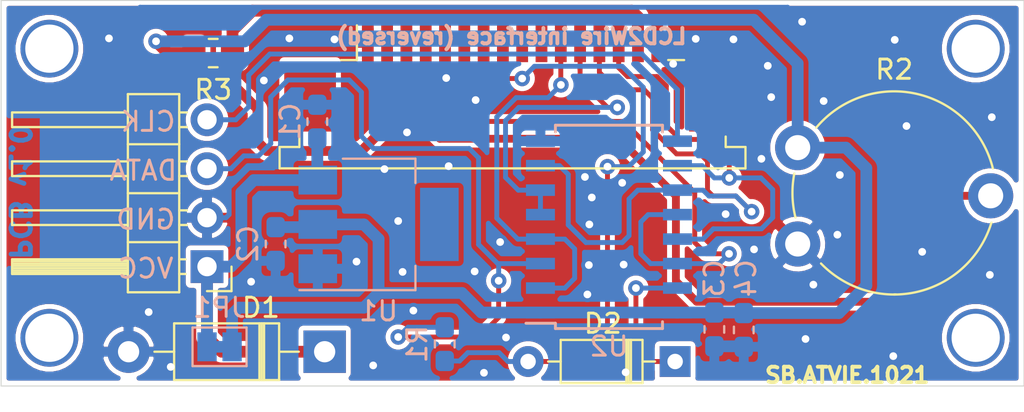
<source format=kicad_pcb>
(kicad_pcb (version 20171130) (host pcbnew "(5.1.10)-1")

  (general
    (thickness 1.6)
    (drawings 11)
    (tracks 302)
    (zones 0)
    (modules 14)
    (nets 15)
  )

  (page A4)
  (layers
    (0 F.Cu signal)
    (31 B.Cu signal)
    (32 B.Adhes user)
    (33 F.Adhes user)
    (34 B.Paste user)
    (35 F.Paste user)
    (36 B.SilkS user)
    (37 F.SilkS user)
    (38 B.Mask user)
    (39 F.Mask user)
    (40 Dwgs.User user)
    (41 Cmts.User user)
    (42 Eco1.User user)
    (43 Eco2.User user)
    (44 Edge.Cuts user)
    (45 Margin user)
    (46 B.CrtYd user)
    (47 F.CrtYd user)
    (48 B.Fab user)
    (49 F.Fab user)
  )

  (setup
    (last_trace_width 0.6096)
    (user_trace_width 0.2032)
    (user_trace_width 0.254)
    (user_trace_width 0.4064)
    (user_trace_width 0.508)
    (user_trace_width 0.6096)
    (user_trace_width 1.016)
    (user_trace_width 1.934)
    (user_trace_width 2.032)
    (user_trace_width 2.54)
    (trace_clearance 0.2)
    (zone_clearance 0.254)
    (zone_45_only no)
    (trace_min 0.2)
    (via_size 0.8)
    (via_drill 0.4)
    (via_min_size 0.4)
    (via_min_drill 0.3)
    (user_via 0.6 0.3)
    (user_via 1.016 0.5)
    (uvia_size 0.3)
    (uvia_drill 0.1)
    (uvias_allowed no)
    (uvia_min_size 0.2)
    (uvia_min_drill 0.1)
    (edge_width 0.05)
    (segment_width 0.2)
    (pcb_text_width 0.3)
    (pcb_text_size 1.5 1.5)
    (mod_edge_width 0.12)
    (mod_text_size 1 1)
    (mod_text_width 0.15)
    (pad_size 2.68 3.6)
    (pad_drill 0)
    (pad_to_mask_clearance 0.051)
    (solder_mask_min_width 0.25)
    (aux_axis_origin 0 0)
    (visible_elements 7EFFEFFF)
    (pcbplotparams
      (layerselection 0x010fc_ffffffff)
      (usegerberextensions false)
      (usegerberattributes false)
      (usegerberadvancedattributes false)
      (creategerberjobfile false)
      (excludeedgelayer true)
      (linewidth 0.100000)
      (plotframeref false)
      (viasonmask false)
      (mode 1)
      (useauxorigin false)
      (hpglpennumber 1)
      (hpglpenspeed 20)
      (hpglpendiameter 15.000000)
      (psnegative false)
      (psa4output false)
      (plotreference true)
      (plotvalue true)
      (plotinvisibletext false)
      (padsonsilk false)
      (subtractmaskfromsilk false)
      (outputformat 1)
      (mirror false)
      (drillshape 0)
      (scaleselection 1)
      (outputdirectory "./gbr"))
  )

  (net 0 "")
  (net 1 GND)
  (net 2 VCC)
  (net 3 +5V)
  (net 4 "Net-(D2-Pad2)")
  (net 5 "Net-(D2-Pad1)")
  (net 6 CLK)
  (net 7 DATA)
  (net 8 "Net-(J3-Pad14)")
  (net 9 "Net-(J3-Pad13)")
  (net 10 "Net-(J3-Pad4)")
  (net 11 "Net-(J3-Pad3)")
  (net 12 "Net-(J3-Pad15)")
  (net 13 "Net-(J3-Pad12)")
  (net 14 "Net-(J3-Pad11)")

  (net_class Default "This is the default net class."
    (clearance 0.2)
    (trace_width 0.25)
    (via_dia 0.8)
    (via_drill 0.4)
    (uvia_dia 0.3)
    (uvia_drill 0.1)
    (add_net +5V)
    (add_net CLK)
    (add_net DATA)
    (add_net GND)
    (add_net "Net-(D2-Pad1)")
    (add_net "Net-(D2-Pad2)")
    (add_net "Net-(J3-Pad11)")
    (add_net "Net-(J3-Pad12)")
    (add_net "Net-(J3-Pad13)")
    (add_net "Net-(J3-Pad14)")
    (add_net "Net-(J3-Pad15)")
    (add_net "Net-(J3-Pad3)")
    (add_net "Net-(J3-Pad4)")
    (add_net VCC)
  )

  (module Resistor_SMD:R_0805_2012Metric_Pad1.20x1.40mm_HandSolder (layer F.Cu) (tedit 5F68FEEE) (tstamp 607E97CD)
    (at 10.9888 -17.272)
    (descr "Resistor SMD 0805 (2012 Metric), square (rectangular) end terminal, IPC_7351 nominal with elongated pad for handsoldering. (Body size source: IPC-SM-782 page 72, https://www.pcb-3d.com/wordpress/wp-content/uploads/ipc-sm-782a_amendment_1_and_2.pdf), generated with kicad-footprint-generator")
    (tags "resistor handsolder")
    (path /600533B5)
    (attr smd)
    (fp_text reference R3 (at 0 1.905) (layer F.SilkS)
      (effects (font (size 1 1) (thickness 0.15)))
    )
    (fp_text value * (at 0 1.143) (layer F.Fab)
      (effects (font (size 1 1) (thickness 0.15)))
    )
    (fp_line (start -1 0.625) (end -1 -0.625) (layer F.Fab) (width 0.1))
    (fp_line (start -1 -0.625) (end 1 -0.625) (layer F.Fab) (width 0.1))
    (fp_line (start 1 -0.625) (end 1 0.625) (layer F.Fab) (width 0.1))
    (fp_line (start 1 0.625) (end -1 0.625) (layer F.Fab) (width 0.1))
    (fp_line (start -0.227064 -0.735) (end 0.227064 -0.735) (layer F.SilkS) (width 0.12))
    (fp_line (start -0.227064 0.735) (end 0.227064 0.735) (layer F.SilkS) (width 0.12))
    (fp_line (start -1.85 0.95) (end -1.85 -0.95) (layer F.CrtYd) (width 0.05))
    (fp_line (start -1.85 -0.95) (end 1.85 -0.95) (layer F.CrtYd) (width 0.05))
    (fp_line (start 1.85 -0.95) (end 1.85 0.95) (layer F.CrtYd) (width 0.05))
    (fp_line (start 1.85 0.95) (end -1.85 0.95) (layer F.CrtYd) (width 0.05))
    (fp_text user %R (at 0 0) (layer F.Fab)
      (effects (font (size 0.5 0.5) (thickness 0.08)))
    )
    (pad 2 smd roundrect (at 1 0) (size 1.2 1.4) (layers F.Cu F.Paste F.Mask) (roundrect_rratio 0.2083325)
      (net 12 "Net-(J3-Pad15)"))
    (pad 1 smd roundrect (at -1 0) (size 1.2 1.4) (layers F.Cu F.Paste F.Mask) (roundrect_rratio 0.2083325)
      (net 3 +5V))
    (model ${KISYS3DMOD}/Resistor_SMD.3dshapes/R_0805_2012Metric.wrl
      (at (xyz 0 0 0))
      (scale (xyz 1 1 1))
      (rotate (xyz 0 0 0))
    )
  )

  (module Package_TO_SOT_SMD:SOT-223 (layer B.Cu) (tedit 5A02FF57) (tstamp 60051D62)
    (at 19.558 -8.382)
    (descr "module CMS SOT223 4 pins")
    (tags "CMS SOT")
    (path /600505D0)
    (attr smd)
    (fp_text reference U1 (at 0 4.5) (layer B.SilkS)
      (effects (font (size 1 1) (thickness 0.15)) (justify mirror))
    )
    (fp_text value AZ1117-5.0 (at 0 -4.5) (layer B.Fab)
      (effects (font (size 1 1) (thickness 0.15)) (justify mirror))
    )
    (fp_line (start -1.85 2.3) (end -0.8 3.35) (layer B.Fab) (width 0.1))
    (fp_line (start 1.91 -3.41) (end 1.91 -2.15) (layer B.SilkS) (width 0.12))
    (fp_line (start 1.91 3.41) (end 1.91 2.15) (layer B.SilkS) (width 0.12))
    (fp_line (start 4.4 3.6) (end -4.4 3.6) (layer B.CrtYd) (width 0.05))
    (fp_line (start 4.4 -3.6) (end 4.4 3.6) (layer B.CrtYd) (width 0.05))
    (fp_line (start -4.4 -3.6) (end 4.4 -3.6) (layer B.CrtYd) (width 0.05))
    (fp_line (start -4.4 3.6) (end -4.4 -3.6) (layer B.CrtYd) (width 0.05))
    (fp_line (start -1.85 2.3) (end -1.85 -3.35) (layer B.Fab) (width 0.1))
    (fp_line (start -1.85 -3.41) (end 1.91 -3.41) (layer B.SilkS) (width 0.12))
    (fp_line (start -0.8 3.35) (end 1.85 3.35) (layer B.Fab) (width 0.1))
    (fp_line (start -4.1 3.41) (end 1.91 3.41) (layer B.SilkS) (width 0.12))
    (fp_line (start -1.85 -3.35) (end 1.85 -3.35) (layer B.Fab) (width 0.1))
    (fp_line (start 1.85 3.35) (end 1.85 -3.35) (layer B.Fab) (width 0.1))
    (fp_text user %R (at 0 0 -90) (layer B.Fab)
      (effects (font (size 0.8 0.8) (thickness 0.12)) (justify mirror))
    )
    (pad 1 smd rect (at -3.15 2.3) (size 2 1.5) (layers B.Cu B.Paste B.Mask)
      (net 1 GND))
    (pad 3 smd rect (at -3.15 -2.3) (size 2 1.5) (layers B.Cu B.Paste B.Mask)
      (net 2 VCC))
    (pad 2 smd rect (at -3.15 0) (size 2 1.5) (layers B.Cu B.Paste B.Mask)
      (net 3 +5V))
    (pad 4 smd rect (at 3.15 0) (size 2 3.8) (layers B.Cu B.Paste B.Mask))
    (model ${KISYS3DMOD}/Package_TO_SOT_SMD.3dshapes/SOT-223.wrl
      (at (xyz 0 0 0))
      (scale (xyz 1 1 1))
      (rotate (xyz 0 0 0))
    )
  )

  (module Capacitor_SMD:C_0603_1608Metric_Pad1.05x0.95mm_HandSolder (layer B.Cu) (tedit 5B301BBE) (tstamp 60051C23)
    (at 36.957 -2.935 270)
    (descr "Capacitor SMD 0603 (1608 Metric), square (rectangular) end terminal, IPC_7351 nominal with elongated pad for handsoldering. (Body size source: http://www.tortai-tech.com/upload/download/2011102023233369053.pdf), generated with kicad-footprint-generator")
    (tags "capacitor handsolder")
    (path /6004D4E6)
    (attr smd)
    (fp_text reference C3 (at -2.653 0 270) (layer B.SilkS)
      (effects (font (size 1 1) (thickness 0.15)) (justify mirror))
    )
    (fp_text value 100nF (at 0 -1.43 270) (layer B.Fab)
      (effects (font (size 1 1) (thickness 0.15)) (justify mirror))
    )
    (fp_line (start -0.8 -0.4) (end -0.8 0.4) (layer B.Fab) (width 0.1))
    (fp_line (start -0.8 0.4) (end 0.8 0.4) (layer B.Fab) (width 0.1))
    (fp_line (start 0.8 0.4) (end 0.8 -0.4) (layer B.Fab) (width 0.1))
    (fp_line (start 0.8 -0.4) (end -0.8 -0.4) (layer B.Fab) (width 0.1))
    (fp_line (start -0.171267 0.51) (end 0.171267 0.51) (layer B.SilkS) (width 0.12))
    (fp_line (start -0.171267 -0.51) (end 0.171267 -0.51) (layer B.SilkS) (width 0.12))
    (fp_line (start -1.65 -0.73) (end -1.65 0.73) (layer B.CrtYd) (width 0.05))
    (fp_line (start -1.65 0.73) (end 1.65 0.73) (layer B.CrtYd) (width 0.05))
    (fp_line (start 1.65 0.73) (end 1.65 -0.73) (layer B.CrtYd) (width 0.05))
    (fp_line (start 1.65 -0.73) (end -1.65 -0.73) (layer B.CrtYd) (width 0.05))
    (fp_text user %R (at 0 0 270) (layer B.Fab)
      (effects (font (size 0.4 0.4) (thickness 0.06)) (justify mirror))
    )
    (pad 2 smd roundrect (at 0.875 0 270) (size 1.05 0.95) (layers B.Cu B.Paste B.Mask) (roundrect_rratio 0.25)
      (net 1 GND))
    (pad 1 smd roundrect (at -0.875 0 270) (size 1.05 0.95) (layers B.Cu B.Paste B.Mask) (roundrect_rratio 0.25)
      (net 3 +5V))
    (model ${KISYS3DMOD}/Capacitor_SMD.3dshapes/C_0603_1608Metric.wrl
      (at (xyz 0 0 0))
      (scale (xyz 1 1 1))
      (rotate (xyz 0 0 0))
    )
  )

  (module Diode_THT:D_DO-41_SOD81_P10.16mm_Horizontal (layer F.Cu) (tedit 5AE50CD5) (tstamp 607E8C72)
    (at 16.764 -1.778 180)
    (descr "Diode, DO-41_SOD81 series, Axial, Horizontal, pin pitch=10.16mm, , length*diameter=5.2*2.7mm^2, , http://www.diodes.com/_files/packages/DO-41%20(Plastic).pdf")
    (tags "Diode DO-41_SOD81 series Axial Horizontal pin pitch 10.16mm  length 5.2mm diameter 2.7mm")
    (path /60050EC8)
    (fp_text reference D1 (at 3.302 2.286) (layer F.SilkS)
      (effects (font (size 1 1) (thickness 0.15)))
    )
    (fp_text value 1N4007 (at 5.08 2.47) (layer F.Fab)
      (effects (font (size 1 1) (thickness 0.15)))
    )
    (fp_line (start 2.48 -1.35) (end 2.48 1.35) (layer F.Fab) (width 0.1))
    (fp_line (start 2.48 1.35) (end 7.68 1.35) (layer F.Fab) (width 0.1))
    (fp_line (start 7.68 1.35) (end 7.68 -1.35) (layer F.Fab) (width 0.1))
    (fp_line (start 7.68 -1.35) (end 2.48 -1.35) (layer F.Fab) (width 0.1))
    (fp_line (start 0 0) (end 2.48 0) (layer F.Fab) (width 0.1))
    (fp_line (start 10.16 0) (end 7.68 0) (layer F.Fab) (width 0.1))
    (fp_line (start 3.26 -1.35) (end 3.26 1.35) (layer F.Fab) (width 0.1))
    (fp_line (start 3.36 -1.35) (end 3.36 1.35) (layer F.Fab) (width 0.1))
    (fp_line (start 3.16 -1.35) (end 3.16 1.35) (layer F.Fab) (width 0.1))
    (fp_line (start 2.36 -1.47) (end 2.36 1.47) (layer F.SilkS) (width 0.12))
    (fp_line (start 2.36 1.47) (end 7.8 1.47) (layer F.SilkS) (width 0.12))
    (fp_line (start 7.8 1.47) (end 7.8 -1.47) (layer F.SilkS) (width 0.12))
    (fp_line (start 7.8 -1.47) (end 2.36 -1.47) (layer F.SilkS) (width 0.12))
    (fp_line (start 1.34 0) (end 2.36 0) (layer F.SilkS) (width 0.12))
    (fp_line (start 8.82 0) (end 7.8 0) (layer F.SilkS) (width 0.12))
    (fp_line (start 3.26 -1.47) (end 3.26 1.47) (layer F.SilkS) (width 0.12))
    (fp_line (start 3.38 -1.47) (end 3.38 1.47) (layer F.SilkS) (width 0.12))
    (fp_line (start 3.14 -1.47) (end 3.14 1.47) (layer F.SilkS) (width 0.12))
    (fp_line (start -1.35 -1.6) (end -1.35 1.6) (layer F.CrtYd) (width 0.05))
    (fp_line (start -1.35 1.6) (end 11.51 1.6) (layer F.CrtYd) (width 0.05))
    (fp_line (start 11.51 1.6) (end 11.51 -1.6) (layer F.CrtYd) (width 0.05))
    (fp_line (start 11.51 -1.6) (end -1.35 -1.6) (layer F.CrtYd) (width 0.05))
    (fp_text user K (at 0 -2.1) (layer F.SilkS) hide
      (effects (font (size 1 1) (thickness 0.15)))
    )
    (fp_text user K (at 0 -2.1) (layer F.Fab)
      (effects (font (size 1 1) (thickness 0.15)))
    )
    (fp_text user %R (at 5.47 0) (layer F.Fab)
      (effects (font (size 1 1) (thickness 0.15)))
    )
    (pad 2 thru_hole oval (at 10.16 0 180) (size 2.2 2.2) (drill 1.1) (layers *.Cu *.Mask)
      (net 1 GND))
    (pad 1 thru_hole rect (at 0 0 180) (size 2.2 2.2) (drill 1.1) (layers *.Cu *.Mask)
      (net 2 VCC))
    (model ${KISYS3DMOD}/Diode_THT.3dshapes/D_DO-41_SOD81_P10.16mm_Horizontal.wrl
      (at (xyz 0 0 0))
      (scale (xyz 1 1 1))
      (rotate (xyz 0 0 0))
    )
  )

  (module Package_SO:SOIC-16W_5.3x10.2mm_P1.27mm (layer B.Cu) (tedit 5A02F2D3) (tstamp 607EB835)
    (at 31.496 -8.255)
    (descr "16-Lead Plastic Small Outline (SO) - Wide, 5.3 mm Body (http://www.ti.com/lit/ml/msop002a/msop002a.pdf)")
    (tags "SOIC 1.27")
    (path /6004BE1F)
    (attr smd)
    (fp_text reference U2 (at 0 6.2) (layer B.SilkS)
      (effects (font (size 1 1) (thickness 0.15)) (justify mirror))
    )
    (fp_text value 74LS174 (at 0 -6.2) (layer B.Fab)
      (effects (font (size 1 1) (thickness 0.15)) (justify mirror))
    )
    (fp_line (start -2.775 5) (end -4.3 5) (layer B.SilkS) (width 0.15))
    (fp_line (start -2.775 -5.275) (end 2.775 -5.275) (layer B.SilkS) (width 0.15))
    (fp_line (start -2.775 5.275) (end 2.775 5.275) (layer B.SilkS) (width 0.15))
    (fp_line (start -2.775 -5.275) (end -2.775 -4.92) (layer B.SilkS) (width 0.15))
    (fp_line (start 2.775 -5.275) (end 2.775 -4.92) (layer B.SilkS) (width 0.15))
    (fp_line (start 2.775 5.275) (end 2.775 4.92) (layer B.SilkS) (width 0.15))
    (fp_line (start -2.775 5.275) (end -2.775 5) (layer B.SilkS) (width 0.15))
    (fp_line (start -4.55 -5.45) (end 4.55 -5.45) (layer B.CrtYd) (width 0.05))
    (fp_line (start -4.55 5.45) (end 4.55 5.45) (layer B.CrtYd) (width 0.05))
    (fp_line (start 4.55 5.45) (end 4.55 -5.45) (layer B.CrtYd) (width 0.05))
    (fp_line (start -4.55 5.45) (end -4.55 -5.45) (layer B.CrtYd) (width 0.05))
    (fp_line (start -2.65 4.1) (end -1.65 5.1) (layer B.Fab) (width 0.15))
    (fp_line (start -2.65 -5.1) (end -2.65 4.1) (layer B.Fab) (width 0.15))
    (fp_line (start 2.65 -5.1) (end -2.65 -5.1) (layer B.Fab) (width 0.15))
    (fp_line (start 2.65 5.1) (end 2.65 -5.1) (layer B.Fab) (width 0.15))
    (fp_line (start -1.65 5.1) (end 2.65 5.1) (layer B.Fab) (width 0.15))
    (fp_text user %R (at 0 0) (layer B.Fab)
      (effects (font (size 1 1) (thickness 0.15)) (justify mirror))
    )
    (pad 1 smd rect (at -3.55 4.445) (size 1.5 0.6) (layers B.Cu B.Paste B.Mask)
      (net 3 +5V))
    (pad 2 smd rect (at -3.55 3.175) (size 1.5 0.6) (layers B.Cu B.Paste B.Mask)
      (net 14 "Net-(J3-Pad11)"))
    (pad 3 smd rect (at -3.55 1.905) (size 1.5 0.6) (layers B.Cu B.Paste B.Mask)
      (net 7 DATA))
    (pad 4 smd rect (at -3.55 0.635) (size 1.5 0.6) (layers B.Cu B.Paste B.Mask)
      (net 14 "Net-(J3-Pad11)"))
    (pad 5 smd rect (at -3.55 -0.635) (size 1.5 0.6) (layers B.Cu B.Paste B.Mask)
      (net 13 "Net-(J3-Pad12)"))
    (pad 6 smd rect (at -3.55 -1.905) (size 1.5 0.6) (layers B.Cu B.Paste B.Mask)
      (net 13 "Net-(J3-Pad12)"))
    (pad 7 smd rect (at -3.55 -3.175) (size 1.5 0.6) (layers B.Cu B.Paste B.Mask)
      (net 9 "Net-(J3-Pad13)"))
    (pad 8 smd rect (at -3.55 -4.445) (size 1.5 0.6) (layers B.Cu B.Paste B.Mask)
      (net 1 GND))
    (pad 9 smd rect (at 3.55 -4.445) (size 1.5 0.6) (layers B.Cu B.Paste B.Mask)
      (net 6 CLK))
    (pad 10 smd rect (at 3.55 -3.175) (size 1.5 0.6) (layers B.Cu B.Paste B.Mask)
      (net 8 "Net-(J3-Pad14)"))
    (pad 11 smd rect (at 3.55 -1.905) (size 1.5 0.6) (layers B.Cu B.Paste B.Mask)
      (net 9 "Net-(J3-Pad13)"))
    (pad 12 smd rect (at 3.55 -0.635) (size 1.5 0.6) (layers B.Cu B.Paste B.Mask)
      (net 10 "Net-(J3-Pad4)"))
    (pad 13 smd rect (at 3.55 0.635) (size 1.5 0.6) (layers B.Cu B.Paste B.Mask)
      (net 8 "Net-(J3-Pad14)"))
    (pad 14 smd rect (at 3.55 1.905) (size 1.5 0.6) (layers B.Cu B.Paste B.Mask)
      (net 10 "Net-(J3-Pad4)"))
    (pad 15 smd rect (at 3.55 3.175) (size 1.5 0.6) (layers B.Cu B.Paste B.Mask)
      (net 5 "Net-(D2-Pad1)"))
    (pad 16 smd rect (at 3.55 4.445) (size 1.5 0.6) (layers B.Cu B.Paste B.Mask)
      (net 3 +5V))
    (model ${KISYS3DMOD}/Package_SO.3dshapes/SOIC-16W_5.3x10.2mm_P1.27mm.wrl
      (at (xyz 0 0 0))
      (scale (xyz 1 1 1))
      (rotate (xyz 0 0 0))
    )
  )

  (module Potentiometer_THT:Potentiometer_Piher_PT-10-V10_Vertical (layer F.Cu) (tedit 5A3D4993) (tstamp 60051D1E)
    (at 41.275 -7.366)
    (descr "Potentiometer, vertical, Piher PT-10-V10, http://www.piher-nacesa.com/pdf/12-PT10v03.pdf")
    (tags "Potentiometer vertical Piher PT-10-V10")
    (path /60052BE0)
    (fp_text reference R2 (at 5 -9.05) (layer F.SilkS)
      (effects (font (size 1 1) (thickness 0.15)))
    )
    (fp_text value 5K (at 5 3.75) (layer F.Fab)
      (effects (font (size 1 1) (thickness 0.15)))
    )
    (fp_circle (center 5 -2.65) (end 10.15 -2.65) (layer F.Fab) (width 0.1))
    (fp_circle (center 5 -2.65) (end 6.5 -2.65) (layer F.Fab) (width 0.1))
    (fp_line (start -1.45 -8.05) (end -1.45 2.75) (layer F.CrtYd) (width 0.05))
    (fp_line (start -1.45 2.75) (end 11.45 2.75) (layer F.CrtYd) (width 0.05))
    (fp_line (start 11.45 2.75) (end 11.45 -8.05) (layer F.CrtYd) (width 0.05))
    (fp_line (start 11.45 -8.05) (end -1.45 -8.05) (layer F.CrtYd) (width 0.05))
    (fp_text user %R (at 1.05 -2.65 90) (layer F.Fab)
      (effects (font (size 1 1) (thickness 0.15)))
    )
    (fp_arc (start 5 -2.65) (end 1.209 1.011) (angle -47) (layer F.SilkS) (width 0.12))
    (fp_arc (start 5 -2.65) (end -0.174 -3.656) (angle -25) (layer F.SilkS) (width 0.12))
    (fp_arc (start 5 -2.65) (end 10.114 -3.924) (angle -126) (layer F.SilkS) (width 0.12))
    (fp_arc (start 5 -2.65) (end 5 2.62) (angle -73) (layer F.SilkS) (width 0.12))
    (pad 1 thru_hole circle (at 0 0) (size 2.34 2.34) (drill 1.3) (layers *.Cu *.Mask)
      (net 1 GND))
    (pad 2 thru_hole circle (at 10 -2.5) (size 2.34 2.34) (drill 1.3) (layers *.Cu *.Mask)
      (net 11 "Net-(J3-Pad3)"))
    (pad 3 thru_hole circle (at 0 -5) (size 2.34 2.34) (drill 1.3) (layers *.Cu *.Mask)
      (net 3 +5V))
    (model ${KISYS3DMOD}/Potentiometer_THT.3dshapes/Potentiometer_Piher_PT-10-V10_Vertical.wrl
      (at (xyz 0 0 0))
      (scale (xyz 1 1 1))
      (rotate (xyz 0 0 0))
    )
  )

  (module Resistor_SMD:R_0603_1608Metric_Pad1.05x0.95mm_HandSolder (layer B.Cu) (tedit 5B301BBD) (tstamp 60051D0C)
    (at 22.987 -2.173 270)
    (descr "Resistor SMD 0603 (1608 Metric), square (rectangular) end terminal, IPC_7351 nominal with elongated pad for handsoldering. (Body size source: http://www.tortai-tech.com/upload/download/2011102023233369053.pdf), generated with kicad-footprint-generator")
    (tags "resistor handsolder")
    (path /60051672)
    (attr smd)
    (fp_text reference R1 (at 0 1.43 90) (layer B.SilkS)
      (effects (font (size 1 1) (thickness 0.15)) (justify mirror))
    )
    (fp_text value 1K (at 0 -1.43 90) (layer B.Fab)
      (effects (font (size 1 1) (thickness 0.15)) (justify mirror))
    )
    (fp_line (start -0.8 -0.4) (end -0.8 0.4) (layer B.Fab) (width 0.1))
    (fp_line (start -0.8 0.4) (end 0.8 0.4) (layer B.Fab) (width 0.1))
    (fp_line (start 0.8 0.4) (end 0.8 -0.4) (layer B.Fab) (width 0.1))
    (fp_line (start 0.8 -0.4) (end -0.8 -0.4) (layer B.Fab) (width 0.1))
    (fp_line (start -0.171267 0.51) (end 0.171267 0.51) (layer B.SilkS) (width 0.12))
    (fp_line (start -0.171267 -0.51) (end 0.171267 -0.51) (layer B.SilkS) (width 0.12))
    (fp_line (start -1.65 -0.73) (end -1.65 0.73) (layer B.CrtYd) (width 0.05))
    (fp_line (start -1.65 0.73) (end 1.65 0.73) (layer B.CrtYd) (width 0.05))
    (fp_line (start 1.65 0.73) (end 1.65 -0.73) (layer B.CrtYd) (width 0.05))
    (fp_line (start 1.65 -0.73) (end -1.65 -0.73) (layer B.CrtYd) (width 0.05))
    (fp_text user %R (at 0 0 90) (layer B.Fab)
      (effects (font (size 0.4 0.4) (thickness 0.06)) (justify mirror))
    )
    (pad 2 smd roundrect (at 0.875 0 270) (size 1.05 0.95) (layers B.Cu B.Paste B.Mask) (roundrect_rratio 0.25)
      (net 4 "Net-(D2-Pad2)"))
    (pad 1 smd roundrect (at -0.875 0 270) (size 1.05 0.95) (layers B.Cu B.Paste B.Mask) (roundrect_rratio 0.25)
      (net 7 DATA))
    (model ${KISYS3DMOD}/Resistor_SMD.3dshapes/R_0603_1608Metric.wrl
      (at (xyz 0 0 0))
      (scale (xyz 1 1 1))
      (rotate (xyz 0 0 0))
    )
  )

  (module Diode_THT:D_DO-35_SOD27_P7.62mm_Horizontal (layer F.Cu) (tedit 5AE50CD5) (tstamp 607EBAD7)
    (at 34.925 -1.27 180)
    (descr "Diode, DO-35_SOD27 series, Axial, Horizontal, pin pitch=7.62mm, , length*diameter=4*2mm^2, , http://www.diodes.com/_files/packages/DO-35.pdf")
    (tags "Diode DO-35_SOD27 series Axial Horizontal pin pitch 7.62mm  length 4mm diameter 2mm")
    (path /6004C4DC)
    (fp_text reference D2 (at 3.7465 1.9685) (layer F.SilkS)
      (effects (font (size 1 1) (thickness 0.15)))
    )
    (fp_text value 1N4148 (at 3.81 2.12) (layer F.Fab)
      (effects (font (size 1 1) (thickness 0.15)))
    )
    (fp_line (start 1.81 -1) (end 1.81 1) (layer F.Fab) (width 0.1))
    (fp_line (start 1.81 1) (end 5.81 1) (layer F.Fab) (width 0.1))
    (fp_line (start 5.81 1) (end 5.81 -1) (layer F.Fab) (width 0.1))
    (fp_line (start 5.81 -1) (end 1.81 -1) (layer F.Fab) (width 0.1))
    (fp_line (start 0 0) (end 1.81 0) (layer F.Fab) (width 0.1))
    (fp_line (start 7.62 0) (end 5.81 0) (layer F.Fab) (width 0.1))
    (fp_line (start 2.41 -1) (end 2.41 1) (layer F.Fab) (width 0.1))
    (fp_line (start 2.51 -1) (end 2.51 1) (layer F.Fab) (width 0.1))
    (fp_line (start 2.31 -1) (end 2.31 1) (layer F.Fab) (width 0.1))
    (fp_line (start 1.69 -1.12) (end 1.69 1.12) (layer F.SilkS) (width 0.12))
    (fp_line (start 1.69 1.12) (end 5.93 1.12) (layer F.SilkS) (width 0.12))
    (fp_line (start 5.93 1.12) (end 5.93 -1.12) (layer F.SilkS) (width 0.12))
    (fp_line (start 5.93 -1.12) (end 1.69 -1.12) (layer F.SilkS) (width 0.12))
    (fp_line (start 1.04 0) (end 1.69 0) (layer F.SilkS) (width 0.12))
    (fp_line (start 6.58 0) (end 5.93 0) (layer F.SilkS) (width 0.12))
    (fp_line (start 2.41 -1.12) (end 2.41 1.12) (layer F.SilkS) (width 0.12))
    (fp_line (start 2.53 -1.12) (end 2.53 1.12) (layer F.SilkS) (width 0.12))
    (fp_line (start 2.29 -1.12) (end 2.29 1.12) (layer F.SilkS) (width 0.12))
    (fp_line (start -1.05 -1.25) (end -1.05 1.25) (layer F.CrtYd) (width 0.05))
    (fp_line (start -1.05 1.25) (end 8.67 1.25) (layer F.CrtYd) (width 0.05))
    (fp_line (start 8.67 1.25) (end 8.67 -1.25) (layer F.CrtYd) (width 0.05))
    (fp_line (start 8.67 -1.25) (end -1.05 -1.25) (layer F.CrtYd) (width 0.05))
    (fp_text user K (at 0 -1.778) (layer F.SilkS) hide
      (effects (font (size 1 1) (thickness 0.15)))
    )
    (fp_text user K (at 0 -1.8) (layer F.Fab)
      (effects (font (size 1 1) (thickness 0.15)))
    )
    (fp_text user %R (at 4.11 0) (layer F.Fab)
      (effects (font (size 0.8 0.8) (thickness 0.12)))
    )
    (pad 2 thru_hole oval (at 7.62 0 180) (size 1.6 1.6) (drill 0.8) (layers *.Cu *.Mask)
      (net 4 "Net-(D2-Pad2)"))
    (pad 1 thru_hole rect (at 0 0 180) (size 1.6 1.6) (drill 0.8) (layers *.Cu *.Mask)
      (net 5 "Net-(D2-Pad1)"))
    (model ${KISYS3DMOD}/Diode_THT.3dshapes/D_DO-35_SOD27_P7.62mm_Horizontal.wrl
      (at (xyz 0 0 0))
      (scale (xyz 1 1 1))
      (rotate (xyz 0 0 0))
    )
  )

  (module Capacitor_SMD:C_0603_1608Metric_Pad1.05x0.95mm_HandSolder (layer B.Cu) (tedit 5B301BBE) (tstamp 600596A7)
    (at 38.481 -2.907 270)
    (descr "Capacitor SMD 0603 (1608 Metric), square (rectangular) end terminal, IPC_7351 nominal with elongated pad for handsoldering. (Body size source: http://www.tortai-tech.com/upload/download/2011102023233369053.pdf), generated with kicad-footprint-generator")
    (tags "capacitor handsolder")
    (path /600541E9)
    (attr smd)
    (fp_text reference C4 (at -2.681 -0.127 270) (layer B.SilkS)
      (effects (font (size 1 1) (thickness 0.15)) (justify mirror))
    )
    (fp_text value 1nF (at 0 -1.43 270) (layer B.Fab)
      (effects (font (size 1 1) (thickness 0.15)) (justify mirror))
    )
    (fp_line (start -0.8 -0.4) (end -0.8 0.4) (layer B.Fab) (width 0.1))
    (fp_line (start -0.8 0.4) (end 0.8 0.4) (layer B.Fab) (width 0.1))
    (fp_line (start 0.8 0.4) (end 0.8 -0.4) (layer B.Fab) (width 0.1))
    (fp_line (start 0.8 -0.4) (end -0.8 -0.4) (layer B.Fab) (width 0.1))
    (fp_line (start -0.171267 0.51) (end 0.171267 0.51) (layer B.SilkS) (width 0.12))
    (fp_line (start -0.171267 -0.51) (end 0.171267 -0.51) (layer B.SilkS) (width 0.12))
    (fp_line (start -1.65 -0.73) (end -1.65 0.73) (layer B.CrtYd) (width 0.05))
    (fp_line (start -1.65 0.73) (end 1.65 0.73) (layer B.CrtYd) (width 0.05))
    (fp_line (start 1.65 0.73) (end 1.65 -0.73) (layer B.CrtYd) (width 0.05))
    (fp_line (start 1.65 -0.73) (end -1.65 -0.73) (layer B.CrtYd) (width 0.05))
    (fp_text user %R (at 0 0 270) (layer B.Fab)
      (effects (font (size 0.4 0.4) (thickness 0.06)) (justify mirror))
    )
    (pad 2 smd roundrect (at 0.875 0 270) (size 1.05 0.95) (layers B.Cu B.Paste B.Mask) (roundrect_rratio 0.25)
      (net 1 GND))
    (pad 1 smd roundrect (at -0.875 0 270) (size 1.05 0.95) (layers B.Cu B.Paste B.Mask) (roundrect_rratio 0.25)
      (net 3 +5V))
    (model ${KISYS3DMOD}/Capacitor_SMD.3dshapes/C_0603_1608Metric.wrl
      (at (xyz 0 0 0))
      (scale (xyz 1 1 1))
      (rotate (xyz 0 0 0))
    )
  )

  (module Capacitor_SMD:C_0603_1608Metric_Pad1.05x0.95mm_HandSolder (layer B.Cu) (tedit 5B301BBE) (tstamp 607E6D5D)
    (at 14.224 -7.366 270)
    (descr "Capacitor SMD 0603 (1608 Metric), square (rectangular) end terminal, IPC_7351 nominal with elongated pad for handsoldering. (Body size source: http://www.tortai-tech.com/upload/download/2011102023233369053.pdf), generated with kicad-footprint-generator")
    (tags "capacitor handsolder")
    (path /60053F0B)
    (attr smd)
    (fp_text reference C2 (at 0 1.43 270) (layer B.SilkS)
      (effects (font (size 1 1) (thickness 0.15)) (justify mirror))
    )
    (fp_text value 100nF (at 0 -1.43 270) (layer B.Fab)
      (effects (font (size 1 1) (thickness 0.15)) (justify mirror))
    )
    (fp_line (start -0.8 -0.4) (end -0.8 0.4) (layer B.Fab) (width 0.1))
    (fp_line (start -0.8 0.4) (end 0.8 0.4) (layer B.Fab) (width 0.1))
    (fp_line (start 0.8 0.4) (end 0.8 -0.4) (layer B.Fab) (width 0.1))
    (fp_line (start 0.8 -0.4) (end -0.8 -0.4) (layer B.Fab) (width 0.1))
    (fp_line (start -0.171267 0.51) (end 0.171267 0.51) (layer B.SilkS) (width 0.12))
    (fp_line (start -0.171267 -0.51) (end 0.171267 -0.51) (layer B.SilkS) (width 0.12))
    (fp_line (start -1.65 -0.73) (end -1.65 0.73) (layer B.CrtYd) (width 0.05))
    (fp_line (start -1.65 0.73) (end 1.65 0.73) (layer B.CrtYd) (width 0.05))
    (fp_line (start 1.65 0.73) (end 1.65 -0.73) (layer B.CrtYd) (width 0.05))
    (fp_line (start 1.65 -0.73) (end -1.65 -0.73) (layer B.CrtYd) (width 0.05))
    (fp_text user %R (at 0 0 270) (layer B.Fab)
      (effects (font (size 0.4 0.4) (thickness 0.06)) (justify mirror))
    )
    (pad 2 smd roundrect (at 0.875 0 270) (size 1.05 0.95) (layers B.Cu B.Paste B.Mask) (roundrect_rratio 0.25)
      (net 1 GND))
    (pad 1 smd roundrect (at -0.875 0 270) (size 1.05 0.95) (layers B.Cu B.Paste B.Mask) (roundrect_rratio 0.25)
      (net 3 +5V))
    (model ${KISYS3DMOD}/Capacitor_SMD.3dshapes/C_0603_1608Metric.wrl
      (at (xyz 0 0 0))
      (scale (xyz 1 1 1))
      (rotate (xyz 0 0 0))
    )
  )

  (module Jumper:SolderJumper-2_P1.3mm_Bridged_Pad1.0x1.5mm (layer B.Cu) (tedit 5C756AB2) (tstamp 607EAE54)
    (at 11.318 -2.032)
    (descr "SMD Solder Jumper, 1x1.5mm Pads, 0.3mm gap, bridged with 1 copper strip")
    (tags "solder jumper open")
    (path /601026E9)
    (attr virtual)
    (fp_text reference JP1 (at -0.015 -2.032) (layer B.SilkS)
      (effects (font (size 1 1) (thickness 0.15)) (justify mirror))
    )
    (fp_text value Jumper (at 0 -1.9 180) (layer B.Fab)
      (effects (font (size 1 1) (thickness 0.15)) (justify mirror))
    )
    (fp_line (start -1.4 -1) (end -1.4 1) (layer B.SilkS) (width 0.12))
    (fp_line (start 1.4 -1) (end -1.4 -1) (layer B.SilkS) (width 0.12))
    (fp_line (start 1.4 1) (end 1.4 -1) (layer B.SilkS) (width 0.12))
    (fp_line (start -1.4 1) (end 1.4 1) (layer B.SilkS) (width 0.12))
    (fp_line (start -1.65 1.25) (end 1.65 1.25) (layer B.CrtYd) (width 0.05))
    (fp_line (start -1.65 1.25) (end -1.65 -1.25) (layer B.CrtYd) (width 0.05))
    (fp_line (start 1.65 -1.25) (end 1.65 1.25) (layer B.CrtYd) (width 0.05))
    (fp_line (start 1.65 -1.25) (end -1.65 -1.25) (layer B.CrtYd) (width 0.05))
    (fp_poly (pts (xy -0.25 0.3) (xy 0.25 0.3) (xy 0.25 -0.3) (xy -0.25 -0.3)) (layer B.Cu) (width 0))
    (pad 2 smd rect (at 0.65 0) (size 1 1.5) (layers B.Cu B.Mask)
      (net 3 +5V))
    (pad 1 smd rect (at -0.65 0) (size 1 1.5) (layers B.Cu B.Mask)
      (net 2 VCC))
  )

  (module Capacitor_SMD:C_0603_1608Metric_Pad1.05x0.95mm_HandSolder (layer B.Cu) (tedit 5B301BBE) (tstamp 60051C01)
    (at 16.383 -13.716 90)
    (descr "Capacitor SMD 0603 (1608 Metric), square (rectangular) end terminal, IPC_7351 nominal with elongated pad for handsoldering. (Body size source: http://www.tortai-tech.com/upload/download/2011102023233369053.pdf), generated with kicad-footprint-generator")
    (tags "capacitor handsolder")
    (path /6004CECD)
    (attr smd)
    (fp_text reference C1 (at 0 -1.397 270) (layer B.SilkS)
      (effects (font (size 1 1) (thickness 0.15)) (justify mirror))
    )
    (fp_text value 100nF (at 0 -1.43 270) (layer B.Fab)
      (effects (font (size 1 1) (thickness 0.15)) (justify mirror))
    )
    (fp_line (start -0.8 -0.4) (end -0.8 0.4) (layer B.Fab) (width 0.1))
    (fp_line (start -0.8 0.4) (end 0.8 0.4) (layer B.Fab) (width 0.1))
    (fp_line (start 0.8 0.4) (end 0.8 -0.4) (layer B.Fab) (width 0.1))
    (fp_line (start 0.8 -0.4) (end -0.8 -0.4) (layer B.Fab) (width 0.1))
    (fp_line (start -0.171267 0.51) (end 0.171267 0.51) (layer B.SilkS) (width 0.12))
    (fp_line (start -0.171267 -0.51) (end 0.171267 -0.51) (layer B.SilkS) (width 0.12))
    (fp_line (start -1.65 -0.73) (end -1.65 0.73) (layer B.CrtYd) (width 0.05))
    (fp_line (start -1.65 0.73) (end 1.65 0.73) (layer B.CrtYd) (width 0.05))
    (fp_line (start 1.65 0.73) (end 1.65 -0.73) (layer B.CrtYd) (width 0.05))
    (fp_line (start 1.65 -0.73) (end -1.65 -0.73) (layer B.CrtYd) (width 0.05))
    (fp_text user %R (at 0 0 270) (layer B.Fab)
      (effects (font (size 0.4 0.4) (thickness 0.06)) (justify mirror))
    )
    (pad 2 smd roundrect (at 0.875 0 90) (size 1.05 0.95) (layers B.Cu B.Paste B.Mask) (roundrect_rratio 0.25)
      (net 1 GND))
    (pad 1 smd roundrect (at -0.875 0 90) (size 1.05 0.95) (layers B.Cu B.Paste B.Mask) (roundrect_rratio 0.25)
      (net 2 VCC))
    (model ${KISYS3DMOD}/Capacitor_SMD.3dshapes/C_0603_1608Metric.wrl
      (at (xyz 0 0 0))
      (scale (xyz 1 1 1))
      (rotate (xyz 0 0 0))
    )
  )

  (module Connector_FFC-FPC:TE_1-84952-6_1x16-1MP_P1.0mm_Horizontal (layer F.Cu) (tedit 5AEE14E3) (tstamp 607E9A9B)
    (at 26.5 -16)
    (descr "TE FPC connector, 16 bottom-side contacts, 1.0mm pitch, 1.0mm height, SMT, http://www.te.com/commerce/DocumentDelivery/DDEController?Action=srchrtrv&DocNm=84952&DocType=Customer+Drawing&DocLang=English&DocFormat=pdf&PartCntxt=84952-4")
    (tags "te fpc 84952")
    (path /6005E97A)
    (attr smd)
    (fp_text reference J3 (at 0 1.905) (layer F.SilkS) hide
      (effects (font (size 1 1) (thickness 0.15)))
    )
    (fp_text value Conn_01x16 (at 0 7.7) (layer F.Fab)
      (effects (font (size 1 1) (thickness 0.15)))
    )
    (fp_line (start -10.935 -0.8) (end 10.935 -0.8) (layer F.Fab) (width 0.1))
    (fp_line (start 10.935 -0.8) (end 10.935 3.71) (layer F.Fab) (width 0.1))
    (fp_line (start 10.935 3.71) (end 11.96 3.71) (layer F.Fab) (width 0.1))
    (fp_line (start 11.96 3.71) (end 11.96 4.6) (layer F.Fab) (width 0.1))
    (fp_line (start 11.96 4.6) (end -11.96 4.6) (layer F.Fab) (width 0.1))
    (fp_line (start -11.96 4.6) (end -11.96 3.71) (layer F.Fab) (width 0.1))
    (fp_line (start -11.96 3.71) (end -10.935 3.71) (layer F.Fab) (width 0.1))
    (fp_line (start -10.935 3.71) (end -10.935 -0.8) (layer F.Fab) (width 0.1))
    (fp_line (start -8 -0.8) (end -7.5 0.2) (layer F.Fab) (width 0.1))
    (fp_line (start -7.5 0.2) (end -7 -0.8) (layer F.Fab) (width 0.1))
    (fp_line (start 10.935 4.6) (end 10.935 5.61) (layer F.Fab) (width 0.1))
    (fp_line (start 10.935 5.61) (end 11.96 5.61) (layer F.Fab) (width 0.1))
    (fp_line (start 11.96 5.61) (end 11.96 6.5) (layer F.Fab) (width 0.1))
    (fp_line (start 11.96 6.5) (end -11.96 6.5) (layer F.Fab) (width 0.1))
    (fp_line (start -11.96 6.5) (end -11.96 5.61) (layer F.Fab) (width 0.1))
    (fp_line (start -11.96 5.61) (end -10.935 5.61) (layer F.Fab) (width 0.1))
    (fp_line (start -10.935 5.61) (end -10.935 4.6) (layer F.Fab) (width 0.1))
    (fp_line (start 11.045 3.06) (end 11.045 3.6) (layer F.SilkS) (width 0.12))
    (fp_line (start 11.045 3.6) (end 12.07 3.6) (layer F.SilkS) (width 0.12))
    (fp_line (start 12.07 3.6) (end 12.07 4.71) (layer F.SilkS) (width 0.12))
    (fp_line (start 12.07 4.71) (end -12.07 4.71) (layer F.SilkS) (width 0.12))
    (fp_line (start -12.07 4.71) (end -12.07 3.6) (layer F.SilkS) (width 0.12))
    (fp_line (start -12.07 3.6) (end -11.045 3.6) (layer F.SilkS) (width 0.12))
    (fp_line (start -11.045 3.6) (end -11.045 3.06) (layer F.SilkS) (width 0.12))
    (fp_line (start -8.89 -0.91) (end -8.065 -0.91) (layer F.SilkS) (width 0.12))
    (fp_line (start -8.065 -0.91) (end -8.065 -2.71) (layer F.SilkS) (width 0.12))
    (fp_line (start 8.065 -0.91) (end 8.89 -0.91) (layer F.SilkS) (width 0.12))
    (fp_line (start -12.46 -3.3) (end -12.46 7) (layer F.CrtYd) (width 0.05))
    (fp_line (start -12.46 7) (end 12.46 7) (layer F.CrtYd) (width 0.05))
    (fp_line (start 12.46 7) (end 12.46 -3.3) (layer F.CrtYd) (width 0.05))
    (fp_line (start 12.46 -3.3) (end -12.46 -3.3) (layer F.CrtYd) (width 0.05))
    (fp_text user %R (at 0 1.9) (layer F.Fab)
      (effects (font (size 1 1) (thickness 0.15)))
    )
    (pad MP smd rect (at 10.49 1) (size 2.68 3.6) (layers F.Cu F.Paste F.Mask))
    (pad MP smd rect (at -10.49 1) (size 2.68 3.6) (layers F.Cu F.Paste F.Mask))
    (pad 16 smd rect (at 7.5 -1.8) (size 0.61 2) (layers F.Cu F.Paste F.Mask)
      (net 1 GND))
    (pad 15 smd rect (at 6.5 -1.8) (size 0.61 2) (layers F.Cu F.Paste F.Mask)
      (net 12 "Net-(J3-Pad15)"))
    (pad 14 smd rect (at 5.5 -1.8) (size 0.61 2) (layers F.Cu F.Paste F.Mask)
      (net 8 "Net-(J3-Pad14)"))
    (pad 13 smd rect (at 4.5 -1.8) (size 0.61 2) (layers F.Cu F.Paste F.Mask)
      (net 9 "Net-(J3-Pad13)"))
    (pad 12 smd rect (at 3.5 -1.8) (size 0.61 2) (layers F.Cu F.Paste F.Mask)
      (net 13 "Net-(J3-Pad12)"))
    (pad 11 smd rect (at 2.5 -1.8) (size 0.61 2) (layers F.Cu F.Paste F.Mask)
      (net 14 "Net-(J3-Pad11)"))
    (pad 10 smd rect (at 1.5 -1.8) (size 0.61 2) (layers F.Cu F.Paste F.Mask))
    (pad 9 smd rect (at 0.5 -1.8) (size 0.61 2) (layers F.Cu F.Paste F.Mask))
    (pad 8 smd rect (at -0.5 -1.8) (size 0.61 2) (layers F.Cu F.Paste F.Mask))
    (pad 7 smd rect (at -1.5 -1.8) (size 0.61 2) (layers F.Cu F.Paste F.Mask))
    (pad 6 smd rect (at -2.5 -1.8) (size 0.61 2) (layers F.Cu F.Paste F.Mask)
      (net 4 "Net-(D2-Pad2)"))
    (pad 5 smd rect (at -3.5 -1.8) (size 0.61 2) (layers F.Cu F.Paste F.Mask)
      (net 1 GND))
    (pad 4 smd rect (at -4.5 -1.8) (size 0.61 2) (layers F.Cu F.Paste F.Mask)
      (net 10 "Net-(J3-Pad4)"))
    (pad 3 smd rect (at -5.5 -1.8) (size 0.61 2) (layers F.Cu F.Paste F.Mask)
      (net 11 "Net-(J3-Pad3)"))
    (pad 2 smd rect (at -6.5 -1.8) (size 0.61 2) (layers F.Cu F.Paste F.Mask)
      (net 3 +5V))
    (pad 1 smd rect (at -7.5 -1.8) (size 0.61 2) (layers F.Cu F.Paste F.Mask)
      (net 1 GND))
    (model ${KISYS3DMOD}/Connector_FFC-FPC.3dshapes/TE_1-84952-6_1x16-1MP_P1.0mm_Horizontal.wrl
      (at (xyz 0 0 0))
      (scale (xyz 1 1 1))
      (rotate (xyz 0 0 0))
    )
  )

  (module Connector_PinHeader_2.54mm:PinHeader_1x04_P2.54mm_Horizontal (layer F.Cu) (tedit 59FED5CB) (tstamp 60058B33)
    (at 10.668 -6.192 180)
    (descr "Through hole angled pin header, 1x04, 2.54mm pitch, 6mm pin length, single row")
    (tags "Through hole angled pin header THT 1x04 2.54mm single row")
    (path /6004EB7A)
    (fp_text reference J1 (at 2.794 3.968 90) (layer F.SilkS) hide
      (effects (font (size 1 1) (thickness 0.15)))
    )
    (fp_text value LCD2Wire (at 4.385 9.89) (layer F.Fab)
      (effects (font (size 1 1) (thickness 0.15)))
    )
    (fp_line (start 2.135 -1.27) (end 4.04 -1.27) (layer F.Fab) (width 0.1))
    (fp_line (start 4.04 -1.27) (end 4.04 8.89) (layer F.Fab) (width 0.1))
    (fp_line (start 4.04 8.89) (end 1.5 8.89) (layer F.Fab) (width 0.1))
    (fp_line (start 1.5 8.89) (end 1.5 -0.635) (layer F.Fab) (width 0.1))
    (fp_line (start 1.5 -0.635) (end 2.135 -1.27) (layer F.Fab) (width 0.1))
    (fp_line (start -0.32 -0.32) (end 1.5 -0.32) (layer F.Fab) (width 0.1))
    (fp_line (start -0.32 -0.32) (end -0.32 0.32) (layer F.Fab) (width 0.1))
    (fp_line (start -0.32 0.32) (end 1.5 0.32) (layer F.Fab) (width 0.1))
    (fp_line (start 4.04 -0.32) (end 10.04 -0.32) (layer F.Fab) (width 0.1))
    (fp_line (start 10.04 -0.32) (end 10.04 0.32) (layer F.Fab) (width 0.1))
    (fp_line (start 4.04 0.32) (end 10.04 0.32) (layer F.Fab) (width 0.1))
    (fp_line (start -0.32 2.22) (end 1.5 2.22) (layer F.Fab) (width 0.1))
    (fp_line (start -0.32 2.22) (end -0.32 2.86) (layer F.Fab) (width 0.1))
    (fp_line (start -0.32 2.86) (end 1.5 2.86) (layer F.Fab) (width 0.1))
    (fp_line (start 4.04 2.22) (end 10.04 2.22) (layer F.Fab) (width 0.1))
    (fp_line (start 10.04 2.22) (end 10.04 2.86) (layer F.Fab) (width 0.1))
    (fp_line (start 4.04 2.86) (end 10.04 2.86) (layer F.Fab) (width 0.1))
    (fp_line (start -0.32 4.76) (end 1.5 4.76) (layer F.Fab) (width 0.1))
    (fp_line (start -0.32 4.76) (end -0.32 5.4) (layer F.Fab) (width 0.1))
    (fp_line (start -0.32 5.4) (end 1.5 5.4) (layer F.Fab) (width 0.1))
    (fp_line (start 4.04 4.76) (end 10.04 4.76) (layer F.Fab) (width 0.1))
    (fp_line (start 10.04 4.76) (end 10.04 5.4) (layer F.Fab) (width 0.1))
    (fp_line (start 4.04 5.4) (end 10.04 5.4) (layer F.Fab) (width 0.1))
    (fp_line (start -0.32 7.3) (end 1.5 7.3) (layer F.Fab) (width 0.1))
    (fp_line (start -0.32 7.3) (end -0.32 7.94) (layer F.Fab) (width 0.1))
    (fp_line (start -0.32 7.94) (end 1.5 7.94) (layer F.Fab) (width 0.1))
    (fp_line (start 4.04 7.3) (end 10.04 7.3) (layer F.Fab) (width 0.1))
    (fp_line (start 10.04 7.3) (end 10.04 7.94) (layer F.Fab) (width 0.1))
    (fp_line (start 4.04 7.94) (end 10.04 7.94) (layer F.Fab) (width 0.1))
    (fp_line (start 1.44 -1.33) (end 1.44 8.95) (layer F.SilkS) (width 0.12))
    (fp_line (start 1.44 8.95) (end 4.1 8.95) (layer F.SilkS) (width 0.12))
    (fp_line (start 4.1 8.95) (end 4.1 -1.33) (layer F.SilkS) (width 0.12))
    (fp_line (start 4.1 -1.33) (end 1.44 -1.33) (layer F.SilkS) (width 0.12))
    (fp_line (start 4.1 -0.38) (end 10.1 -0.38) (layer F.SilkS) (width 0.12))
    (fp_line (start 10.1 -0.38) (end 10.1 0.38) (layer F.SilkS) (width 0.12))
    (fp_line (start 10.1 0.38) (end 4.1 0.38) (layer F.SilkS) (width 0.12))
    (fp_line (start 4.1 -0.32) (end 10.1 -0.32) (layer F.SilkS) (width 0.12))
    (fp_line (start 4.1 -0.2) (end 10.1 -0.2) (layer F.SilkS) (width 0.12))
    (fp_line (start 4.1 -0.08) (end 10.1 -0.08) (layer F.SilkS) (width 0.12))
    (fp_line (start 4.1 0.04) (end 10.1 0.04) (layer F.SilkS) (width 0.12))
    (fp_line (start 4.1 0.16) (end 10.1 0.16) (layer F.SilkS) (width 0.12))
    (fp_line (start 4.1 0.28) (end 10.1 0.28) (layer F.SilkS) (width 0.12))
    (fp_line (start 1.11 -0.38) (end 1.44 -0.38) (layer F.SilkS) (width 0.12))
    (fp_line (start 1.11 0.38) (end 1.44 0.38) (layer F.SilkS) (width 0.12))
    (fp_line (start 1.44 1.27) (end 4.1 1.27) (layer F.SilkS) (width 0.12))
    (fp_line (start 4.1 2.16) (end 10.1 2.16) (layer F.SilkS) (width 0.12))
    (fp_line (start 10.1 2.16) (end 10.1 2.92) (layer F.SilkS) (width 0.12))
    (fp_line (start 10.1 2.92) (end 4.1 2.92) (layer F.SilkS) (width 0.12))
    (fp_line (start 1.042929 2.16) (end 1.44 2.16) (layer F.SilkS) (width 0.12))
    (fp_line (start 1.042929 2.92) (end 1.44 2.92) (layer F.SilkS) (width 0.12))
    (fp_line (start 1.44 3.81) (end 4.1 3.81) (layer F.SilkS) (width 0.12))
    (fp_line (start 4.1 4.7) (end 10.1 4.7) (layer F.SilkS) (width 0.12))
    (fp_line (start 10.1 4.7) (end 10.1 5.46) (layer F.SilkS) (width 0.12))
    (fp_line (start 10.1 5.46) (end 4.1 5.46) (layer F.SilkS) (width 0.12))
    (fp_line (start 1.042929 4.7) (end 1.44 4.7) (layer F.SilkS) (width 0.12))
    (fp_line (start 1.042929 5.46) (end 1.44 5.46) (layer F.SilkS) (width 0.12))
    (fp_line (start 1.44 6.35) (end 4.1 6.35) (layer F.SilkS) (width 0.12))
    (fp_line (start 4.1 7.24) (end 10.1 7.24) (layer F.SilkS) (width 0.12))
    (fp_line (start 10.1 7.24) (end 10.1 8) (layer F.SilkS) (width 0.12))
    (fp_line (start 10.1 8) (end 4.1 8) (layer F.SilkS) (width 0.12))
    (fp_line (start 1.042929 7.24) (end 1.44 7.24) (layer F.SilkS) (width 0.12))
    (fp_line (start 1.042929 8) (end 1.44 8) (layer F.SilkS) (width 0.12))
    (fp_line (start -1.27 0) (end -1.27 -1.27) (layer F.SilkS) (width 0.12))
    (fp_line (start -1.27 -1.27) (end 0 -1.27) (layer F.SilkS) (width 0.12))
    (fp_line (start -1.8 -1.8) (end -1.8 9.4) (layer F.CrtYd) (width 0.05))
    (fp_line (start -1.8 9.4) (end 10.55 9.4) (layer F.CrtYd) (width 0.05))
    (fp_line (start 10.55 9.4) (end 10.55 -1.8) (layer F.CrtYd) (width 0.05))
    (fp_line (start 10.55 -1.8) (end -1.8 -1.8) (layer F.CrtYd) (width 0.05))
    (fp_text user %R (at 2.77 3.81 90) (layer F.Fab)
      (effects (font (size 1 1) (thickness 0.15)))
    )
    (pad 4 thru_hole oval (at 0 7.62 180) (size 1.7 1.7) (drill 1) (layers *.Cu *.Mask)
      (net 6 CLK))
    (pad 3 thru_hole oval (at 0 5.08 180) (size 1.7 1.7) (drill 1) (layers *.Cu *.Mask)
      (net 7 DATA))
    (pad 2 thru_hole oval (at 0 2.54 180) (size 1.7 1.7) (drill 1) (layers *.Cu *.Mask)
      (net 1 GND))
    (pad 1 thru_hole rect (at 0 0 180) (size 1.7 1.7) (drill 1) (layers *.Cu *.Mask)
      (net 2 VCC))
    (model ${KISYS3DMOD}/Connector_PinHeader_2.54mm.3dshapes/PinHeader_1x04_P2.54mm_Horizontal.wrl
      (at (xyz 0 0 0))
      (scale (xyz 1 1 1))
      (rotate (xyz 0 0 0))
    )
  )

  (gr_text SB.ATVIE.1021 (at 43.8404 -0.5588) (layer F.SilkS) (tstamp 607ED005)
    (effects (font (size 0.8 0.8) (thickness 0.2)))
  )
  (gr_text "LCD2Wire interface (reversed)" (at 26.4414 -18.1356) (layer B.SilkS)
    (effects (font (size 0.8 0.8) (thickness 0.2)) (justify mirror))
  )
  (gr_text "PCB v1.0" (at 0.9652 -10.0584 270) (layer B.Cu)
    (effects (font (size 1 1) (thickness 0.25)) (justify mirror))
  )
  (gr_text VCC (at 7.493 -6.096) (layer B.SilkS) (tstamp 607E90EA)
    (effects (font (size 1 1) (thickness 0.15)) (justify mirror))
  )
  (gr_text "GND\n" (at 7.493 -8.636) (layer B.SilkS) (tstamp 607E9089)
    (effects (font (size 1 1) (thickness 0.15)) (justify mirror))
  )
  (gr_text DATA (at 7.366 -11.176) (layer B.SilkS) (tstamp 607E9031)
    (effects (font (size 1 1) (thickness 0.15)) (justify mirror))
  )
  (gr_text CLK (at 7.62 -13.716) (layer B.SilkS) (tstamp 607EAD22)
    (effects (font (size 1 1) (thickness 0.15)) (justify mirror))
  )
  (gr_line (start 53 0) (end 53 -20) (layer Edge.Cuts) (width 0.05) (tstamp 607E75BA))
  (gr_line (start 0 -20) (end 53 -20) (layer Edge.Cuts) (width 0.05) (tstamp 607E75B6))
  (gr_line (start 0 0) (end 0 -20) (layer Edge.Cuts) (width 0.05) (tstamp 607E75B1))
  (gr_line (start 0 0) (end 53 0) (layer Edge.Cuts) (width 0.05))

  (via (at 2.5 -2.5) (size 3) (drill 2.5) (layers F.Cu B.Cu) (net 0))
  (via (at 2.5 -17.5) (size 3) (drill 2.5) (layers F.Cu B.Cu) (net 0) (tstamp 607E796A))
  (via (at 50.5 -17.5) (size 3) (drill 2.5) (layers F.Cu B.Cu) (net 0) (tstamp 607E796C))
  (via (at 50.5 -2.5) (size 3) (drill 2.5) (layers F.Cu B.Cu) (net 0) (tstamp 607E796E))
  (via (at 25.8572 -7.4676) (size 0.8) (drill 0.4) (layers F.Cu B.Cu) (net 1) (tstamp 617DC14B))
  (via (at 32.1818 -10.541) (size 0.8) (drill 0.4) (layers F.Cu B.Cu) (net 1) (tstamp 617DC14B))
  (via (at 30.607 -9.779) (size 0.8) (drill 0.4) (layers F.Cu B.Cu) (net 1) (tstamp 617DC14B))
  (via (at 30.48 -8.382) (size 0.8) (drill 0.4) (layers F.Cu B.Cu) (net 1) (tstamp 617DC14B))
  (via (at 34.8234 -16.7132) (size 0.8) (drill 0.4) (layers F.Cu B.Cu) (net 1) (tstamp 617DBE5E))
  (via (at 21.0312 -13.1572) (size 0.8) (drill 0.4) (layers F.Cu B.Cu) (net 1) (tstamp 617DBE13))
  (via (at 23.0632 -15.9766) (size 0.8) (drill 0.4) (layers F.Cu B.Cu) (net 1) (tstamp 617DB789))
  (via (at 24.5872 -14.8336) (size 0.8) (drill 0.4) (layers F.Cu B.Cu) (net 1) (tstamp 617DB789))
  (via (at 37.5412 -8.9154) (size 0.8) (drill 0.4) (layers F.Cu B.Cu) (net 1) (tstamp 617DAF61))
  (segment (start 14.732 -11.938) (end 14.732 -13.843) (width 0.254) (layer B.Cu) (net 1))
  (segment (start 14.10781 -11.31381) (end 14.732 -11.938) (width 0.254) (layer B.Cu) (net 1))
  (segment (start 12.833295 -11.313809) (end 14.10781 -11.31381) (width 0.254) (layer B.Cu) (net 1))
  (segment (start 15.48 -14.591) (end 16.383 -14.591) (width 0.254) (layer B.Cu) (net 1))
  (segment (start 14.732 -13.843) (end 15.48 -14.591) (width 0.254) (layer B.Cu) (net 1))
  (segment (start 11.814191 -10.294705) (end 12.833295 -11.313809) (width 0.254) (layer B.Cu) (net 1))
  (segment (start 11.81419 -8.89319) (end 11.814191 -10.294705) (width 0.254) (layer B.Cu) (net 1))
  (segment (start 11.653 -8.732) (end 11.81419 -8.89319) (width 0.254) (layer B.Cu) (net 1))
  (segment (start 10.668 -8.732) (end 11.653 -8.732) (width 0.254) (layer B.Cu) (net 1))
  (segment (start 38.453 -2.06) (end 38.481 -2.032) (width 0.6096) (layer B.Cu) (net 1))
  (segment (start 36.957 -2.06) (end 38.453 -2.06) (width 0.6096) (layer B.Cu) (net 1))
  (via (at 19.8628 -11.2522) (size 0.8) (drill 0.4) (layers F.Cu B.Cu) (net 1))
  (via (at 20.574 -8.5598) (size 0.8) (drill 0.4) (layers F.Cu B.Cu) (net 1))
  (via (at 18.415 -6.4516) (size 0.8) (drill 0.4) (layers F.Cu B.Cu) (net 1))
  (via (at 12.954 -5.4102) (size 0.8) (drill 0.4) (layers F.Cu B.Cu) (net 1))
  (via (at 7.6454 -3.8354) (size 0.8) (drill 0.4) (layers F.Cu B.Cu) (net 1))
  (via (at 8.7884 -0.9906) (size 0.8) (drill 0.4) (layers F.Cu B.Cu) (net 1))
  (via (at 19.2786 -1.0668) (size 0.8) (drill 0.4) (layers F.Cu B.Cu) (net 1))
  (via (at 26.162 -2.5146) (size 0.8) (drill 0.4) (layers F.Cu B.Cu) (net 1))
  (via (at 21.3614 -3.9116) (size 0.8) (drill 0.4) (layers F.Cu B.Cu) (net 1))
  (via (at 30.3784 -4.7498) (size 0.8) (drill 0.4) (layers F.Cu B.Cu) (net 1))
  (via (at 30.4546 -6.2738) (size 0.8) (drill 0.4) (layers F.Cu B.Cu) (net 1))
  (via (at 32.258 -6.2992) (size 0.8) (drill 0.4) (layers F.Cu B.Cu) (net 1))
  (via (at 39.0144 -7.0866) (size 0.8) (drill 0.4) (layers F.Cu B.Cu) (net 1))
  (via (at 42.0878 -5.2578) (size 0.8) (drill 0.4) (layers F.Cu B.Cu) (net 1))
  (via (at 43.3324 -7.8486) (size 0.8) (drill 0.4) (layers F.Cu B.Cu) (net 1))
  (via (at 43.4594 -10.9474) (size 0.8) (drill 0.4) (layers F.Cu B.Cu) (net 1))
  (via (at 39.3954 -11.7856) (size 0.8) (drill 0.4) (layers F.Cu B.Cu) (net 1))
  (via (at 41.6814 -2.4384) (size 0.8) (drill 0.4) (layers F.Cu B.Cu) (net 1))
  (via (at 46.228 -1.5494) (size 0.8) (drill 0.4) (layers F.Cu B.Cu) (net 1))
  (via (at 47.7266 -6.9596) (size 0.8) (drill 0.4) (layers F.Cu B.Cu) (net 1))
  (via (at 51.2318 -5.7658) (size 0.8) (drill 0.4) (layers F.Cu B.Cu) (net 1))
  (via (at 46.9138 -13.4874) (size 0.8) (drill 0.4) (layers F.Cu B.Cu) (net 1))
  (via (at 51.3334 -13.9446) (size 0.8) (drill 0.4) (layers F.Cu B.Cu) (net 1))
  (via (at 42.6212 -14.7828) (size 0.8) (drill 0.4) (layers F.Cu B.Cu) (net 1))
  (via (at 39.9034 -14.986) (size 0.8) (drill 0.4) (layers F.Cu B.Cu) (net 1))
  (via (at 41.5036 -18.8976) (size 0.8) (drill 0.4) (layers F.Cu B.Cu) (net 1))
  (via (at 46.3042 -17.9578) (size 0.8) (drill 0.4) (layers F.Cu B.Cu) (net 1))
  (via (at 35.9918 -18.0086) (size 0.8) (drill 0.4) (layers F.Cu B.Cu) (net 1))
  (via (at 37.9476 -17.9832) (size 0.8) (drill 0.4) (layers F.Cu B.Cu) (net 1))
  (via (at 39.7256 -16.6116) (size 0.8) (drill 0.4) (layers F.Cu B.Cu) (net 1))
  (via (at 23.1902 -11.4046) (size 0.8) (drill 0.4) (layers F.Cu B.Cu) (net 1))
  (via (at 24.5364 -5.9436) (size 0.8) (drill 0.4) (layers F.Cu B.Cu) (net 1))
  (via (at 20.8026 -5.9182) (size 0.8) (drill 0.4) (layers F.Cu B.Cu) (net 1))
  (via (at 5.588 -18.034) (size 0.8) (drill 0.4) (layers F.Cu B.Cu) (net 1) (tstamp 607EC0A5))
  (via (at 13.6144 -15.8496) (size 0.8) (drill 0.4) (layers F.Cu B.Cu) (net 1) (tstamp 607EC0A7))
  (segment (start 19 -18.31) (end 19 -18.5158) (width 0.6096) (layer F.Cu) (net 1))
  (via (at 17.272 -17.9832) (size 0.8) (drill 0.4) (layers F.Cu B.Cu) (net 1))
  (via (at 14.9352 -18.034) (size 0.8) (drill 0.4) (layers F.Cu B.Cu) (net 1))
  (segment (start 5.588 -18.034) (end 7.20199 -19.64799) (width 0.254) (layer B.Cu) (net 1))
  (segment (start 40.75321 -19.64799) (end 41.5036 -18.8976) (width 0.254) (layer B.Cu) (net 1))
  (segment (start 7.20199 -19.64799) (end 40.75321 -19.64799) (width 0.254) (layer B.Cu) (net 1))
  (via (at 32.3596 -0.7112) (size 0.8) (drill 0.4) (layers F.Cu B.Cu) (net 1) (tstamp 607EC9BE))
  (via (at 25.019 -0.6858) (size 0.8) (drill 0.4) (layers F.Cu B.Cu) (net 1) (tstamp 607ECA07))
  (segment (start 34.8234 -16.7132) (end 34.8234 -17.5514) (width 0.508) (layer B.Cu) (net 1))
  (segment (start 35.2806 -18.0086) (end 35.9918 -18.0086) (width 0.508) (layer B.Cu) (net 1))
  (segment (start 34.8234 -17.5514) (end 35.2806 -18.0086) (width 0.508) (layer B.Cu) (net 1))
  (segment (start 27.946 -12.7) (end 29.591 -12.7) (width 0.508) (layer B.Cu) (net 1))
  (segment (start 29.591 -12.7) (end 30.2514 -12.0396) (width 0.508) (layer B.Cu) (net 1))
  (segment (start 30.2514 -12.0396) (end 30.2514 -10.8458) (width 0.508) (layer B.Cu) (net 1))
  (segment (start 30.2514 -10.8458) (end 30.2514 -10.8458) (width 0.508) (layer B.Cu) (net 1) (tstamp 617DC026))
  (via (at 30.2514 -10.8458) (size 0.8) (drill 0.4) (layers F.Cu B.Cu) (net 1))
  (segment (start 16.383 -10.707) (end 16.408 -10.682) (width 0.6096) (layer B.Cu) (net 2))
  (segment (start 16.383 -12.841) (end 16.383 -10.707) (width 0.6096) (layer B.Cu) (net 2))
  (segment (start 13.603 -10.682) (end 16.408 -10.682) (width 0.6096) (layer B.Cu) (net 2))
  (segment (start 10.668 -6.192) (end 11.907 -6.192) (width 0.6096) (layer B.Cu) (net 2))
  (segment (start 11.907 -6.192) (end 12.446 -6.731) (width 0.6096) (layer B.Cu) (net 2))
  (segment (start 12.446 -6.731) (end 12.446 -10.033) (width 0.6096) (layer B.Cu) (net 2))
  (segment (start 13.095 -10.682) (end 13.603 -10.682) (width 0.6096) (layer B.Cu) (net 2))
  (segment (start 12.446 -10.033) (end 13.095 -10.682) (width 0.6096) (layer B.Cu) (net 2))
  (segment (start 10.668 -6.192) (end 10.668 -2.032) (width 0.6096) (layer B.Cu) (net 2))
  (segment (start 10.668 -6.192) (end 10.668 -2.54) (width 0.6096) (layer F.Cu) (net 2))
  (segment (start 11.43 -1.778) (end 16.764 -1.778) (width 0.6096) (layer F.Cu) (net 2))
  (segment (start 10.668 -2.54) (end 11.43 -1.778) (width 0.6096) (layer F.Cu) (net 2))
  (segment (start 16.267 -8.241) (end 16.408 -8.382) (width 0.6096) (layer B.Cu) (net 3))
  (segment (start 14.224 -8.241) (end 16.267 -8.241) (width 0.6096) (layer B.Cu) (net 3))
  (segment (start 11.968 -2.032) (end 11.968 -3.713) (width 0.6096) (layer B.Cu) (net 3))
  (segment (start 11.968 -3.713) (end 12.319 -4.064) (width 0.6096) (layer B.Cu) (net 3))
  (segment (start 12.319 -4.064) (end 18.796 -4.064) (width 0.6096) (layer B.Cu) (net 3))
  (segment (start 18.796 -4.064) (end 19.558 -4.826) (width 0.6096) (layer B.Cu) (net 3))
  (segment (start 19.558 -4.826) (end 19.558 -7.62) (width 0.6096) (layer B.Cu) (net 3))
  (segment (start 18.796 -8.382) (end 16.408 -8.382) (width 0.6096) (layer B.Cu) (net 3))
  (segment (start 19.558 -7.62) (end 18.796 -8.382) (width 0.6096) (layer B.Cu) (net 3))
  (segment (start 19.558 -4.826) (end 23.876 -4.826) (width 0.6096) (layer B.Cu) (net 3))
  (segment (start 24.892 -3.81) (end 27.946 -3.81) (width 0.6096) (layer B.Cu) (net 3))
  (segment (start 23.876 -4.826) (end 24.892 -3.81) (width 0.6096) (layer B.Cu) (net 3))
  (segment (start 27.946 -3.81) (end 35.046 -3.81) (width 0.6096) (layer B.Cu) (net 3))
  (segment (start 38.453 -3.81) (end 38.481 -3.782) (width 0.6096) (layer B.Cu) (net 3))
  (segment (start 35.046 -3.81) (end 38.453 -3.81) (width 0.6096) (layer B.Cu) (net 3))
  (segment (start 38.481 -3.782) (end 43.406 -3.782) (width 0.6096) (layer B.Cu) (net 3))
  (segment (start 43.406 -3.782) (end 44.831 -5.207) (width 0.6096) (layer B.Cu) (net 3))
  (segment (start 44.831 -5.207) (end 44.831 -11.303) (width 0.6096) (layer B.Cu) (net 3))
  (segment (start 43.768 -12.366) (end 41.275 -12.366) (width 0.6096) (layer B.Cu) (net 3))
  (segment (start 44.831 -11.303) (end 43.768 -12.366) (width 0.6096) (layer B.Cu) (net 3))
  (segment (start 41.275 -12.366) (end 41.275 -16.725) (width 0.6096) (layer B.Cu) (net 3))
  (segment (start 41.275 -16.725) (end 39 -19) (width 0.6096) (layer B.Cu) (net 3))
  (segment (start 39 -19) (end 13.7422 -19) (width 0.6096) (layer B.Cu) (net 3))
  (segment (start 13.7422 -19) (end 12.6238 -17.8816) (width 0.6096) (layer B.Cu) (net 3))
  (segment (start 12.6238 -17.8816) (end 8.0264 -17.8816) (width 0.6096) (layer B.Cu) (net 3))
  (segment (start 8.0264 -17.8816) (end 8.0264 -17.8816) (width 0.6096) (layer B.Cu) (net 3) (tstamp 607EC896))
  (via (at 8.0264 -17.8816) (size 0.8) (drill 0.4) (layers F.Cu B.Cu) (net 3))
  (segment (start 8.636 -17.272) (end 8.0264 -17.8816) (width 0.6096) (layer F.Cu) (net 3))
  (segment (start 9.9888 -17.272) (end 8.636 -17.272) (width 0.6096) (layer F.Cu) (net 3))
  (segment (start 9.9888 -17.272) (end 9.9888 -16.224) (width 0.508) (layer F.Cu) (net 3))
  (segment (start 9.9888 -16.224) (end 10.5664 -15.6464) (width 0.508) (layer F.Cu) (net 3))
  (segment (start 10.5664 -15.6464) (end 12.0142 -15.6464) (width 0.508) (layer F.Cu) (net 3))
  (segment (start 12.0142 -15.6464) (end 13.2842 -14.3764) (width 0.508) (layer F.Cu) (net 3))
  (segment (start 13.2842 -14.3764) (end 13.2842 -12.6746) (width 0.508) (layer F.Cu) (net 3))
  (segment (start 20 -18.31) (end 20 -13.523) (width 0.508) (layer F.Cu) (net 3))
  (segment (start 18.669 -12.192) (end 13.7668 -12.192) (width 0.508) (layer F.Cu) (net 3))
  (segment (start 20 -13.523) (end 18.669 -12.192) (width 0.508) (layer F.Cu) (net 3))
  (segment (start 13.2842 -12.6746) (end 13.7668 -12.192) (width 0.508) (layer F.Cu) (net 3))
  (segment (start 27.277 -1.298) (end 27.305 -1.27) (width 0.254) (layer B.Cu) (net 4))
  (segment (start 22.987 -1.298) (end 23.7516 -1.298) (width 0.254) (layer B.Cu) (net 4))
  (segment (start 23.7516 -1.298) (end 24.1808 -1.7272) (width 0.254) (layer B.Cu) (net 4))
  (segment (start 24.1808 -1.7272) (end 25.8064 -1.7272) (width 0.254) (layer B.Cu) (net 4))
  (segment (start 26.2636 -1.27) (end 27.305 -1.27) (width 0.254) (layer B.Cu) (net 4))
  (segment (start 25.8064 -1.7272) (end 26.2636 -1.27) (width 0.254) (layer B.Cu) (net 4))
  (segment (start 27.305 -1.27) (end 30.7594 -1.27) (width 0.254) (layer F.Cu) (net 4))
  (segment (start 30.7594 -1.27) (end 31.4198 -1.9304) (width 0.254) (layer F.Cu) (net 4))
  (segment (start 31.4198 -1.9304) (end 31.4198 -11.2268) (width 0.254) (layer F.Cu) (net 4))
  (segment (start 31.6484 -11.4554) (end 31.6484 -11.4554) (width 0.254) (layer F.Cu) (net 4) (tstamp 617DB5C6))
  (via (at 31.4198 -11.3792) (size 0.8) (drill 0.4) (layers F.Cu B.Cu) (net 4))
  (segment (start 31.4198 -11.3792) (end 32.512 -11.3792) (width 0.254) (layer B.Cu) (net 4))
  (segment (start 32.512 -11.3792) (end 33.274 -12.1412) (width 0.254) (layer B.Cu) (net 4))
  (segment (start 33.274 -12.1412) (end 33.274 -15.494) (width 0.254) (layer B.Cu) (net 4))
  (segment (start 33.274 -15.494) (end 32.1818 -16.5862) (width 0.254) (layer B.Cu) (net 4))
  (segment (start 32.1818 -16.5862) (end 27.6352 -16.5862) (width 0.254) (layer B.Cu) (net 4))
  (segment (start 27.6352 -16.5862) (end 27.0002 -15.9512) (width 0.254) (layer B.Cu) (net 4))
  (segment (start 27.0002 -15.9512) (end 27.0002 -15.9512) (width 0.254) (layer B.Cu) (net 4) (tstamp 617DB677))
  (via (at 27.0002 -15.9512) (size 0.8) (drill 0.4) (layers F.Cu B.Cu) (net 4))
  (segment (start 24 -18.31) (end 24 -16.5638) (width 0.254) (layer F.Cu) (net 4))
  (segment (start 24 -16.5638) (end 24.6126 -15.9512) (width 0.254) (layer F.Cu) (net 4))
  (segment (start 24.6126 -15.9512) (end 27.0002 -15.9512) (width 0.254) (layer F.Cu) (net 4) (tstamp 617DC375))
  (segment (start 34.925 -1.27) (end 33.782 -1.27) (width 0.254) (layer F.Cu) (net 5))
  (segment (start 33.782 -1.27) (end 32.893 -2.159) (width 0.254) (layer F.Cu) (net 5))
  (segment (start 32.893 -2.159) (end 32.893 -5.08) (width 0.254) (layer F.Cu) (net 5))
  (segment (start 32.893 -5.08) (end 32.893 -5.08) (width 0.254) (layer F.Cu) (net 5) (tstamp 607EBE0C))
  (via (at 32.893 -5.08) (size 0.8) (drill 0.4) (layers F.Cu B.Cu) (net 5))
  (segment (start 35.046 -5.08) (end 32.893 -5.08) (width 0.254) (layer B.Cu) (net 5))
  (segment (start 35.046 -15.373) (end 35.046 -12.7) (width 0.254) (layer B.Cu) (net 6))
  (segment (start 33.214038 -17.204962) (end 33.8836 -16.5354) (width 0.254) (layer B.Cu) (net 6))
  (segment (start 33.214038 -17.2212) (end 33.214038 -17.204962) (width 0.254) (layer B.Cu) (net 6))
  (segment (start 13.9192 -17.2212) (end 33.214038 -17.2212) (width 0.254) (layer B.Cu) (net 6))
  (segment (start 12.827 -16.129) (end 13.9192 -17.2212) (width 0.254) (layer B.Cu) (net 6))
  (segment (start 12.827 -14.478) (end 12.827 -16.129) (width 0.254) (layer B.Cu) (net 6))
  (segment (start 12.161 -13.812) (end 12.827 -14.478) (width 0.254) (layer B.Cu) (net 6))
  (segment (start 10.668 -13.812) (end 12.161 -13.812) (width 0.254) (layer B.Cu) (net 6))
  (segment (start 33.8836 -16.5354) (end 35.046 -15.373) (width 0.254) (layer B.Cu) (net 6))
  (segment (start 33.782 -16.637) (end 33.8836 -16.5354) (width 0.254) (layer B.Cu) (net 6))
  (segment (start 25.781 -6.35) (end 27.946 -6.35) (width 0.254) (layer B.Cu) (net 7))
  (segment (start 25.781 -6.35) (end 25.781 -5.461) (width 0.254) (layer B.Cu) (net 7))
  (segment (start 25.781 -5.461) (end 25.781 -5.461) (width 0.254) (layer B.Cu) (net 7) (tstamp 607EBF53))
  (via (at 25.781 -5.461) (size 0.8) (drill 0.4) (layers F.Cu B.Cu) (net 7))
  (segment (start 22.987 -3.048) (end 21.082 -3.048) (width 0.254) (layer B.Cu) (net 7))
  (segment (start 21.082 -3.048) (end 20.574 -2.54) (width 0.254) (layer B.Cu) (net 7))
  (segment (start 20.574 -2.54) (end 20.574 -2.54) (width 0.254) (layer B.Cu) (net 7) (tstamp 607EBF6D))
  (via (at 20.574 -2.54) (size 0.8) (drill 0.4) (layers F.Cu B.Cu) (net 7))
  (segment (start 20.574 -2.54) (end 24.765 -2.54) (width 0.254) (layer F.Cu) (net 7))
  (segment (start 25.781 -3.556) (end 25.781 -5.461) (width 0.254) (layer F.Cu) (net 7))
  (segment (start 24.765 -2.54) (end 25.781 -3.556) (width 0.254) (layer F.Cu) (net 7))
  (segment (start 11.907 -11.272) (end 10.668 -11.272) (width 0.254) (layer B.Cu) (net 7))
  (segment (start 12.573 -11.938) (end 11.907 -11.272) (width 0.254) (layer B.Cu) (net 7))
  (segment (start 25.7302 -6.35) (end 24.7396 -7.3406) (width 0.254) (layer B.Cu) (net 7))
  (segment (start 24.257 -12.319) (end 19.304 -12.319) (width 0.254) (layer B.Cu) (net 7))
  (segment (start 24.7396 -7.3406) (end 24.7396 -11.8364) (width 0.254) (layer B.Cu) (net 7))
  (segment (start 24.7396 -11.8364) (end 24.257 -12.319) (width 0.254) (layer B.Cu) (net 7))
  (segment (start 25.781 -6.35) (end 25.7302 -6.35) (width 0.254) (layer B.Cu) (net 7))
  (segment (start 19.304 -12.319) (end 18.669 -12.954) (width 0.254) (layer B.Cu) (net 7))
  (segment (start 18.034 -15.875) (end 14.859 -15.875) (width 0.254) (layer B.Cu) (net 7))
  (segment (start 18.669 -12.954) (end 18.669 -15.24) (width 0.254) (layer B.Cu) (net 7))
  (segment (start 18.669 -15.24) (end 18.034 -15.875) (width 0.254) (layer B.Cu) (net 7))
  (segment (start 13.97 -14.986) (end 13.97 -12.573) (width 0.254) (layer B.Cu) (net 7))
  (segment (start 14.859 -15.875) (end 13.97 -14.986) (width 0.254) (layer B.Cu) (net 7))
  (segment (start 13.97 -12.573) (end 13.335 -11.938) (width 0.254) (layer B.Cu) (net 7))
  (segment (start 13.335 -11.938) (end 12.573 -11.938) (width 0.254) (layer B.Cu) (net 7))
  (segment (start 51.275 -9.111) (end 51.275 -9.866) (width 0.4064) (layer F.Cu) (net 11))
  (segment (start 34.965 -9.866) (end 32.004 -12.827) (width 0.4064) (layer F.Cu) (net 11))
  (segment (start 35.046 -8.89) (end 33.528 -8.89) (width 0.254) (layer B.Cu) (net 10))
  (segment (start 33.528 -8.89) (end 33.147 -8.509) (width 0.254) (layer B.Cu) (net 10))
  (segment (start 33.147 -8.509) (end 33.147 -6.858) (width 0.254) (layer B.Cu) (net 10))
  (segment (start 33.655 -6.35) (end 35.046 -6.35) (width 0.254) (layer B.Cu) (net 10))
  (segment (start 33.147 -6.858) (end 33.655 -6.35) (width 0.254) (layer B.Cu) (net 10))
  (segment (start 37.719 -6.858) (end 37.719 -6.858) (width 0.254) (layer F.Cu) (net 10) (tstamp 607EBDAA))
  (via (at 37.719 -6.858) (size 0.8) (drill 0.4) (layers F.Cu B.Cu) (net 10))
  (segment (start 37.211 -6.35) (end 37.719 -6.858) (width 0.254) (layer B.Cu) (net 10))
  (segment (start 35.046 -6.35) (end 37.211 -6.35) (width 0.254) (layer B.Cu) (net 10))
  (segment (start 35.046 -11.43) (end 36.322 -11.43) (width 0.254) (layer B.Cu) (net 8))
  (segment (start 36.322 -11.43) (end 36.957 -10.795) (width 0.254) (layer B.Cu) (net 8))
  (segment (start 35.046 -7.62) (end 36.195 -7.62) (width 0.254) (layer B.Cu) (net 8))
  (segment (start 36.957 -10.795) (end 37.248098 -10.795) (width 0.254) (layer B.Cu) (net 8))
  (segment (start 37.248098 -10.795) (end 37.729838 -10.795) (width 0.254) (layer B.Cu) (net 8))
  (segment (start 37.729838 -10.795) (end 37.729838 -10.795) (width 0.254) (layer B.Cu) (net 8) (tstamp 617DAB03))
  (via (at 37.729838 -10.795) (size 0.8) (drill 0.4) (layers F.Cu B.Cu) (net 8))
  (segment (start 37.729838 -12.181162) (end 37.119877 -12.791123) (width 0.254) (layer F.Cu) (net 8))
  (segment (start 37.729838 -10.795) (end 37.729838 -12.181162) (width 0.254) (layer F.Cu) (net 8))
  (segment (start 37.119877 -12.791123) (end 35.189477 -12.791123) (width 0.254) (layer F.Cu) (net 8))
  (segment (start 35.189477 -12.791123) (end 34.4678 -13.5128) (width 0.254) (layer F.Cu) (net 8))
  (segment (start 34.4678 -13.5128) (end 34.4678 -15.5702) (width 0.254) (layer F.Cu) (net 8))
  (segment (start 34.4678 -15.5702) (end 33.9852 -16.0528) (width 0.254) (layer F.Cu) (net 8))
  (segment (start 32.4612 -16.0528) (end 32 -16.514) (width 0.254) (layer F.Cu) (net 8))
  (segment (start 33.9852 -16.0528) (end 32.4612 -16.0528) (width 0.254) (layer F.Cu) (net 8))
  (segment (start 32 -16.514) (end 32 -18.31) (width 0.254) (layer F.Cu) (net 8))
  (segment (start 36.195 -7.62) (end 36.3728 -7.62) (width 0.254) (layer B.Cu) (net 8))
  (segment (start 36.3728 -7.62) (end 36.9062 -8.1534) (width 0.254) (layer B.Cu) (net 8))
  (segment (start 36.9062 -8.1534) (end 39.3954 -8.1534) (width 0.254) (layer B.Cu) (net 8))
  (segment (start 39.3954 -8.1534) (end 39.9796 -8.7376) (width 0.254) (layer B.Cu) (net 8))
  (segment (start 39.9796 -8.7376) (end 39.9796 -9.6266) (width 0.254) (layer B.Cu) (net 8))
  (segment (start 37.729838 -10.795) (end 39.37 -10.795) (width 0.254) (layer B.Cu) (net 8))
  (segment (start 39.9796 -10.1854) (end 39.9796 -9.6266) (width 0.254) (layer B.Cu) (net 8))
  (segment (start 39.37 -10.795) (end 39.9796 -10.1854) (width 0.254) (layer B.Cu) (net 8))
  (segment (start 35.046 -10.16) (end 36.3728 -10.16) (width 0.254) (layer B.Cu) (net 9))
  (segment (start 36.3728 -10.16) (end 36.6776 -9.8552) (width 0.254) (layer B.Cu) (net 9))
  (segment (start 36.6776 -9.8552) (end 38.0746 -9.8552) (width 0.254) (layer B.Cu) (net 9))
  (segment (start 38.0746 -9.8552) (end 38.8874 -9.0424) (width 0.254) (layer B.Cu) (net 9))
  (segment (start 38.8874 -9.0424) (end 38.8874 -9.0424) (width 0.254) (layer B.Cu) (net 9) (tstamp 617DAF1E))
  (via (at 38.8874 -9.0424) (size 0.8) (drill 0.4) (layers F.Cu B.Cu) (net 9))
  (segment (start 38.8874 -9.0424) (end 38.0746 -9.8552) (width 0.254) (layer F.Cu) (net 9))
  (segment (start 38.0746 -9.8552) (end 36.8808 -9.8552) (width 0.254) (layer F.Cu) (net 9))
  (segment (start 36.8808 -9.8552) (end 36.6014 -10.1346) (width 0.254) (layer F.Cu) (net 9))
  (segment (start 36.6014 -10.1346) (end 36.6014 -11.6586) (width 0.254) (layer F.Cu) (net 9))
  (segment (start 36.6014 -11.6586) (end 36.2204 -12.0396) (width 0.254) (layer F.Cu) (net 9))
  (segment (start 36.2204 -12.0396) (end 35.0012 -12.0396) (width 0.254) (layer F.Cu) (net 9))
  (segment (start 35.0012 -12.0396) (end 33.7566 -13.2842) (width 0.254) (layer F.Cu) (net 9))
  (segment (start 31 -16.2694) (end 31 -18.31) (width 0.254) (layer F.Cu) (net 9))
  (segment (start 31.9024 -15.367) (end 31 -16.2694) (width 0.254) (layer F.Cu) (net 9))
  (segment (start 31.9024 -15.367) (end 33.3248 -15.367) (width 0.254) (layer F.Cu) (net 9))
  (segment (start 33.7566 -14.9352) (end 33.7566 -13.2842) (width 0.254) (layer F.Cu) (net 9))
  (segment (start 33.3248 -15.367) (end 33.7566 -14.9352) (width 0.254) (layer F.Cu) (net 9))
  (segment (start 32.1818 -7.4422) (end 32.5374 -7.7978) (width 0.254) (layer B.Cu) (net 9))
  (segment (start 30.3022 -7.4422) (end 32.1818 -7.4422) (width 0.254) (layer B.Cu) (net 9))
  (segment (start 29.3878 -8.3566) (end 30.3022 -7.4422) (width 0.254) (layer B.Cu) (net 9))
  (segment (start 29.3878 -10.9728) (end 29.3878 -8.3566) (width 0.254) (layer B.Cu) (net 9))
  (segment (start 28.9306 -11.43) (end 29.3878 -10.9728) (width 0.254) (layer B.Cu) (net 9))
  (segment (start 32.5374 -9.7028) (end 32.9946 -10.16) (width 0.254) (layer B.Cu) (net 9))
  (segment (start 27.946 -11.43) (end 28.9306 -11.43) (width 0.254) (layer B.Cu) (net 9))
  (segment (start 32.5374 -7.7978) (end 32.5374 -9.7028) (width 0.254) (layer B.Cu) (net 9))
  (segment (start 32.9946 -10.16) (end 35.046 -10.16) (width 0.254) (layer B.Cu) (net 9))
  (segment (start 36.5252 -6.858) (end 37.719 -6.858) (width 0.254) (layer F.Cu) (net 10))
  (segment (start 35.941 -7.4422) (end 36.5252 -6.858) (width 0.254) (layer F.Cu) (net 10))
  (segment (start 35.941 -10.033) (end 35.941 -7.4422) (width 0.254) (layer F.Cu) (net 10))
  (segment (start 32.248401 -13.725599) (end 35.941 -10.033) (width 0.254) (layer F.Cu) (net 10))
  (segment (start 22 -15.2618) (end 23.536201 -13.725599) (width 0.254) (layer F.Cu) (net 10))
  (segment (start 23.536201 -13.725599) (end 32.248401 -13.725599) (width 0.254) (layer F.Cu) (net 10))
  (segment (start 22 -18.31) (end 22 -15.2618) (width 0.254) (layer F.Cu) (net 10))
  (segment (start 32.004 -12.827) (end 22.733 -12.827) (width 0.4064) (layer F.Cu) (net 11))
  (segment (start 21 -14.56) (end 21 -18.31) (width 0.4064) (layer F.Cu) (net 11))
  (segment (start 22.733 -12.827) (end 21 -14.56) (width 0.4064) (layer F.Cu) (net 11))
  (segment (start 34.965 -9.866) (end 34.965 -5.4464) (width 0.4064) (layer F.Cu) (net 11))
  (segment (start 34.965 -5.4464) (end 36.0426 -4.3688) (width 0.4064) (layer F.Cu) (net 11))
  (segment (start 36.0426 -4.3688) (end 47.8028 -4.3688) (width 0.4064) (layer F.Cu) (net 11))
  (segment (start 47.8028 -4.3688) (end 49.0728 -5.6388) (width 0.4064) (layer F.Cu) (net 11))
  (segment (start 49.0728 -5.6388) (end 49.0728 -9.1948) (width 0.4064) (layer F.Cu) (net 11))
  (segment (start 49.744 -9.866) (end 51.275 -9.866) (width 0.4064) (layer F.Cu) (net 11))
  (segment (start 49.0728 -9.1948) (end 49.744 -9.866) (width 0.4064) (layer F.Cu) (net 11))
  (segment (start 11.9888 -17.272) (end 11.9888 -18.4404) (width 0.6096) (layer F.Cu) (net 12))
  (segment (start 11.9888 -18.4404) (end 13.01859 -19.47019) (width 0.6096) (layer F.Cu) (net 12))
  (segment (start 13.01859 -19.47019) (end 32.67601 -19.47019) (width 0.6096) (layer F.Cu) (net 12))
  (segment (start 33 -19.1462) (end 33 -17.8) (width 0.6096) (layer F.Cu) (net 12))
  (segment (start 32.67601 -19.47019) (end 33 -19.1462) (width 0.6096) (layer F.Cu) (net 12))
  (segment (start 27.946 -7.62) (end 29.21 -7.62) (width 0.254) (layer B.Cu) (net 14))
  (segment (start 29.21 -7.62) (end 29.718 -7.112) (width 0.254) (layer B.Cu) (net 14))
  (segment (start 29.718 -7.112) (end 29.718 -5.588) (width 0.254) (layer B.Cu) (net 14))
  (segment (start 29.21 -5.08) (end 27.946 -5.08) (width 0.254) (layer B.Cu) (net 14))
  (segment (start 29.718 -5.588) (end 29.21 -5.08) (width 0.254) (layer B.Cu) (net 14))
  (segment (start 27.946 -10.16) (end 27.946 -8.89) (width 0.254) (layer B.Cu) (net 13))
  (segment (start 27.946 -10.16) (end 26.797 -10.16) (width 0.254) (layer B.Cu) (net 13))
  (segment (start 26.797 -10.16) (end 26.1366 -10.8204) (width 0.254) (layer B.Cu) (net 13))
  (segment (start 30 -16.4364) (end 29.9974 -16.4338) (width 0.254) (layer F.Cu) (net 13))
  (segment (start 30 -18.31) (end 30 -16.4364) (width 0.254) (layer F.Cu) (net 13))
  (segment (start 30 -16.4364) (end 30 -15.8724) (width 0.254) (layer F.Cu) (net 13))
  (segment (start 30 -15.8724) (end 31.4198 -14.4526) (width 0.254) (layer F.Cu) (net 13))
  (segment (start 31.4198 -14.4526) (end 31.9278 -14.4526) (width 0.254) (layer F.Cu) (net 13))
  (segment (start 31.9278 -14.4526) (end 31.9278 -14.4526) (width 0.254) (layer F.Cu) (net 13) (tstamp 617DB4E0))
  (via (at 31.9278 -14.4526) (size 0.8) (drill 0.4) (layers F.Cu B.Cu) (net 13))
  (segment (start 31.9278 -14.4526) (end 26.8224 -14.4526) (width 0.254) (layer B.Cu) (net 13))
  (segment (start 26.8224 -14.4526) (end 26.1366 -13.7668) (width 0.254) (layer B.Cu) (net 13))
  (segment (start 26.1366 -10.8204) (end 26.1366 -13.7668) (width 0.254) (layer B.Cu) (net 13))
  (segment (start 25.68259 -8.70901) (end 25.68259 -10.632343) (width 0.254) (layer B.Cu) (net 14))
  (segment (start 26.7716 -7.62) (end 25.68259 -8.70901) (width 0.254) (layer B.Cu) (net 14))
  (segment (start 27.946 -7.62) (end 26.7716 -7.62) (width 0.254) (layer B.Cu) (net 14))
  (segment (start 25.68259 -13.954857) (end 26.688333 -14.9606) (width 0.254) (layer B.Cu) (net 14))
  (segment (start 25.68259 -10.632343) (end 25.68259 -13.954857) (width 0.254) (layer B.Cu) (net 14))
  (segment (start 26.688333 -14.9606) (end 28.3464 -14.9606) (width 0.254) (layer B.Cu) (net 14))
  (segment (start 28.3464 -14.9606) (end 29.0068 -15.621) (width 0.254) (layer B.Cu) (net 14))
  (segment (start 29.0068 -15.621) (end 29.0068 -15.621) (width 0.254) (layer B.Cu) (net 14) (tstamp 617DB515))
  (via (at 29.0068 -15.621) (size 0.8) (drill 0.4) (layers F.Cu B.Cu) (net 14))
  (segment (start 29 -15.6278) (end 29.0068 -15.621) (width 0.254) (layer F.Cu) (net 14))
  (segment (start 29 -18.31) (end 29 -15.6278) (width 0.254) (layer F.Cu) (net 14))

  (zone (net 1) (net_name GND) (layer F.Cu) (tstamp 617DC384) (hatch edge 0.508)
    (connect_pads (clearance 0.254))
    (min_thickness 0.254)
    (fill yes (arc_segments 32) (thermal_gap 0.254) (thermal_bridge_width 0.508))
    (polygon
      (pts
        (xy 53 0) (xy 0 0) (xy 0 -20) (xy 53 -20)
      )
    )
    (filled_polygon
      (pts
        (xy 11.527686 -18.949153) (xy 11.501521 -18.92768) (xy 11.480048 -18.901515) (xy 11.480045 -18.901512) (xy 11.464431 -18.882486)
        (xy 11.41582 -18.823253) (xy 11.352139 -18.704114) (xy 11.312924 -18.57484) (xy 11.306493 -18.509539) (xy 11.299683 -18.4404)
        (xy 11.303001 -18.406712) (xy 11.303001 -18.25663) (xy 11.287211 -18.24819) (xy 11.191312 -18.169488) (xy 11.11261 -18.073589)
        (xy 11.054129 -17.964179) (xy 11.018117 -17.845462) (xy 11.005957 -17.722001) (xy 11.005957 -16.821999) (xy 11.018117 -16.698538)
        (xy 11.054129 -16.579821) (xy 11.11261 -16.470411) (xy 11.191312 -16.374512) (xy 11.287211 -16.29581) (xy 11.31417 -16.2814)
        (xy 10.829425 -16.2814) (xy 10.758839 -16.351986) (xy 10.786288 -16.374512) (xy 10.86499 -16.470411) (xy 10.923471 -16.579821)
        (xy 10.959483 -16.698538) (xy 10.971643 -16.821999) (xy 10.971643 -17.722001) (xy 10.959483 -17.845462) (xy 10.923471 -17.964179)
        (xy 10.86499 -18.073589) (xy 10.786288 -18.169488) (xy 10.690389 -18.24819) (xy 10.580979 -18.306671) (xy 10.462262 -18.342683)
        (xy 10.338801 -18.354843) (xy 9.638799 -18.354843) (xy 9.515338 -18.342683) (xy 9.396621 -18.306671) (xy 9.287211 -18.24819)
        (xy 9.191312 -18.169488) (xy 9.11261 -18.073589) (xy 9.054129 -17.964179) (xy 9.052194 -17.9578) (xy 8.920067 -17.9578)
        (xy 8.779604 -18.098263) (xy 8.777387 -18.109409) (xy 8.718513 -18.251542) (xy 8.633042 -18.379459) (xy 8.524259 -18.488242)
        (xy 8.396342 -18.573713) (xy 8.254209 -18.632587) (xy 8.103322 -18.6626) (xy 7.949478 -18.6626) (xy 7.798591 -18.632587)
        (xy 7.656458 -18.573713) (xy 7.528541 -18.488242) (xy 7.419758 -18.379459) (xy 7.334287 -18.251542) (xy 7.275413 -18.109409)
        (xy 7.2454 -17.958522) (xy 7.2454 -17.804678) (xy 7.275413 -17.653791) (xy 7.334287 -17.511658) (xy 7.419758 -17.383741)
        (xy 7.528541 -17.274958) (xy 7.656458 -17.189487) (xy 7.798591 -17.130613) (xy 7.809737 -17.128396) (xy 8.127242 -16.810891)
        (xy 8.14872 -16.78472) (xy 8.253147 -16.699019) (xy 8.372286 -16.635338) (xy 8.50156 -16.596123) (xy 8.602311 -16.5862)
        (xy 8.602314 -16.5862) (xy 8.636 -16.582882) (xy 8.669686 -16.5862) (xy 9.052194 -16.5862) (xy 9.054129 -16.579821)
        (xy 9.11261 -16.470411) (xy 9.191312 -16.374512) (xy 9.287211 -16.29581) (xy 9.353801 -16.260217) (xy 9.353801 -16.255191)
        (xy 9.350729 -16.224) (xy 9.353801 -16.192809) (xy 9.353801 -16.192808) (xy 9.362989 -16.099518) (xy 9.370289 -16.075452)
        (xy 9.399298 -15.979821) (xy 9.458263 -15.869507) (xy 9.476362 -15.847453) (xy 9.537616 -15.772815) (xy 9.561845 -15.752931)
        (xy 10.095334 -15.21944) (xy 10.115215 -15.195215) (xy 10.139439 -15.175335) (xy 10.139443 -15.175331) (xy 10.211906 -15.115862)
        (xy 10.316897 -15.059743) (xy 10.32222 -15.056898) (xy 10.438816 -15.021529) (xy 10.308931 -14.995693) (xy 10.084903 -14.902898)
        (xy 9.883283 -14.76818) (xy 9.71182 -14.596717) (xy 9.577102 -14.395097) (xy 9.484307 -14.171069) (xy 9.437 -13.933243)
        (xy 9.437 -13.690757) (xy 9.484307 -13.452931) (xy 9.577102 -13.228903) (xy 9.71182 -13.027283) (xy 9.883283 -12.85582)
        (xy 10.084903 -12.721102) (xy 10.308931 -12.628307) (xy 10.546757 -12.581) (xy 10.789243 -12.581) (xy 11.027069 -12.628307)
        (xy 11.251097 -12.721102) (xy 11.452717 -12.85582) (xy 11.62418 -13.027283) (xy 11.758898 -13.228903) (xy 11.851693 -13.452931)
        (xy 11.899 -13.690757) (xy 11.899 -13.933243) (xy 11.851693 -14.171069) (xy 11.758898 -14.395097) (xy 11.62418 -14.596717)
        (xy 11.452717 -14.76818) (xy 11.251097 -14.902898) (xy 11.027069 -14.995693) (xy 10.948105 -15.0114) (xy 11.751176 -15.0114)
        (xy 12.6492 -14.113375) (xy 12.649201 -12.705791) (xy 12.646129 -12.6746) (xy 12.649201 -12.643409) (xy 12.649201 -12.643408)
        (xy 12.658389 -12.550118) (xy 12.659489 -12.546493) (xy 12.694698 -12.430421) (xy 12.753663 -12.320107) (xy 12.784015 -12.283123)
        (xy 12.833016 -12.223415) (xy 12.857245 -12.203531) (xy 13.295734 -11.76504) (xy 13.315615 -11.740815) (xy 13.339839 -11.720935)
        (xy 13.339842 -11.720932) (xy 13.412305 -11.661463) (xy 13.431452 -11.651229) (xy 13.52262 -11.602498) (xy 13.642318 -11.566188)
        (xy 13.735608 -11.557) (xy 13.735618 -11.557) (xy 13.766799 -11.553929) (xy 13.79798 -11.557) (xy 18.637819 -11.557)
        (xy 18.669 -11.553929) (xy 18.700181 -11.557) (xy 18.700192 -11.557) (xy 18.793482 -11.566188) (xy 18.91318 -11.602498)
        (xy 19.023494 -11.661463) (xy 19.120185 -11.740815) (xy 19.140074 -11.76505) (xy 20.426955 -13.05193) (xy 20.451185 -13.071815)
        (xy 20.501147 -13.132694) (xy 20.530537 -13.168505) (xy 20.589502 -13.27882) (xy 20.595661 -13.299123) (xy 20.625812 -13.398518)
        (xy 20.635 -13.491808) (xy 20.635 -13.491818) (xy 20.638071 -13.522999) (xy 20.635 -13.55418) (xy 20.635 -14.098817)
        (xy 22.299622 -12.434194) (xy 22.31791 -12.41191) (xy 22.340194 -12.393622) (xy 22.340196 -12.39362) (xy 22.355366 -12.381171)
        (xy 22.406866 -12.338906) (xy 22.508355 -12.284659) (xy 22.585071 -12.261388) (xy 22.618476 -12.251254) (xy 22.629282 -12.25019)
        (xy 22.704308 -12.2428) (xy 22.704315 -12.2428) (xy 22.732999 -12.239975) (xy 22.761683 -12.2428) (xy 31.762017 -12.2428)
        (xy 34.3808 -9.624017) (xy 34.380801 -5.475094) (xy 34.377975 -5.4464) (xy 34.389254 -5.331877) (xy 34.422659 -5.221756)
        (xy 34.42266 -5.221755) (xy 34.476907 -5.120266) (xy 34.489479 -5.104947) (xy 34.53162 -5.053597) (xy 34.531623 -5.053594)
        (xy 34.549911 -5.03131) (xy 34.572194 -5.013023) (xy 35.609222 -3.975994) (xy 35.62751 -3.95371) (xy 35.649794 -3.935422)
        (xy 35.649796 -3.93542) (xy 35.716466 -3.880706) (xy 35.817955 -3.826459) (xy 35.928077 -3.793054) (xy 36.0426 -3.781774)
        (xy 36.071292 -3.7846) (xy 47.774116 -3.7846) (xy 47.8028 -3.781775) (xy 47.831484 -3.7846) (xy 47.831492 -3.7846)
        (xy 47.917323 -3.793054) (xy 48.027445 -3.826459) (xy 48.128934 -3.880706) (xy 48.21789 -3.95371) (xy 48.236182 -3.975999)
        (xy 49.465602 -5.205419) (xy 49.48789 -5.22371) (xy 49.560894 -5.312666) (xy 49.615141 -5.414155) (xy 49.648546 -5.524277)
        (xy 49.657 -5.610108) (xy 49.657 -5.610117) (xy 49.659825 -5.638799) (xy 49.657 -5.667481) (xy 49.657 -8.952817)
        (xy 49.881479 -9.177296) (xy 49.900521 -9.131326) (xy 50.070259 -8.877295) (xy 50.286295 -8.661259) (xy 50.540326 -8.491521)
        (xy 50.82259 -8.374604) (xy 51.12224 -8.315) (xy 51.42776 -8.315) (xy 51.72741 -8.374604) (xy 52.009674 -8.491521)
        (xy 52.263705 -8.661259) (xy 52.479741 -8.877295) (xy 52.594 -9.048296) (xy 52.594 -0.406) (xy 36.10154 -0.406)
        (xy 36.107843 -0.47) (xy 36.107843 -2.07) (xy 36.100487 -2.144689) (xy 36.078701 -2.216508) (xy 36.043322 -2.282696)
        (xy 35.995711 -2.340711) (xy 35.937696 -2.388322) (xy 35.871508 -2.423701) (xy 35.799689 -2.445487) (xy 35.725 -2.452843)
        (xy 34.125 -2.452843) (xy 34.050311 -2.445487) (xy 33.978492 -2.423701) (xy 33.912304 -2.388322) (xy 33.854289 -2.340711)
        (xy 33.806678 -2.282696) (xy 33.771299 -2.216508) (xy 33.749513 -2.144689) (xy 33.742157 -2.07) (xy 33.742157 -2.028263)
        (xy 33.401 -2.36942) (xy 33.401 -2.685262) (xy 48.619 -2.685262) (xy 48.619 -2.314738) (xy 48.691286 -1.951333)
        (xy 48.83308 -1.609013) (xy 49.038932 -1.300933) (xy 49.300933 -1.038932) (xy 49.609013 -0.83308) (xy 49.951333 -0.691286)
        (xy 50.314738 -0.619) (xy 50.685262 -0.619) (xy 51.048667 -0.691286) (xy 51.390987 -0.83308) (xy 51.699067 -1.038932)
        (xy 51.961068 -1.300933) (xy 52.16692 -1.609013) (xy 52.308714 -1.951333) (xy 52.381 -2.314738) (xy 52.381 -2.685262)
        (xy 52.308714 -3.048667) (xy 52.16692 -3.390987) (xy 51.961068 -3.699067) (xy 51.699067 -3.961068) (xy 51.390987 -4.16692)
        (xy 51.048667 -4.308714) (xy 50.685262 -4.381) (xy 50.314738 -4.381) (xy 49.951333 -4.308714) (xy 49.609013 -4.16692)
        (xy 49.300933 -3.961068) (xy 49.038932 -3.699067) (xy 48.83308 -3.390987) (xy 48.691286 -3.048667) (xy 48.619 -2.685262)
        (xy 33.401 -2.685262) (xy 33.401 -4.483499) (xy 33.499642 -4.582141) (xy 33.585113 -4.710058) (xy 33.643987 -4.852191)
        (xy 33.674 -5.003078) (xy 33.674 -5.156922) (xy 33.643987 -5.307809) (xy 33.585113 -5.449942) (xy 33.499642 -5.577859)
        (xy 33.390859 -5.686642) (xy 33.262942 -5.772113) (xy 33.120809 -5.830987) (xy 32.969922 -5.861) (xy 32.816078 -5.861)
        (xy 32.665191 -5.830987) (xy 32.523058 -5.772113) (xy 32.395141 -5.686642) (xy 32.286358 -5.577859) (xy 32.200887 -5.449942)
        (xy 32.142013 -5.307809) (xy 32.112 -5.156922) (xy 32.112 -5.003078) (xy 32.142013 -4.852191) (xy 32.200887 -4.710058)
        (xy 32.286358 -4.582141) (xy 32.385001 -4.483498) (xy 32.385 -2.183944) (xy 32.382543 -2.159) (xy 32.385 -2.134056)
        (xy 32.385 -2.134054) (xy 32.392351 -2.059416) (xy 32.421399 -1.963658) (xy 32.468571 -1.875405) (xy 32.532052 -1.798052)
        (xy 32.551435 -1.782145) (xy 33.405145 -0.928435) (xy 33.421052 -0.909052) (xy 33.498405 -0.845571) (xy 33.586657 -0.798399)
        (xy 33.682415 -0.769351) (xy 33.742157 -0.763467) (xy 33.742157 -0.47) (xy 33.74846 -0.406) (xy 28.111185 -0.406)
        (xy 28.222342 -0.517157) (xy 28.351588 -0.710587) (xy 28.372884 -0.762) (xy 30.734456 -0.762) (xy 30.7594 -0.759543)
        (xy 30.784344 -0.762) (xy 30.784347 -0.762) (xy 30.858985 -0.769351) (xy 30.954743 -0.798399) (xy 31.042995 -0.845571)
        (xy 31.120348 -0.909052) (xy 31.136255 -0.928435) (xy 31.761365 -1.553545) (xy 31.780748 -1.569452) (xy 31.844229 -1.646805)
        (xy 31.891401 -1.735057) (xy 31.920449 -1.830815) (xy 31.9278 -1.905453) (xy 31.9278 -1.905456) (xy 31.930257 -1.9304)
        (xy 31.9278 -1.955344) (xy 31.9278 -10.782699) (xy 32.026442 -10.881341) (xy 32.111913 -11.009258) (xy 32.170787 -11.151391)
        (xy 32.2008 -11.302278) (xy 32.2008 -11.456122) (xy 32.170787 -11.607009) (xy 32.111913 -11.749142) (xy 32.026442 -11.877059)
        (xy 31.917659 -11.985842) (xy 31.789742 -12.071313) (xy 31.647609 -12.130187) (xy 31.496722 -12.1602) (xy 31.342878 -12.1602)
        (xy 31.191991 -12.130187) (xy 31.049858 -12.071313) (xy 30.921941 -11.985842) (xy 30.813158 -11.877059) (xy 30.727687 -11.749142)
        (xy 30.668813 -11.607009) (xy 30.6388 -11.456122) (xy 30.6388 -11.302278) (xy 30.668813 -11.151391) (xy 30.727687 -11.009258)
        (xy 30.813158 -10.881341) (xy 30.911801 -10.782698) (xy 30.9118 -2.14082) (xy 30.54898 -1.778) (xy 28.372884 -1.778)
        (xy 28.351588 -1.829413) (xy 28.222342 -2.022843) (xy 28.057843 -2.187342) (xy 27.864413 -2.316588) (xy 27.649485 -2.405614)
        (xy 27.421318 -2.451) (xy 27.188682 -2.451) (xy 26.960515 -2.405614) (xy 26.745587 -2.316588) (xy 26.552157 -2.187342)
        (xy 26.387658 -2.022843) (xy 26.258412 -1.829413) (xy 26.169386 -1.614485) (xy 26.124 -1.386318) (xy 26.124 -1.153682)
        (xy 26.169386 -0.925515) (xy 26.258412 -0.710587) (xy 26.387658 -0.517157) (xy 26.498815 -0.406) (xy 18.13314 -0.406)
        (xy 18.134711 -0.407289) (xy 18.182322 -0.465304) (xy 18.217701 -0.531492) (xy 18.239487 -0.603311) (xy 18.246843 -0.678)
        (xy 18.246843 -2.616922) (xy 19.793 -2.616922) (xy 19.793 -2.463078) (xy 19.823013 -2.312191) (xy 19.881887 -2.170058)
        (xy 19.967358 -2.042141) (xy 20.076141 -1.933358) (xy 20.204058 -1.847887) (xy 20.346191 -1.789013) (xy 20.497078 -1.759)
        (xy 20.650922 -1.759) (xy 20.801809 -1.789013) (xy 20.943942 -1.847887) (xy 21.071859 -1.933358) (xy 21.170501 -2.032)
        (xy 24.740056 -2.032) (xy 24.765 -2.029543) (xy 24.789944 -2.032) (xy 24.789947 -2.032) (xy 24.864585 -2.039351)
        (xy 24.960343 -2.068399) (xy 25.048595 -2.115571) (xy 25.125948 -2.179052) (xy 25.141855 -2.198435) (xy 26.122571 -3.17915)
        (xy 26.141948 -3.195052) (xy 26.189904 -3.253487) (xy 26.205429 -3.272404) (xy 26.2526 -3.360656) (xy 26.252601 -3.360657)
        (xy 26.281649 -3.456415) (xy 26.289 -3.531053) (xy 26.289 -3.531056) (xy 26.291457 -3.556) (xy 26.289 -3.580944)
        (xy 26.289 -4.864499) (xy 26.387642 -4.963141) (xy 26.473113 -5.091058) (xy 26.531987 -5.233191) (xy 26.562 -5.384078)
        (xy 26.562 -5.537922) (xy 26.531987 -5.688809) (xy 26.473113 -5.830942) (xy 26.387642 -5.958859) (xy 26.278859 -6.067642)
        (xy 26.150942 -6.153113) (xy 26.008809 -6.211987) (xy 25.857922 -6.242) (xy 25.704078 -6.242) (xy 25.553191 -6.211987)
        (xy 25.411058 -6.153113) (xy 25.283141 -6.067642) (xy 25.174358 -5.958859) (xy 25.088887 -5.830942) (xy 25.030013 -5.688809)
        (xy 25 -5.537922) (xy 25 -5.384078) (xy 25.030013 -5.233191) (xy 25.088887 -5.091058) (xy 25.174358 -4.963141)
        (xy 25.273001 -4.864498) (xy 25.273 -3.766421) (xy 24.55458 -3.048) (xy 21.170501 -3.048) (xy 21.071859 -3.146642)
        (xy 20.943942 -3.232113) (xy 20.801809 -3.290987) (xy 20.650922 -3.321) (xy 20.497078 -3.321) (xy 20.346191 -3.290987)
        (xy 20.204058 -3.232113) (xy 20.076141 -3.146642) (xy 19.967358 -3.037859) (xy 19.881887 -2.909942) (xy 19.823013 -2.767809)
        (xy 19.793 -2.616922) (xy 18.246843 -2.616922) (xy 18.246843 -2.878) (xy 18.239487 -2.952689) (xy 18.217701 -3.024508)
        (xy 18.182322 -3.090696) (xy 18.134711 -3.148711) (xy 18.076696 -3.196322) (xy 18.010508 -3.231701) (xy 17.938689 -3.253487)
        (xy 17.864 -3.260843) (xy 15.664 -3.260843) (xy 15.589311 -3.253487) (xy 15.517492 -3.231701) (xy 15.451304 -3.196322)
        (xy 15.393289 -3.148711) (xy 15.345678 -3.090696) (xy 15.310299 -3.024508) (xy 15.288513 -2.952689) (xy 15.281157 -2.878)
        (xy 15.281157 -2.4638) (xy 11.714067 -2.4638) (xy 11.3538 -2.824067) (xy 11.3538 -4.959157) (xy 11.518 -4.959157)
        (xy 11.592689 -4.966513) (xy 11.664508 -4.988299) (xy 11.730696 -5.023678) (xy 11.788711 -5.071289) (xy 11.836322 -5.129304)
        (xy 11.871701 -5.195492) (xy 11.893487 -5.267311) (xy 11.900843 -5.342) (xy 11.900843 -7.042) (xy 11.893487 -7.116689)
        (xy 11.871701 -7.188508) (xy 11.836322 -7.254696) (xy 11.788711 -7.312711) (xy 11.730696 -7.360322) (xy 11.664508 -7.395701)
        (xy 11.592689 -7.417487) (xy 11.518 -7.424843) (xy 9.818 -7.424843) (xy 9.743311 -7.417487) (xy 9.671492 -7.395701)
        (xy 9.605304 -7.360322) (xy 9.547289 -7.312711) (xy 9.499678 -7.254696) (xy 9.464299 -7.188508) (xy 9.442513 -7.116689)
        (xy 9.435157 -7.042) (xy 9.435157 -5.342) (xy 9.442513 -5.267311) (xy 9.464299 -5.195492) (xy 9.499678 -5.129304)
        (xy 9.547289 -5.071289) (xy 9.605304 -5.023678) (xy 9.671492 -4.988299) (xy 9.743311 -4.966513) (xy 9.818 -4.959157)
        (xy 9.9822 -4.959157) (xy 9.982201 -2.573689) (xy 9.978883 -2.54) (xy 9.992124 -2.40556) (xy 10.031339 -2.276286)
        (xy 10.09502 -2.157147) (xy 10.129141 -2.115571) (xy 10.180721 -2.05272) (xy 10.206886 -2.031247) (xy 10.921242 -1.316891)
        (xy 10.94272 -1.29072) (xy 11.047147 -1.205019) (xy 11.166286 -1.141338) (xy 11.29556 -1.102123) (xy 11.396311 -1.0922)
        (xy 11.396314 -1.0922) (xy 11.43 -1.088882) (xy 11.463686 -1.0922) (xy 15.281157 -1.0922) (xy 15.281157 -0.678)
        (xy 15.288513 -0.603311) (xy 15.310299 -0.531492) (xy 15.345678 -0.465304) (xy 15.393289 -0.407289) (xy 15.39486 -0.406)
        (xy 7.144818 -0.406) (xy 7.233863 -0.43761) (xy 7.483257 -0.586245) (xy 7.698862 -0.780679) (xy 7.872392 -1.013439)
        (xy 7.997179 -1.275581) (xy 8.041511 -1.421737) (xy 7.983918 -1.651) (xy 6.731 -1.651) (xy 6.731 -1.631)
        (xy 6.477 -1.631) (xy 6.477 -1.651) (xy 5.224082 -1.651) (xy 5.166489 -1.421737) (xy 5.210821 -1.275581)
        (xy 5.335608 -1.013439) (xy 5.509138 -0.780679) (xy 5.724743 -0.586245) (xy 5.974137 -0.43761) (xy 6.063182 -0.406)
        (xy 0.406 -0.406) (xy 0.406 -2.685262) (xy 0.619 -2.685262) (xy 0.619 -2.314738) (xy 0.691286 -1.951333)
        (xy 0.83308 -1.609013) (xy 1.038932 -1.300933) (xy 1.300933 -1.038932) (xy 1.609013 -0.83308) (xy 1.951333 -0.691286)
        (xy 2.314738 -0.619) (xy 2.685262 -0.619) (xy 3.048667 -0.691286) (xy 3.390987 -0.83308) (xy 3.699067 -1.038932)
        (xy 3.961068 -1.300933) (xy 4.16692 -1.609013) (xy 4.308714 -1.951333) (xy 4.345101 -2.134263) (xy 5.166489 -2.134263)
        (xy 5.224082 -1.905) (xy 6.477 -1.905) (xy 6.477 -3.158299) (xy 6.731 -3.158299) (xy 6.731 -1.905)
        (xy 7.983918 -1.905) (xy 8.041511 -2.134263) (xy 7.997179 -2.280419) (xy 7.872392 -2.542561) (xy 7.698862 -2.775321)
        (xy 7.483257 -2.969755) (xy 7.233863 -3.11839) (xy 6.960263 -3.215515) (xy 6.731 -3.158299) (xy 6.477 -3.158299)
        (xy 6.247737 -3.215515) (xy 5.974137 -3.11839) (xy 5.724743 -2.969755) (xy 5.509138 -2.775321) (xy 5.335608 -2.542561)
        (xy 5.210821 -2.280419) (xy 5.166489 -2.134263) (xy 4.345101 -2.134263) (xy 4.381 -2.314738) (xy 4.381 -2.685262)
        (xy 4.308714 -3.048667) (xy 4.16692 -3.390987) (xy 3.961068 -3.699067) (xy 3.699067 -3.961068) (xy 3.390987 -4.16692)
        (xy 3.048667 -4.308714) (xy 2.685262 -4.381) (xy 2.314738 -4.381) (xy 1.951333 -4.308714) (xy 1.609013 -4.16692)
        (xy 1.300933 -3.961068) (xy 1.038932 -3.699067) (xy 0.83308 -3.390987) (xy 0.691286 -3.048667) (xy 0.619 -2.685262)
        (xy 0.406 -2.685262) (xy 0.406 -8.41502) (xy 9.478511 -8.41502) (xy 9.502866 -8.334712) (xy 9.602761 -8.115039)
        (xy 9.743592 -7.919076) (xy 9.919948 -7.754353) (xy 10.125051 -7.627201) (xy 10.351019 -7.542505) (xy 10.541 -7.602813)
        (xy 10.541 -8.605) (xy 10.795 -8.605) (xy 10.795 -7.602813) (xy 10.984981 -7.542505) (xy 11.210949 -7.627201)
        (xy 11.416052 -7.754353) (xy 11.592408 -7.919076) (xy 11.733239 -8.115039) (xy 11.833134 -8.334712) (xy 11.857489 -8.41502)
        (xy 11.796627 -8.605) (xy 10.795 -8.605) (xy 10.541 -8.605) (xy 9.539373 -8.605) (xy 9.478511 -8.41502)
        (xy 0.406 -8.41502) (xy 0.406 -9.04898) (xy 9.478511 -9.04898) (xy 9.539373 -8.859) (xy 10.541 -8.859)
        (xy 10.541 -9.861187) (xy 10.795 -9.861187) (xy 10.795 -8.859) (xy 11.796627 -8.859) (xy 11.857489 -9.04898)
        (xy 11.833134 -9.129288) (xy 11.733239 -9.348961) (xy 11.592408 -9.544924) (xy 11.416052 -9.709647) (xy 11.210949 -9.836799)
        (xy 10.984981 -9.921495) (xy 10.795 -9.861187) (xy 10.541 -9.861187) (xy 10.351019 -9.921495) (xy 10.125051 -9.836799)
        (xy 9.919948 -9.709647) (xy 9.743592 -9.544924) (xy 9.602761 -9.348961) (xy 9.502866 -9.129288) (xy 9.478511 -9.04898)
        (xy 0.406 -9.04898) (xy 0.406 -11.393243) (xy 9.437 -11.393243) (xy 9.437 -11.150757) (xy 9.484307 -10.912931)
        (xy 9.577102 -10.688903) (xy 9.71182 -10.487283) (xy 9.883283 -10.31582) (xy 10.084903 -10.181102) (xy 10.308931 -10.088307)
        (xy 10.546757 -10.041) (xy 10.789243 -10.041) (xy 11.027069 -10.088307) (xy 11.251097 -10.181102) (xy 11.452717 -10.31582)
        (xy 11.62418 -10.487283) (xy 11.758898 -10.688903) (xy 11.851693 -10.912931) (xy 11.899 -11.150757) (xy 11.899 -11.393243)
        (xy 11.851693 -11.631069) (xy 11.758898 -11.855097) (xy 11.62418 -12.056717) (xy 11.452717 -12.22818) (xy 11.251097 -12.362898)
        (xy 11.027069 -12.455693) (xy 10.789243 -12.503) (xy 10.546757 -12.503) (xy 10.308931 -12.455693) (xy 10.084903 -12.362898)
        (xy 9.883283 -12.22818) (xy 9.71182 -12.056717) (xy 9.577102 -11.855097) (xy 9.484307 -11.631069) (xy 9.437 -11.393243)
        (xy 0.406 -11.393243) (xy 0.406 -17.685262) (xy 0.619 -17.685262) (xy 0.619 -17.314738) (xy 0.691286 -16.951333)
        (xy 0.83308 -16.609013) (xy 1.038932 -16.300933) (xy 1.300933 -16.038932) (xy 1.609013 -15.83308) (xy 1.951333 -15.691286)
        (xy 2.314738 -15.619) (xy 2.685262 -15.619) (xy 3.048667 -15.691286) (xy 3.390987 -15.83308) (xy 3.699067 -16.038932)
        (xy 3.961068 -16.300933) (xy 4.16692 -16.609013) (xy 4.308714 -16.951333) (xy 4.381 -17.314738) (xy 4.381 -17.685262)
        (xy 4.308714 -18.048667) (xy 4.16692 -18.390987) (xy 3.961068 -18.699067) (xy 3.699067 -18.961068) (xy 3.390987 -19.16692)
        (xy 3.048667 -19.308714) (xy 2.685262 -19.381) (xy 2.314738 -19.381) (xy 1.951333 -19.308714) (xy 1.609013 -19.16692)
        (xy 1.300933 -18.961068) (xy 1.038932 -18.699067) (xy 0.83308 -18.390987) (xy 0.691286 -18.048667) (xy 0.619 -17.685262)
        (xy 0.406 -17.685262) (xy 0.406 -19.594) (xy 12.172532 -19.594)
      )
    )
    (filled_polygon
      (pts
        (xy 52.594001 -10.683703) (xy 52.479741 -10.854705) (xy 52.263705 -11.070741) (xy 52.009674 -11.240479) (xy 51.72741 -11.357396)
        (xy 51.42776 -11.417) (xy 51.12224 -11.417) (xy 50.82259 -11.357396) (xy 50.540326 -11.240479) (xy 50.286295 -11.070741)
        (xy 50.070259 -10.854705) (xy 49.900521 -10.600674) (xy 49.838193 -10.4502) (xy 49.772683 -10.4502) (xy 49.743999 -10.453025)
        (xy 49.715315 -10.4502) (xy 49.715308 -10.4502) (xy 49.640282 -10.44281) (xy 49.629476 -10.441746) (xy 49.604113 -10.434052)
        (xy 49.519355 -10.408341) (xy 49.417866 -10.354094) (xy 49.32891 -10.28109) (xy 49.310618 -10.258801) (xy 48.679995 -9.628178)
        (xy 48.657711 -9.60989) (xy 48.639423 -9.587606) (xy 48.63942 -9.587603) (xy 48.626292 -9.571606) (xy 48.584707 -9.520934)
        (xy 48.580803 -9.51363) (xy 48.530459 -9.419444) (xy 48.497054 -9.309323) (xy 48.485775 -9.1948) (xy 48.488601 -9.166106)
        (xy 48.4886 -5.880783) (xy 47.560817 -4.953) (xy 36.284584 -4.953) (xy 35.5492 -5.688383) (xy 35.5492 -7.118847)
        (xy 35.550971 -7.116689) (xy 35.580053 -7.081252) (xy 35.59943 -7.06535) (xy 36.148345 -6.516435) (xy 36.164252 -6.497052)
        (xy 36.241605 -6.433571) (xy 36.329857 -6.386399) (xy 36.425615 -6.357351) (xy 36.500253 -6.35) (xy 36.500256 -6.35)
        (xy 36.5252 -6.347543) (xy 36.550144 -6.35) (xy 37.122499 -6.35) (xy 37.221141 -6.251358) (xy 37.349058 -6.165887)
        (xy 37.491191 -6.107013) (xy 37.642078 -6.077) (xy 37.795922 -6.077) (xy 37.946809 -6.107013) (xy 38.088942 -6.165887)
        (xy 38.207979 -6.245425) (xy 40.33403 -6.245425) (xy 40.464726 -6.034687) (xy 40.740021 -5.902191) (xy 41.035876 -5.825949)
        (xy 41.340919 -5.80889) (xy 41.64343 -5.85167) (xy 41.931781 -5.952644) (xy 42.085274 -6.034687) (xy 42.21597 -6.245425)
        (xy 41.275 -7.186395) (xy 40.33403 -6.245425) (xy 38.207979 -6.245425) (xy 38.216859 -6.251358) (xy 38.325642 -6.360141)
        (xy 38.411113 -6.488058) (xy 38.469987 -6.630191) (xy 38.5 -6.781078) (xy 38.5 -6.934922) (xy 38.469987 -7.085809)
        (xy 38.411113 -7.227942) (xy 38.362912 -7.300081) (xy 39.71789 -7.300081) (xy 39.76067 -6.99757) (xy 39.861644 -6.709219)
        (xy 39.943687 -6.555726) (xy 40.154425 -6.42503) (xy 41.095395 -7.366) (xy 41.454605 -7.366) (xy 42.395575 -6.42503)
        (xy 42.606313 -6.555726) (xy 42.738809 -6.831021) (xy 42.815051 -7.126876) (xy 42.83211 -7.431919) (xy 42.78933 -7.73443)
        (xy 42.688356 -8.022781) (xy 42.606313 -8.176274) (xy 42.395575 -8.30697) (xy 41.454605 -7.366) (xy 41.095395 -7.366)
        (xy 40.154425 -8.30697) (xy 39.943687 -8.176274) (xy 39.811191 -7.900979) (xy 39.734949 -7.605124) (xy 39.71789 -7.300081)
        (xy 38.362912 -7.300081) (xy 38.325642 -7.355859) (xy 38.216859 -7.464642) (xy 38.088942 -7.550113) (xy 37.946809 -7.608987)
        (xy 37.795922 -7.639) (xy 37.642078 -7.639) (xy 37.491191 -7.608987) (xy 37.349058 -7.550113) (xy 37.221141 -7.464642)
        (xy 37.122499 -7.366) (xy 36.73562 -7.366) (xy 36.449 -7.65262) (xy 36.449 -9.56858) (xy 36.503945 -9.513635)
        (xy 36.519852 -9.494252) (xy 36.597205 -9.430771) (xy 36.685457 -9.383599) (xy 36.781215 -9.354551) (xy 36.855853 -9.3472)
        (xy 36.855855 -9.3472) (xy 36.880799 -9.344743) (xy 36.905743 -9.3472) (xy 37.86418 -9.3472) (xy 38.1064 -9.10498)
        (xy 38.1064 -8.965478) (xy 38.136413 -8.814591) (xy 38.195287 -8.672458) (xy 38.280758 -8.544541) (xy 38.389541 -8.435758)
        (xy 38.517458 -8.350287) (xy 38.659591 -8.291413) (xy 38.810478 -8.2614) (xy 38.964322 -8.2614) (xy 39.115209 -8.291413)
        (xy 39.257342 -8.350287) (xy 39.385259 -8.435758) (xy 39.436076 -8.486575) (xy 40.33403 -8.486575) (xy 41.275 -7.545605)
        (xy 42.21597 -8.486575) (xy 42.085274 -8.697313) (xy 41.809979 -8.829809) (xy 41.514124 -8.906051) (xy 41.209081 -8.92311)
        (xy 40.90657 -8.88033) (xy 40.618219 -8.779356) (xy 40.464726 -8.697313) (xy 40.33403 -8.486575) (xy 39.436076 -8.486575)
        (xy 39.494042 -8.544541) (xy 39.579513 -8.672458) (xy 39.638387 -8.814591) (xy 39.6684 -8.965478) (xy 39.6684 -9.119322)
        (xy 39.638387 -9.270209) (xy 39.579513 -9.412342) (xy 39.494042 -9.540259) (xy 39.385259 -9.649042) (xy 39.257342 -9.734513)
        (xy 39.115209 -9.793387) (xy 38.964322 -9.8234) (xy 38.82482 -9.8234) (xy 38.451455 -10.196765) (xy 38.435548 -10.216148)
        (xy 38.358195 -10.279629) (xy 38.332632 -10.293293) (xy 38.33648 -10.297141) (xy 38.421951 -10.425058) (xy 38.480825 -10.567191)
        (xy 38.510838 -10.718078) (xy 38.510838 -10.871922) (xy 38.480825 -11.022809) (xy 38.421951 -11.164942) (xy 38.33648 -11.292859)
        (xy 38.237838 -11.391501) (xy 38.237838 -12.156219) (xy 38.240295 -12.181163) (xy 38.237838 -12.206109) (xy 38.230487 -12.280747)
        (xy 38.201439 -12.376505) (xy 38.170602 -12.434197) (xy 38.154267 -12.464758) (xy 38.109949 -12.51876) (xy 39.724 -12.51876)
        (xy 39.724 -12.21324) (xy 39.783604 -11.91359) (xy 39.900521 -11.631326) (xy 40.070259 -11.377295) (xy 40.286295 -11.161259)
        (xy 40.540326 -10.991521) (xy 40.82259 -10.874604) (xy 41.12224 -10.815) (xy 41.42776 -10.815) (xy 41.72741 -10.874604)
        (xy 42.009674 -10.991521) (xy 42.263705 -11.161259) (xy 42.479741 -11.377295) (xy 42.649479 -11.631326) (xy 42.766396 -11.91359)
        (xy 42.826 -12.21324) (xy 42.826 -12.51876) (xy 42.766396 -12.81841) (xy 42.649479 -13.100674) (xy 42.479741 -13.354705)
        (xy 42.263705 -13.570741) (xy 42.009674 -13.740479) (xy 41.72741 -13.857396) (xy 41.42776 -13.917) (xy 41.12224 -13.917)
        (xy 40.82259 -13.857396) (xy 40.540326 -13.740479) (xy 40.286295 -13.570741) (xy 40.070259 -13.354705) (xy 39.900521 -13.100674)
        (xy 39.783604 -12.81841) (xy 39.724 -12.51876) (xy 38.109949 -12.51876) (xy 38.106688 -12.522733) (xy 38.090786 -12.54211)
        (xy 38.071408 -12.558013) (xy 37.812264 -12.817157) (xy 38.33 -12.817157) (xy 38.404689 -12.824513) (xy 38.476508 -12.846299)
        (xy 38.542696 -12.881678) (xy 38.600711 -12.929289) (xy 38.648322 -12.987304) (xy 38.683701 -13.053492) (xy 38.705487 -13.125311)
        (xy 38.712843 -13.2) (xy 38.712843 -16.8) (xy 38.705487 -16.874689) (xy 38.683701 -16.946508) (xy 38.648322 -17.012696)
        (xy 38.600711 -17.070711) (xy 38.542696 -17.118322) (xy 38.476508 -17.153701) (xy 38.404689 -17.175487) (xy 38.33 -17.182843)
        (xy 35.65 -17.182843) (xy 35.575311 -17.175487) (xy 35.503492 -17.153701) (xy 35.437304 -17.118322) (xy 35.379289 -17.070711)
        (xy 35.331678 -17.012696) (xy 35.296299 -16.946508) (xy 35.274513 -16.874689) (xy 35.267157 -16.8) (xy 35.267157 -13.431864)
        (xy 34.9758 -13.72322) (xy 34.9758 -15.545257) (xy 34.978257 -15.570201) (xy 34.975041 -15.602853) (xy 34.968449 -15.669785)
        (xy 34.939401 -15.765543) (xy 34.935514 -15.772815) (xy 34.892229 -15.853796) (xy 34.84465 -15.911771) (xy 34.828748 -15.931148)
        (xy 34.80937 -15.947051) (xy 34.362055 -16.394366) (xy 34.346148 -16.413748) (xy 34.33803 -16.42041) (xy 34.379689 -16.424513)
        (xy 34.451508 -16.446299) (xy 34.517696 -16.481678) (xy 34.575711 -16.529289) (xy 34.623322 -16.587304) (xy 34.658701 -16.653492)
        (xy 34.680487 -16.725311) (xy 34.687843 -16.8) (xy 34.686 -17.57775) (xy 34.59075 -17.673) (xy 34.127 -17.673)
        (xy 34.127 -17.653) (xy 33.873 -17.653) (xy 33.873 -17.673) (xy 33.853 -17.673) (xy 33.853 -17.685262)
        (xy 48.619 -17.685262) (xy 48.619 -17.314738) (xy 48.691286 -16.951333) (xy 48.83308 -16.609013) (xy 49.038932 -16.300933)
        (xy 49.300933 -16.038932) (xy 49.609013 -15.83308) (xy 49.951333 -15.691286) (xy 50.314738 -15.619) (xy 50.685262 -15.619)
        (xy 51.048667 -15.691286) (xy 51.390987 -15.83308) (xy 51.699067 -16.038932) (xy 51.961068 -16.300933) (xy 52.16692 -16.609013)
        (xy 52.308714 -16.951333) (xy 52.381 -17.314738) (xy 52.381 -17.685262) (xy 52.308714 -18.048667) (xy 52.16692 -18.390987)
        (xy 51.961068 -18.699067) (xy 51.699067 -18.961068) (xy 51.390987 -19.16692) (xy 51.048667 -19.308714) (xy 50.685262 -19.381)
        (xy 50.314738 -19.381) (xy 49.951333 -19.308714) (xy 49.609013 -19.16692) (xy 49.300933 -18.961068) (xy 49.038932 -18.699067)
        (xy 48.83308 -18.390987) (xy 48.691286 -18.048667) (xy 48.619 -17.685262) (xy 33.853 -17.685262) (xy 33.853 -17.927)
        (xy 33.873 -17.927) (xy 33.873 -19.08575) (xy 34.127 -19.08575) (xy 34.127 -17.927) (xy 34.59075 -17.927)
        (xy 34.686 -18.02225) (xy 34.687843 -18.8) (xy 34.680487 -18.874689) (xy 34.658701 -18.946508) (xy 34.623322 -19.012696)
        (xy 34.575711 -19.070711) (xy 34.517696 -19.118322) (xy 34.451508 -19.153701) (xy 34.379689 -19.175487) (xy 34.305 -19.182843)
        (xy 34.22225 -19.181) (xy 34.127 -19.08575) (xy 33.873 -19.08575) (xy 33.77775 -19.181) (xy 33.695 -19.182843)
        (xy 33.6856 -19.181917) (xy 33.675877 -19.28064) (xy 33.636662 -19.409914) (xy 33.572981 -19.529053) (xy 33.51968 -19.594)
        (xy 52.594001 -19.594)
      )
    )
    (filled_polygon
      (pts
        (xy 18.314 -18.02225) (xy 18.40925 -17.927) (xy 18.873 -17.927) (xy 18.873 -17.947) (xy 19.127 -17.947)
        (xy 19.127 -17.927) (xy 19.147 -17.927) (xy 19.147 -17.673) (xy 19.127 -17.673) (xy 19.127 -16.51425)
        (xy 19.22225 -16.419) (xy 19.305 -16.417157) (xy 19.365 -16.423066) (xy 19.365001 -13.786026) (xy 18.405976 -12.827)
        (xy 17.432888 -12.827) (xy 17.496508 -12.846299) (xy 17.562696 -12.881678) (xy 17.620711 -12.929289) (xy 17.668322 -12.987304)
        (xy 17.703701 -13.053492) (xy 17.725487 -13.125311) (xy 17.732843 -13.2) (xy 17.732843 -16.8) (xy 18.312157 -16.8)
        (xy 18.319513 -16.725311) (xy 18.341299 -16.653492) (xy 18.376678 -16.587304) (xy 18.424289 -16.529289) (xy 18.482304 -16.481678)
        (xy 18.548492 -16.446299) (xy 18.620311 -16.424513) (xy 18.695 -16.417157) (xy 18.77775 -16.419) (xy 18.873 -16.51425)
        (xy 18.873 -17.673) (xy 18.40925 -17.673) (xy 18.314 -17.57775) (xy 18.312157 -16.8) (xy 17.732843 -16.8)
        (xy 17.725487 -16.874689) (xy 17.703701 -16.946508) (xy 17.668322 -17.012696) (xy 17.620711 -17.070711) (xy 17.562696 -17.118322)
        (xy 17.496508 -17.153701) (xy 17.424689 -17.175487) (xy 17.35 -17.182843) (xy 14.67 -17.182843) (xy 14.595311 -17.175487)
        (xy 14.523492 -17.153701) (xy 14.457304 -17.118322) (xy 14.399289 -17.070711) (xy 14.351678 -17.012696) (xy 14.316299 -16.946508)
        (xy 14.294513 -16.874689) (xy 14.287157 -16.8) (xy 14.287157 -13.2) (xy 14.294513 -13.125311) (xy 14.316299 -13.053492)
        (xy 14.351678 -12.987304) (xy 14.399289 -12.929289) (xy 14.457304 -12.881678) (xy 14.523492 -12.846299) (xy 14.587112 -12.827)
        (xy 14.029825 -12.827) (xy 13.9192 -12.937625) (xy 13.9192 -14.34522) (xy 13.922271 -14.376401) (xy 13.9192 -14.407582)
        (xy 13.9192 -14.407592) (xy 13.910012 -14.500882) (xy 13.873702 -14.62058) (xy 13.857118 -14.651606) (xy 13.814737 -14.730895)
        (xy 13.755268 -14.803357) (xy 13.735385 -14.827585) (xy 13.711156 -14.847469) (xy 12.485274 -16.07335) (xy 12.465385 -16.097585)
        (xy 12.368694 -16.176937) (xy 12.344738 -16.189742) (xy 12.462262 -16.201317) (xy 12.580979 -16.237329) (xy 12.690389 -16.29581)
        (xy 12.786288 -16.374512) (xy 12.86499 -16.470411) (xy 12.923471 -16.579821) (xy 12.959483 -16.698538) (xy 12.971643 -16.821999)
        (xy 12.971643 -17.722001) (xy 12.959483 -17.845462) (xy 12.923471 -17.964179) (xy 12.86499 -18.073589) (xy 12.786288 -18.169488)
        (xy 12.732169 -18.213902) (xy 13.302658 -18.78439) (xy 18.312194 -18.78439)
      )
    )
    (filled_polygon
      (pts
        (xy 23.127 -17.927) (xy 23.147 -17.927) (xy 23.147 -17.673) (xy 23.127 -17.673) (xy 23.127 -16.51425)
        (xy 23.22225 -16.419) (xy 23.305 -16.417157) (xy 23.379689 -16.424513) (xy 23.451508 -16.446299) (xy 23.498636 -16.47149)
        (xy 23.499352 -16.464215) (xy 23.515357 -16.411453) (xy 23.5284 -16.368457) (xy 23.575571 -16.280205) (xy 23.62315 -16.22223)
        (xy 23.639053 -16.202852) (xy 23.65843 -16.18695) (xy 24.235749 -15.60963) (xy 24.251652 -15.590252) (xy 24.271029 -15.57435)
        (xy 24.329004 -15.526771) (xy 24.417255 -15.4796) (xy 24.417257 -15.479599) (xy 24.513015 -15.450551) (xy 24.587653 -15.4432)
        (xy 24.587655 -15.4432) (xy 24.612599 -15.440743) (xy 24.637543 -15.4432) (xy 26.403699 -15.4432) (xy 26.502341 -15.344558)
        (xy 26.630258 -15.259087) (xy 26.772391 -15.200213) (xy 26.923278 -15.1702) (xy 27.077122 -15.1702) (xy 27.228009 -15.200213)
        (xy 27.370142 -15.259087) (xy 27.498059 -15.344558) (xy 27.606842 -15.453341) (xy 27.692313 -15.581258) (xy 27.751187 -15.723391)
        (xy 27.7812 -15.874278) (xy 27.7812 -16.028122) (xy 27.751187 -16.179009) (xy 27.692313 -16.321142) (xy 27.62345 -16.424204)
        (xy 27.695 -16.417157) (xy 28.305 -16.417157) (xy 28.379689 -16.424513) (xy 28.451508 -16.446299) (xy 28.492001 -16.467943)
        (xy 28.492001 -16.210702) (xy 28.400158 -16.118859) (xy 28.314687 -15.990942) (xy 28.255813 -15.848809) (xy 28.2258 -15.697922)
        (xy 28.2258 -15.544078) (xy 28.255813 -15.393191) (xy 28.314687 -15.251058) (xy 28.400158 -15.123141) (xy 28.508941 -15.014358)
        (xy 28.636858 -14.928887) (xy 28.778991 -14.870013) (xy 28.929878 -14.84) (xy 29.083722 -14.84) (xy 29.234609 -14.870013)
        (xy 29.376742 -14.928887) (xy 29.504659 -15.014358) (xy 29.613442 -15.123141) (xy 29.698913 -15.251058) (xy 29.757787 -15.393191)
        (xy 29.758285 -15.395695) (xy 30.92038 -14.233599) (xy 23.746622 -14.233599) (xy 22.508 -15.47222) (xy 22.508 -16.467943)
        (xy 22.548492 -16.446299) (xy 22.620311 -16.424513) (xy 22.695 -16.417157) (xy 22.77775 -16.419) (xy 22.873 -16.51425)
        (xy 22.873 -17.673) (xy 22.853 -17.673) (xy 22.853 -17.927) (xy 22.873 -17.927) (xy 22.873 -17.947)
        (xy 23.127 -17.947)
      )
    )
  )
  (zone (net 1) (net_name GND) (layer B.Cu) (tstamp 617DC381) (hatch edge 0.508)
    (connect_pads (clearance 0.254))
    (min_thickness 0.254)
    (fill yes (arc_segments 32) (thermal_gap 0.254) (thermal_bridge_width 0.508))
    (polygon
      (pts
        (xy 53 0) (xy 0 0) (xy 0 -20) (xy 53 -20)
      )
    )
    (filled_polygon
      (pts
        (xy 25.886749 -0.92843) (xy 25.902652 -0.909052) (xy 25.922029 -0.89315) (xy 25.980004 -0.845571) (xy 26.068255 -0.7984)
        (xy 26.068257 -0.798399) (xy 26.164015 -0.769351) (xy 26.237051 -0.762158) (xy 26.258412 -0.710587) (xy 26.387658 -0.517157)
        (xy 26.498815 -0.406) (xy 23.358455 -0.406) (xy 23.461895 -0.437378) (xy 23.569144 -0.494704) (xy 23.663149 -0.571851)
        (xy 23.740296 -0.665856) (xy 23.797622 -0.773105) (xy 23.803554 -0.79266) (xy 23.851185 -0.797351) (xy 23.946943 -0.826399)
        (xy 24.035195 -0.873571) (xy 24.112548 -0.937052) (xy 24.128455 -0.956434) (xy 24.391221 -1.2192) (xy 25.59598 -1.2192)
      )
    )
    (filled_polygon
      (pts
        (xy 13.359345 -19.57298) (xy 13.281087 -19.508755) (xy 13.25492 -19.48728) (xy 13.233447 -19.461114) (xy 12.339733 -18.5674)
        (xy 8.40579 -18.5674) (xy 8.396342 -18.573713) (xy 8.254209 -18.632587) (xy 8.103322 -18.6626) (xy 7.949478 -18.6626)
        (xy 7.798591 -18.632587) (xy 7.656458 -18.573713) (xy 7.528541 -18.488242) (xy 7.419758 -18.379459) (xy 7.334287 -18.251542)
        (xy 7.275413 -18.109409) (xy 7.2454 -17.958522) (xy 7.2454 -17.804678) (xy 7.275413 -17.653791) (xy 7.334287 -17.511658)
        (xy 7.419758 -17.383741) (xy 7.528541 -17.274958) (xy 7.656458 -17.189487) (xy 7.798591 -17.130613) (xy 7.949478 -17.1006)
        (xy 8.103322 -17.1006) (xy 8.254209 -17.130613) (xy 8.396342 -17.189487) (xy 8.40579 -17.1958) (xy 12.590121 -17.1958)
        (xy 12.6238 -17.192483) (xy 12.657479 -17.1958) (xy 12.657489 -17.1958) (xy 12.75824 -17.205723) (xy 12.887514 -17.244938)
        (xy 13.006653 -17.308619) (xy 13.11108 -17.39432) (xy 13.132558 -17.420491) (xy 14.026268 -18.3142) (xy 38.715933 -18.3142)
        (xy 40.589201 -16.440931) (xy 40.5892 -13.760723) (xy 40.540326 -13.740479) (xy 40.286295 -13.570741) (xy 40.070259 -13.354705)
        (xy 39.900521 -13.100674) (xy 39.783604 -12.81841) (xy 39.724 -12.51876) (xy 39.724 -12.21324) (xy 39.783604 -11.91359)
        (xy 39.900521 -11.631326) (xy 40.070259 -11.377295) (xy 40.286295 -11.161259) (xy 40.540326 -10.991521) (xy 40.82259 -10.874604)
        (xy 41.12224 -10.815) (xy 41.42776 -10.815) (xy 41.72741 -10.874604) (xy 42.009674 -10.991521) (xy 42.263705 -11.161259)
        (xy 42.479741 -11.377295) (xy 42.649479 -11.631326) (xy 42.669723 -11.6802) (xy 43.483933 -11.6802) (xy 44.145201 -11.018931)
        (xy 44.1452 -5.491068) (xy 43.121933 -4.4678) (xy 39.190262 -4.4678) (xy 39.157149 -4.508149) (xy 39.063144 -4.585296)
        (xy 38.955895 -4.642622) (xy 38.839523 -4.677923) (xy 38.7185 -4.689843) (xy 38.2435 -4.689843) (xy 38.122477 -4.677923)
        (xy 38.006105 -4.642622) (xy 37.898856 -4.585296) (xy 37.804851 -4.508149) (xy 37.794717 -4.4958) (xy 37.666262 -4.4958)
        (xy 37.633149 -4.536149) (xy 37.539144 -4.613296) (xy 37.431895 -4.670622) (xy 37.315523 -4.705923) (xy 37.1945 -4.717843)
        (xy 36.7195 -4.717843) (xy 36.598477 -4.705923) (xy 36.482105 -4.670622) (xy 36.374856 -4.613296) (xy 36.280851 -4.536149)
        (xy 36.247738 -4.4958) (xy 36.050274 -4.4958) (xy 36.066711 -4.509289) (xy 36.114322 -4.567304) (xy 36.149701 -4.633492)
        (xy 36.171487 -4.705311) (xy 36.178843 -4.78) (xy 36.178843 -5.38) (xy 36.171487 -5.454689) (xy 36.149701 -5.526508)
        (xy 36.114322 -5.592696) (xy 36.066711 -5.650711) (xy 36.008696 -5.698322) (xy 35.977494 -5.715) (xy 36.008696 -5.731678)
        (xy 36.066711 -5.779289) (xy 36.114322 -5.837304) (xy 36.116832 -5.842) (xy 37.186056 -5.842) (xy 37.211 -5.839543)
        (xy 37.235944 -5.842) (xy 37.235947 -5.842) (xy 37.310585 -5.849351) (xy 37.406343 -5.878399) (xy 37.494595 -5.925571)
        (xy 37.571948 -5.989052) (xy 37.587855 -6.008434) (xy 37.65642 -6.077) (xy 37.795922 -6.077) (xy 37.946809 -6.107013)
        (xy 38.088942 -6.165887) (xy 38.207979 -6.245425) (xy 40.33403 -6.245425) (xy 40.464726 -6.034687) (xy 40.740021 -5.902191)
        (xy 41.035876 -5.825949) (xy 41.340919 -5.80889) (xy 41.64343 -5.85167) (xy 41.931781 -5.952644) (xy 42.085274 -6.034687)
        (xy 42.21597 -6.245425) (xy 41.275 -7.186395) (xy 40.33403 -6.245425) (xy 38.207979 -6.245425) (xy 38.216859 -6.251358)
        (xy 38.325642 -6.360141) (xy 38.411113 -6.488058) (xy 38.469987 -6.630191) (xy 38.5 -6.781078) (xy 38.5 -6.934922)
        (xy 38.469987 -7.085809) (xy 38.411113 -7.227942) (xy 38.325642 -7.355859) (xy 38.216859 -7.464642) (xy 38.088942 -7.550113)
        (xy 37.946809 -7.608987) (xy 37.795922 -7.639) (xy 37.642078 -7.639) (xy 37.491191 -7.608987) (xy 37.349058 -7.550113)
        (xy 37.221141 -7.464642) (xy 37.112358 -7.355859) (xy 37.026887 -7.227942) (xy 36.968013 -7.085809) (xy 36.938 -6.934922)
        (xy 36.938 -6.858) (xy 36.116832 -6.858) (xy 36.114322 -6.862696) (xy 36.066711 -6.920711) (xy 36.008696 -6.968322)
        (xy 35.977494 -6.985) (xy 36.008696 -7.001678) (xy 36.066711 -7.049289) (xy 36.114322 -7.107304) (xy 36.116832 -7.112)
        (xy 36.347856 -7.112) (xy 36.3728 -7.109543) (xy 36.397744 -7.112) (xy 36.397747 -7.112) (xy 36.472385 -7.119351)
        (xy 36.568143 -7.148399) (xy 36.656395 -7.195571) (xy 36.733748 -7.259052) (xy 36.749655 -7.278435) (xy 37.11662 -7.6454)
        (xy 39.370456 -7.6454) (xy 39.3954 -7.642943) (xy 39.420344 -7.6454) (xy 39.420347 -7.6454) (xy 39.494985 -7.652751)
        (xy 39.590743 -7.681799) (xy 39.678995 -7.728971) (xy 39.756348 -7.792452) (xy 39.772255 -7.811835) (xy 39.793761 -7.833341)
        (xy 39.734949 -7.605124) (xy 39.71789 -7.300081) (xy 39.76067 -6.99757) (xy 39.861644 -6.709219) (xy 39.943687 -6.555726)
        (xy 40.154425 -6.42503) (xy 41.095395 -7.366) (xy 41.454605 -7.366) (xy 42.395575 -6.42503) (xy 42.606313 -6.555726)
        (xy 42.738809 -6.831021) (xy 42.815051 -7.126876) (xy 42.83211 -7.431919) (xy 42.78933 -7.73443) (xy 42.688356 -8.022781)
        (xy 42.606313 -8.176274) (xy 42.395575 -8.30697) (xy 41.454605 -7.366) (xy 41.095395 -7.366) (xy 41.081253 -7.380143)
        (xy 41.260858 -7.559748) (xy 41.275 -7.545605) (xy 42.21597 -8.486575) (xy 42.085274 -8.697313) (xy 41.809979 -8.829809)
        (xy 41.514124 -8.906051) (xy 41.209081 -8.92311) (xy 40.90657 -8.88033) (xy 40.618219 -8.779356) (xy 40.487276 -8.709366)
        (xy 40.4876 -8.712653) (xy 40.4876 -8.712656) (xy 40.490057 -8.7376) (xy 40.4876 -8.762544) (xy 40.4876 -10.160456)
        (xy 40.490057 -10.1854) (xy 40.487313 -10.213257) (xy 40.480249 -10.284985) (xy 40.451201 -10.380743) (xy 40.404029 -10.468995)
        (xy 40.340548 -10.546348) (xy 40.321165 -10.562255) (xy 39.746855 -11.136565) (xy 39.730948 -11.155948) (xy 39.653595 -11.219429)
        (xy 39.565343 -11.266601) (xy 39.469585 -11.295649) (xy 39.394947 -11.303) (xy 39.394944 -11.303) (xy 39.37 -11.305457)
        (xy 39.345056 -11.303) (xy 38.326339 -11.303) (xy 38.227697 -11.401642) (xy 38.09978 -11.487113) (xy 37.957647 -11.545987)
        (xy 37.80676 -11.576) (xy 37.652916 -11.576) (xy 37.502029 -11.545987) (xy 37.359896 -11.487113) (xy 37.231979 -11.401642)
        (xy 37.150379 -11.320042) (xy 36.698855 -11.771565) (xy 36.682948 -11.790948) (xy 36.605595 -11.854429) (xy 36.517343 -11.901601)
        (xy 36.421585 -11.930649) (xy 36.346947 -11.938) (xy 36.346944 -11.938) (xy 36.322 -11.940457) (xy 36.297056 -11.938)
        (xy 36.116832 -11.938) (xy 36.114322 -11.942696) (xy 36.066711 -12.000711) (xy 36.008696 -12.048322) (xy 35.977494 -12.065)
        (xy 36.008696 -12.081678) (xy 36.066711 -12.129289) (xy 36.114322 -12.187304) (xy 36.149701 -12.253492) (xy 36.171487 -12.325311)
        (xy 36.178843 -12.4) (xy 36.178843 -13) (xy 36.171487 -13.074689) (xy 36.149701 -13.146508) (xy 36.114322 -13.212696)
        (xy 36.066711 -13.270711) (xy 36.008696 -13.318322) (xy 35.942508 -13.353701) (xy 35.870689 -13.375487) (xy 35.796 -13.382843)
        (xy 35.554 -13.382843) (xy 35.554 -15.348056) (xy 35.556457 -15.373) (xy 35.553463 -15.403399) (xy 35.546649 -15.472585)
        (xy 35.517601 -15.568343) (xy 35.470429 -15.656595) (xy 35.406948 -15.733948) (xy 35.387565 -15.749855) (xy 33.645175 -17.492245)
        (xy 33.638467 -17.504795) (xy 33.574986 -17.582148) (xy 33.497633 -17.645629) (xy 33.409381 -17.692801) (xy 33.313623 -17.721849)
        (xy 33.238985 -17.7292) (xy 33.214038 -17.731657) (xy 33.189091 -17.7292) (xy 13.944143 -17.7292) (xy 13.919199 -17.731657)
        (xy 13.894255 -17.7292) (xy 13.894253 -17.7292) (xy 13.819615 -17.721849) (xy 13.723857 -17.692801) (xy 13.709753 -17.685262)
        (xy 13.635604 -17.645629) (xy 13.58101 -17.600824) (xy 13.558252 -17.582148) (xy 13.54235 -17.562771) (xy 12.48543 -16.50585)
        (xy 12.466053 -16.489948) (xy 12.450151 -16.470571) (xy 12.45015 -16.47057) (xy 12.402571 -16.412595) (xy 12.363799 -16.340057)
        (xy 12.3554 -16.324343) (xy 12.328586 -16.235947) (xy 12.326352 -16.228584) (xy 12.316543 -16.129) (xy 12.319001 -16.104046)
        (xy 12.319 -14.688421) (xy 11.95058 -14.32) (xy 11.790004 -14.32) (xy 11.758898 -14.395097) (xy 11.62418 -14.596717)
        (xy 11.452717 -14.76818) (xy 11.251097 -14.902898) (xy 11.027069 -14.995693) (xy 10.789243 -15.043) (xy 10.546757 -15.043)
        (xy 10.308931 -14.995693) (xy 10.084903 -14.902898) (xy 9.883283 -14.76818) (xy 9.71182 -14.596717) (xy 9.577102 -14.395097)
        (xy 9.484307 -14.171069) (xy 9.437 -13.933243) (xy 9.437 -13.690757) (xy 9.484307 -13.452931) (xy 9.577102 -13.228903)
        (xy 9.71182 -13.027283) (xy 9.883283 -12.85582) (xy 10.084903 -12.721102) (xy 10.308931 -12.628307) (xy 10.546757 -12.581)
        (xy 10.789243 -12.581) (xy 11.027069 -12.628307) (xy 11.251097 -12.721102) (xy 11.452717 -12.85582) (xy 11.62418 -13.027283)
        (xy 11.758898 -13.228903) (xy 11.790004 -13.304) (xy 12.136056 -13.304) (xy 12.161 -13.301543) (xy 12.185944 -13.304)
        (xy 12.185947 -13.304) (xy 12.260585 -13.311351) (xy 12.356343 -13.340399) (xy 12.444595 -13.387571) (xy 12.521948 -13.451052)
        (xy 12.537855 -13.470435) (xy 13.16857 -14.101149) (xy 13.187948 -14.117052) (xy 13.206624 -14.13981) (xy 13.251429 -14.194404)
        (xy 13.2986 -14.282655) (xy 13.302778 -14.296427) (xy 13.327649 -14.378415) (xy 13.335 -14.453053) (xy 13.335 -14.453055)
        (xy 13.337457 -14.477999) (xy 13.335 -14.502943) (xy 13.335 -15.91858) (xy 14.129621 -16.7132) (xy 26.827758 -16.7132)
        (xy 26.772391 -16.702187) (xy 26.630258 -16.643313) (xy 26.502341 -16.557842) (xy 26.393558 -16.449059) (xy 26.308087 -16.321142)
        (xy 26.249213 -16.179009) (xy 26.2192 -16.028122) (xy 26.2192 -15.874278) (xy 26.249213 -15.723391) (xy 26.308087 -15.581258)
        (xy 26.393558 -15.453341) (xy 26.441969 -15.40493) (xy 26.404737 -15.385029) (xy 26.39008 -15.373) (xy 26.327385 -15.321548)
        (xy 26.311483 -15.302171) (xy 25.34102 -14.331707) (xy 25.321643 -14.315805) (xy 25.305741 -14.296428) (xy 25.30574 -14.296427)
        (xy 25.258161 -14.238452) (xy 25.21099 -14.1502) (xy 25.181942 -14.054441) (xy 25.172133 -13.954857) (xy 25.174591 -13.929903)
        (xy 25.17459 -12.100237) (xy 25.164029 -12.119996) (xy 25.11645 -12.177971) (xy 25.100548 -12.197348) (xy 25.08117 -12.213251)
        (xy 24.633855 -12.660566) (xy 24.617948 -12.679948) (xy 24.540595 -12.743429) (xy 24.452343 -12.790601) (xy 24.356585 -12.819649)
        (xy 24.281947 -12.827) (xy 24.281944 -12.827) (xy 24.257 -12.829457) (xy 24.232056 -12.827) (xy 19.51442 -12.827)
        (xy 19.177 -13.16442) (xy 19.177 -15.215056) (xy 19.179457 -15.24) (xy 19.176166 -15.273416) (xy 19.169649 -15.339585)
        (xy 19.140601 -15.435343) (xy 19.093429 -15.523595) (xy 19.029948 -15.600948) (xy 19.010565 -15.616855) (xy 18.410855 -16.216565)
        (xy 18.394948 -16.235948) (xy 18.317595 -16.299429) (xy 18.229343 -16.346601) (xy 18.133585 -16.375649) (xy 18.058947 -16.383)
        (xy 18.058944 -16.383) (xy 18.034 -16.385457) (xy 18.009056 -16.383) (xy 14.883944 -16.383) (xy 14.859 -16.385457)
        (xy 14.834056 -16.383) (xy 14.834053 -16.383) (xy 14.759415 -16.375649) (xy 14.663657 -16.346601) (xy 14.575405 -16.299429)
        (xy 14.498052 -16.235948) (xy 14.482145 -16.216565) (xy 13.628435 -15.362855) (xy 13.609052 -15.346948) (xy 13.545571 -15.269595)
        (xy 13.498399 -15.181342) (xy 13.469351 -15.085584) (xy 13.465157 -15.043) (xy 13.459543 -14.986) (xy 13.462 -14.961056)
        (xy 13.462001 -12.783421) (xy 13.12458 -12.446) (xy 12.597943 -12.446) (xy 12.572999 -12.448457) (xy 12.548055 -12.446)
        (xy 12.548053 -12.446) (xy 12.473415 -12.438649) (xy 12.377657 -12.409601) (xy 12.377655 -12.4096) (xy 12.289404 -12.362429)
        (xy 12.244176 -12.325311) (xy 12.212052 -12.298948) (xy 12.196149 -12.27957) (xy 11.762641 -11.846061) (xy 11.758898 -11.855097)
        (xy 11.62418 -12.056717) (xy 11.452717 -12.22818) (xy 11.251097 -12.362898) (xy 11.027069 -12.455693) (xy 10.789243 -12.503)
        (xy 10.546757 -12.503) (xy 10.308931 -12.455693) (xy 10.084903 -12.362898) (xy 9.883283 -12.22818) (xy 9.71182 -12.056717)
        (xy 9.577102 -11.855097) (xy 9.484307 -11.631069) (xy 9.437 -11.393243) (xy 9.437 -11.150757) (xy 9.484307 -10.912931)
        (xy 9.577102 -10.688903) (xy 9.71182 -10.487283) (xy 9.883283 -10.31582) (xy 10.084903 -10.181102) (xy 10.308931 -10.088307)
        (xy 10.546757 -10.041) (xy 10.789243 -10.041) (xy 11.027069 -10.088307) (xy 11.251097 -10.181102) (xy 11.452717 -10.31582)
        (xy 11.62418 -10.487283) (xy 11.758898 -10.688903) (xy 11.790004 -10.764) (xy 11.882056 -10.764) (xy 11.907 -10.761543)
        (xy 11.931944 -10.764) (xy 11.931947 -10.764) (xy 12.006585 -10.771351) (xy 12.102343 -10.800399) (xy 12.190595 -10.847571)
        (xy 12.267948 -10.911052) (xy 12.283855 -10.930435) (xy 12.783421 -11.43) (xy 13.310056 -11.43) (xy 13.335 -11.427543)
        (xy 13.359944 -11.43) (xy 13.359947 -11.43) (xy 13.434585 -11.437351) (xy 13.530343 -11.466399) (xy 13.618595 -11.513571)
        (xy 13.695948 -11.577052) (xy 13.711855 -11.596435) (xy 14.311565 -12.196145) (xy 14.330948 -12.212052) (xy 14.394429 -12.289405)
        (xy 14.441601 -12.377657) (xy 14.470649 -12.473415) (xy 14.478 -12.548053) (xy 14.478 -12.548056) (xy 14.480457 -12.573)
        (xy 14.478 -12.597944) (xy 14.478 -14.77558) (xy 15.06942 -15.367) (xy 15.621113 -15.367) (xy 15.589678 -15.328696)
        (xy 15.554299 -15.262508) (xy 15.532513 -15.190689) (xy 15.525157 -15.116) (xy 15.527 -14.81325) (xy 15.62225 -14.718)
        (xy 16.256 -14.718) (xy 16.256 -14.738) (xy 16.51 -14.738) (xy 16.51 -14.718) (xy 17.14375 -14.718)
        (xy 17.239 -14.81325) (xy 17.240843 -15.116) (xy 17.233487 -15.190689) (xy 17.211701 -15.262508) (xy 17.176322 -15.328696)
        (xy 17.144887 -15.367) (xy 17.82358 -15.367) (xy 18.161001 -15.029579) (xy 18.161 -12.978944) (xy 18.158543 -12.954)
        (xy 18.161 -12.929056) (xy 18.161 -12.929054) (xy 18.168351 -12.854416) (xy 18.197399 -12.758658) (xy 18.244571 -12.670405)
        (xy 18.308052 -12.593052) (xy 18.327435 -12.577145) (xy 18.927145 -11.977435) (xy 18.943052 -11.958052) (xy 19.020405 -11.894571)
        (xy 19.108657 -11.847399) (xy 19.204415 -11.818351) (xy 19.279053 -11.811) (xy 19.279056 -11.811) (xy 19.304 -11.808543)
        (xy 19.328944 -11.811) (xy 24.04658 -11.811) (xy 24.231601 -11.625978) (xy 24.2316 -7.365544) (xy 24.229143 -7.3406)
        (xy 24.2316 -7.315656) (xy 24.2316 -7.315654) (xy 24.238951 -7.241016) (xy 24.267999 -7.145258) (xy 24.315171 -7.057005)
        (xy 24.378652 -6.979652) (xy 24.398035 -6.963745) (xy 25.273 -6.088779) (xy 25.273 -6.057501) (xy 25.174358 -5.958859)
        (xy 25.088887 -5.830942) (xy 25.030013 -5.688809) (xy 25 -5.537922) (xy 25 -5.384078) (xy 25.030013 -5.233191)
        (xy 25.088887 -5.091058) (xy 25.174358 -4.963141) (xy 25.283141 -4.854358) (xy 25.411058 -4.768887) (xy 25.553191 -4.710013)
        (xy 25.704078 -4.68) (xy 25.857922 -4.68) (xy 26.008809 -4.710013) (xy 26.150942 -4.768887) (xy 26.278859 -4.854358)
        (xy 26.387642 -4.963141) (xy 26.473113 -5.091058) (xy 26.531987 -5.233191) (xy 26.562 -5.384078) (xy 26.562 -5.537922)
        (xy 26.531987 -5.688809) (xy 26.473113 -5.830942) (xy 26.465724 -5.842) (xy 26.875168 -5.842) (xy 26.877678 -5.837304)
        (xy 26.925289 -5.779289) (xy 26.983304 -5.731678) (xy 27.014506 -5.715) (xy 26.983304 -5.698322) (xy 26.925289 -5.650711)
        (xy 26.877678 -5.592696) (xy 26.842299 -5.526508) (xy 26.820513 -5.454689) (xy 26.813157 -5.38) (xy 26.813157 -4.78)
        (xy 26.820513 -4.705311) (xy 26.842299 -4.633492) (xy 26.877678 -4.567304) (xy 26.925289 -4.509289) (xy 26.941726 -4.4958)
        (xy 25.176068 -4.4958) (xy 24.384758 -5.287109) (xy 24.36328 -5.31328) (xy 24.258853 -5.398981) (xy 24.139714 -5.462662)
        (xy 24.01044 -5.501877) (xy 23.909689 -5.5118) (xy 23.909679 -5.5118) (xy 23.876 -5.515117) (xy 23.842321 -5.5118)
        (xy 20.2438 -5.5118) (xy 20.2438 -7.586314) (xy 20.247118 -7.62) (xy 20.2438 -7.653689) (xy 20.233877 -7.75444)
        (xy 20.194662 -7.883714) (xy 20.130981 -8.002853) (xy 20.04528 -8.10728) (xy 20.019109 -8.128758) (xy 19.304758 -8.843109)
        (xy 19.28328 -8.86928) (xy 19.178853 -8.954981) (xy 19.059714 -9.018662) (xy 18.93044 -9.057877) (xy 18.829689 -9.0678)
        (xy 18.829679 -9.0678) (xy 18.796 -9.071117) (xy 18.762321 -9.0678) (xy 17.790843 -9.0678) (xy 17.790843 -9.132)
        (xy 17.783487 -9.206689) (xy 17.761701 -9.278508) (xy 17.726322 -9.344696) (xy 17.678711 -9.402711) (xy 17.620696 -9.450322)
        (xy 17.554508 -9.485701) (xy 17.482689 -9.507487) (xy 17.408 -9.514843) (xy 15.408 -9.514843) (xy 15.333311 -9.507487)
        (xy 15.261492 -9.485701) (xy 15.195304 -9.450322) (xy 15.137289 -9.402711) (xy 15.089678 -9.344696) (xy 15.054299 -9.278508)
        (xy 15.032513 -9.206689) (xy 15.025157 -9.132) (xy 15.025157 -8.9268) (xy 14.933262 -8.9268) (xy 14.900149 -8.967149)
        (xy 14.806144 -9.044296) (xy 14.698895 -9.101622) (xy 14.582523 -9.136923) (xy 14.4615 -9.148843) (xy 13.9865 -9.148843)
        (xy 13.865477 -9.136923) (xy 13.749105 -9.101622) (xy 13.641856 -9.044296) (xy 13.547851 -8.967149) (xy 13.470704 -8.873144)
        (xy 13.413378 -8.765895) (xy 13.378077 -8.649523) (xy 13.366157 -8.5285) (xy 13.366157 -7.9535) (xy 13.378077 -7.832477)
        (xy 13.413378 -7.716105) (xy 13.470704 -7.608856) (xy 13.547851 -7.514851) (xy 13.641856 -7.437704) (xy 13.719918 -7.395979)
        (xy 13.674311 -7.391487) (xy 13.602492 -7.369701) (xy 13.536304 -7.334322) (xy 13.478289 -7.286711) (xy 13.430678 -7.228696)
        (xy 13.395299 -7.162508) (xy 13.373513 -7.090689) (xy 13.366157 -7.016) (xy 13.368 -6.71325) (xy 13.46325 -6.618)
        (xy 14.097 -6.618) (xy 14.097 -6.638) (xy 14.351 -6.638) (xy 14.351 -6.618) (xy 14.371 -6.618)
        (xy 14.371 -6.364) (xy 14.351 -6.364) (xy 14.351 -5.68025) (xy 14.44625 -5.585) (xy 14.699 -5.583157)
        (xy 14.773689 -5.590513) (xy 14.845508 -5.612299) (xy 14.911696 -5.647678) (xy 14.969711 -5.695289) (xy 15.017322 -5.753304)
        (xy 15.026689 -5.770829) (xy 15.025157 -5.332) (xy 15.032513 -5.257311) (xy 15.054299 -5.185492) (xy 15.089678 -5.119304)
        (xy 15.137289 -5.061289) (xy 15.195304 -5.013678) (xy 15.261492 -4.978299) (xy 15.333311 -4.956513) (xy 15.408 -4.949157)
        (xy 16.18575 -4.951) (xy 16.281 -5.04625) (xy 16.281 -5.955) (xy 16.535 -5.955) (xy 16.535 -5.04625)
        (xy 16.63025 -4.951) (xy 17.408 -4.949157) (xy 17.482689 -4.956513) (xy 17.554508 -4.978299) (xy 17.620696 -5.013678)
        (xy 17.678711 -5.061289) (xy 17.726322 -5.119304) (xy 17.761701 -5.185492) (xy 17.783487 -5.257311) (xy 17.790843 -5.332)
        (xy 17.789 -5.85975) (xy 17.69375 -5.955) (xy 16.535 -5.955) (xy 16.281 -5.955) (xy 16.261 -5.955)
        (xy 16.261 -6.209) (xy 16.281 -6.209) (xy 16.281 -7.11775) (xy 16.535 -7.11775) (xy 16.535 -6.209)
        (xy 17.69375 -6.209) (xy 17.789 -6.30425) (xy 17.790843 -6.832) (xy 17.783487 -6.906689) (xy 17.761701 -6.978508)
        (xy 17.726322 -7.044696) (xy 17.678711 -7.102711) (xy 17.620696 -7.150322) (xy 17.554508 -7.185701) (xy 17.482689 -7.207487)
        (xy 17.408 -7.214843) (xy 16.63025 -7.213) (xy 16.535 -7.11775) (xy 16.281 -7.11775) (xy 16.18575 -7.213)
        (xy 15.408 -7.214843) (xy 15.333311 -7.207487) (xy 15.261492 -7.185701) (xy 15.195304 -7.150322) (xy 15.137289 -7.102711)
        (xy 15.089678 -7.044696) (xy 15.080676 -7.027854) (xy 15.074487 -7.090689) (xy 15.052701 -7.162508) (xy 15.017322 -7.228696)
        (xy 14.969711 -7.286711) (xy 14.911696 -7.334322) (xy 14.845508 -7.369701) (xy 14.773689 -7.391487) (xy 14.728082 -7.395979)
        (xy 14.806144 -7.437704) (xy 14.900149 -7.514851) (xy 14.933262 -7.5552) (xy 15.033153 -7.5552) (xy 15.054299 -7.485492)
        (xy 15.089678 -7.419304) (xy 15.137289 -7.361289) (xy 15.195304 -7.313678) (xy 15.261492 -7.278299) (xy 15.333311 -7.256513)
        (xy 15.408 -7.249157) (xy 17.408 -7.249157) (xy 17.482689 -7.256513) (xy 17.554508 -7.278299) (xy 17.620696 -7.313678)
        (xy 17.678711 -7.361289) (xy 17.726322 -7.419304) (xy 17.761701 -7.485492) (xy 17.783487 -7.557311) (xy 17.790843 -7.632)
        (xy 17.790843 -7.6962) (xy 18.511933 -7.6962) (xy 18.872201 -7.335932) (xy 18.8722 -5.110067) (xy 18.511933 -4.7498)
        (xy 12.352686 -4.7498) (xy 12.319 -4.753118) (xy 12.285314 -4.7498) (xy 12.285311 -4.7498) (xy 12.18456 -4.739877)
        (xy 12.111924 -4.717843) (xy 12.055285 -4.700662) (xy 12.038259 -4.691561) (xy 11.936147 -4.636981) (xy 11.83172 -4.55128)
        (xy 11.810242 -4.525109) (xy 11.506886 -4.221753) (xy 11.480721 -4.20028) (xy 11.459248 -4.174115) (xy 11.459245 -4.174112)
        (xy 11.39502 -4.095853) (xy 11.3538 -4.018736) (xy 11.3538 -4.959157) (xy 11.518 -4.959157) (xy 11.592689 -4.966513)
        (xy 11.664508 -4.988299) (xy 11.730696 -5.023678) (xy 11.788711 -5.071289) (xy 11.836322 -5.129304) (xy 11.871701 -5.195492)
        (xy 11.893487 -5.267311) (xy 11.900843 -5.342) (xy 11.900843 -5.503489) (xy 11.907 -5.502883) (xy 11.940679 -5.5062)
        (xy 11.940689 -5.5062) (xy 12.04144 -5.516123) (xy 12.170714 -5.555338) (xy 12.289853 -5.619019) (xy 12.39428 -5.70472)
        (xy 12.415758 -5.73089) (xy 12.650868 -5.966) (xy 13.366157 -5.966) (xy 13.373513 -5.891311) (xy 13.395299 -5.819492)
        (xy 13.430678 -5.753304) (xy 13.478289 -5.695289) (xy 13.536304 -5.647678) (xy 13.602492 -5.612299) (xy 13.674311 -5.590513)
        (xy 13.749 -5.583157) (xy 14.00175 -5.585) (xy 14.097 -5.68025) (xy 14.097 -6.364) (xy 13.46325 -6.364)
        (xy 13.368 -6.26875) (xy 13.366157 -5.966) (xy 12.650868 -5.966) (xy 12.907119 -6.222251) (xy 12.933279 -6.24372)
        (xy 12.954749 -6.269881) (xy 12.954755 -6.269887) (xy 13.01898 -6.348146) (xy 13.018981 -6.348147) (xy 13.082662 -6.467286)
        (xy 13.121877 -6.59656) (xy 13.1318 -6.697311) (xy 13.1318 -6.69732) (xy 13.135117 -6.730999) (xy 13.1318 -6.764678)
        (xy 13.1318 -9.748933) (xy 13.379067 -9.9962) (xy 15.025157 -9.9962) (xy 15.025157 -9.932) (xy 15.032513 -9.857311)
        (xy 15.054299 -9.785492) (xy 15.089678 -9.719304) (xy 15.137289 -9.661289) (xy 15.195304 -9.613678) (xy 15.261492 -9.578299)
        (xy 15.333311 -9.556513) (xy 15.408 -9.549157) (xy 17.408 -9.549157) (xy 17.482689 -9.556513) (xy 17.554508 -9.578299)
        (xy 17.620696 -9.613678) (xy 17.678711 -9.661289) (xy 17.726322 -9.719304) (xy 17.761701 -9.785492) (xy 17.783487 -9.857311)
        (xy 17.790843 -9.932) (xy 17.790843 -10.282) (xy 21.325157 -10.282) (xy 21.325157 -6.482) (xy 21.332513 -6.407311)
        (xy 21.354299 -6.335492) (xy 21.389678 -6.269304) (xy 21.437289 -6.211289) (xy 21.495304 -6.163678) (xy 21.561492 -6.128299)
        (xy 21.633311 -6.106513) (xy 21.708 -6.099157) (xy 23.708 -6.099157) (xy 23.782689 -6.106513) (xy 23.854508 -6.128299)
        (xy 23.920696 -6.163678) (xy 23.978711 -6.211289) (xy 24.026322 -6.269304) (xy 24.061701 -6.335492) (xy 24.083487 -6.407311)
        (xy 24.090843 -6.482) (xy 24.090843 -10.282) (xy 24.083487 -10.356689) (xy 24.061701 -10.428508) (xy 24.026322 -10.494696)
        (xy 23.978711 -10.552711) (xy 23.920696 -10.600322) (xy 23.854508 -10.635701) (xy 23.782689 -10.657487) (xy 23.708 -10.664843)
        (xy 21.708 -10.664843) (xy 21.633311 -10.657487) (xy 21.561492 -10.635701) (xy 21.495304 -10.600322) (xy 21.437289 -10.552711)
        (xy 21.389678 -10.494696) (xy 21.354299 -10.428508) (xy 21.332513 -10.356689) (xy 21.325157 -10.282) (xy 17.790843 -10.282)
        (xy 17.790843 -11.432) (xy 17.783487 -11.506689) (xy 17.761701 -11.578508) (xy 17.726322 -11.644696) (xy 17.678711 -11.702711)
        (xy 17.620696 -11.750322) (xy 17.554508 -11.785701) (xy 17.482689 -11.807487) (xy 17.408 -11.814843) (xy 17.0688 -11.814843)
        (xy 17.0688 -12.126611) (xy 17.136296 -12.208856) (xy 17.193622 -12.316105) (xy 17.228923 -12.432477) (xy 17.240843 -12.5535)
        (xy 17.240843 -13.1285) (xy 17.228923 -13.249523) (xy 17.193622 -13.365895) (xy 17.136296 -13.473144) (xy 17.059149 -13.567149)
        (xy 16.965144 -13.644296) (xy 16.887082 -13.686021) (xy 16.932689 -13.690513) (xy 17.004508 -13.712299) (xy 17.070696 -13.747678)
        (xy 17.128711 -13.795289) (xy 17.176322 -13.853304) (xy 17.211701 -13.919492) (xy 17.233487 -13.991311) (xy 17.240843 -14.066)
        (xy 17.239 -14.36875) (xy 17.14375 -14.464) (xy 16.51 -14.464) (xy 16.51 -14.444) (xy 16.256 -14.444)
        (xy 16.256 -14.464) (xy 15.62225 -14.464) (xy 15.527 -14.36875) (xy 15.525157 -14.066) (xy 15.532513 -13.991311)
        (xy 15.554299 -13.919492) (xy 15.589678 -13.853304) (xy 15.637289 -13.795289) (xy 15.695304 -13.747678) (xy 15.761492 -13.712299)
        (xy 15.833311 -13.690513) (xy 15.878918 -13.686021) (xy 15.800856 -13.644296) (xy 15.706851 -13.567149) (xy 15.629704 -13.473144)
        (xy 15.572378 -13.365895) (xy 15.537077 -13.249523) (xy 15.525157 -13.1285) (xy 15.525157 -12.5535) (xy 15.537077 -12.432477)
        (xy 15.572378 -12.316105) (xy 15.629704 -12.208856) (xy 15.6972 -12.126611) (xy 15.6972 -11.814843) (xy 15.408 -11.814843)
        (xy 15.333311 -11.807487) (xy 15.261492 -11.785701) (xy 15.195304 -11.750322) (xy 15.137289 -11.702711) (xy 15.089678 -11.644696)
        (xy 15.054299 -11.578508) (xy 15.032513 -11.506689) (xy 15.025157 -11.432) (xy 15.025157 -11.3678) (xy 13.128686 -11.3678)
        (xy 13.095 -11.371118) (xy 13.061314 -11.3678) (xy 13.061311 -11.3678) (xy 12.96056 -11.357877) (xy 12.831286 -11.318662)
        (xy 12.712147 -11.254981) (xy 12.60772 -11.16928) (xy 12.586242 -11.143109) (xy 11.984886 -10.541753) (xy 11.958721 -10.52028)
        (xy 11.937248 -10.494115) (xy 11.937245 -10.494112) (xy 11.87302 -10.415853) (xy 11.809339 -10.296714) (xy 11.770124 -10.16744)
        (xy 11.756883 -10.033) (xy 11.760201 -9.999312) (xy 11.760201 -9.289671) (xy 11.733239 -9.348961) (xy 11.592408 -9.544924)
        (xy 11.416052 -9.709647) (xy 11.210949 -9.836799) (xy 10.984981 -9.921495) (xy 10.795 -9.861187) (xy 10.795 -8.859)
        (xy 10.815 -8.859) (xy 10.815 -8.605) (xy 10.795 -8.605) (xy 10.795 -7.602813) (xy 10.984981 -7.542505)
        (xy 11.210949 -7.627201) (xy 11.416052 -7.754353) (xy 11.592408 -7.919076) (xy 11.733239 -8.115039) (xy 11.7602 -8.174328)
        (xy 11.7602 -7.336109) (xy 11.730696 -7.360322) (xy 11.664508 -7.395701) (xy 11.592689 -7.417487) (xy 11.518 -7.424843)
        (xy 9.818 -7.424843) (xy 9.743311 -7.417487) (xy 9.671492 -7.395701) (xy 9.605304 -7.360322) (xy 9.547289 -7.312711)
        (xy 9.499678 -7.254696) (xy 9.464299 -7.188508) (xy 9.442513 -7.116689) (xy 9.435157 -7.042) (xy 9.435157 -5.342)
        (xy 9.442513 -5.267311) (xy 9.464299 -5.195492) (xy 9.499678 -5.129304) (xy 9.547289 -5.071289) (xy 9.605304 -5.023678)
        (xy 9.671492 -4.988299) (xy 9.743311 -4.966513) (xy 9.818 -4.959157) (xy 9.9822 -4.959157) (xy 9.982201 -3.114699)
        (xy 9.955304 -3.100322) (xy 9.897289 -3.052711) (xy 9.849678 -2.994696) (xy 9.814299 -2.928508) (xy 9.792513 -2.856689)
        (xy 9.785157 -2.782) (xy 9.785157 -1.282) (xy 9.792513 -1.207311) (xy 9.814299 -1.135492) (xy 9.849678 -1.069304)
        (xy 9.897289 -1.011289) (xy 9.955304 -0.963678) (xy 10.021492 -0.928299) (xy 10.093311 -0.906513) (xy 10.168 -0.899157)
        (xy 11.168 -0.899157) (xy 11.242689 -0.906513) (xy 11.314508 -0.928299) (xy 11.318 -0.930166) (xy 11.321492 -0.928299)
        (xy 11.393311 -0.906513) (xy 11.468 -0.899157) (xy 12.468 -0.899157) (xy 12.542689 -0.906513) (xy 12.614508 -0.928299)
        (xy 12.680696 -0.963678) (xy 12.738711 -1.011289) (xy 12.786322 -1.069304) (xy 12.821701 -1.135492) (xy 12.843487 -1.207311)
        (xy 12.850843 -1.282) (xy 12.850843 -2.782) (xy 12.843487 -2.856689) (xy 12.821701 -2.928508) (xy 12.786322 -2.994696)
        (xy 12.738711 -3.052711) (xy 12.680696 -3.100322) (xy 12.6538 -3.114699) (xy 12.6538 -3.3782) (xy 18.762321 -3.3782)
        (xy 18.796 -3.374883) (xy 18.829679 -3.3782) (xy 18.829689 -3.3782) (xy 18.93044 -3.388123) (xy 19.059714 -3.427338)
        (xy 19.178853 -3.491019) (xy 19.28328 -3.57672) (xy 19.304758 -3.602891) (xy 19.842067 -4.1402) (xy 23.591933 -4.1402)
        (xy 24.383244 -3.348888) (xy 24.40472 -3.32272) (xy 24.509147 -3.237019) (xy 24.628286 -3.173338) (xy 24.75756 -3.134123)
        (xy 24.858311 -3.1242) (xy 24.858321 -3.1242) (xy 24.892 -3.120883) (xy 24.925679 -3.1242) (xy 36.247738 -3.1242)
        (xy 36.280851 -3.083851) (xy 36.374856 -3.006704) (xy 36.452918 -2.964979) (xy 36.407311 -2.960487) (xy 36.335492 -2.938701)
        (xy 36.269304 -2.903322) (xy 36.211289 -2.855711) (xy 36.163678 -2.797696) (xy 36.128299 -2.731508) (xy 36.106513 -2.659689)
        (xy 36.099157 -2.585) (xy 36.101 -2.28225) (xy 36.196248 -2.187002) (xy 36.101 -2.187002) (xy 36.101 -2.13948)
        (xy 36.100487 -2.144689) (xy 36.078701 -2.216508) (xy 36.043322 -2.282696) (xy 35.995711 -2.340711) (xy 35.937696 -2.388322)
        (xy 35.871508 -2.423701) (xy 35.799689 -2.445487) (xy 35.725 -2.452843) (xy 34.125 -2.452843) (xy 34.050311 -2.445487)
        (xy 33.978492 -2.423701) (xy 33.912304 -2.388322) (xy 33.854289 -2.340711) (xy 33.806678 -2.282696) (xy 33.771299 -2.216508)
        (xy 33.749513 -2.144689) (xy 33.742157 -2.07) (xy 33.742157 -0.47) (xy 33.74846 -0.406) (xy 28.111185 -0.406)
        (xy 28.222342 -0.517157) (xy 28.351588 -0.710587) (xy 28.440614 -0.925515) (xy 28.486 -1.153682) (xy 28.486 -1.386318)
        (xy 28.440614 -1.614485) (xy 28.351588 -1.829413) (xy 28.222342 -2.022843) (xy 28.057843 -2.187342) (xy 27.864413 -2.316588)
        (xy 27.649485 -2.405614) (xy 27.421318 -2.451) (xy 27.188682 -2.451) (xy 26.960515 -2.405614) (xy 26.745587 -2.316588)
        (xy 26.552157 -2.187342) (xy 26.387658 -2.022843) (xy 26.324179 -1.927841) (xy 26.183255 -2.068766) (xy 26.167348 -2.088148)
        (xy 26.089995 -2.151629) (xy 26.001743 -2.198801) (xy 25.905985 -2.227849) (xy 25.831347 -2.2352) (xy 25.831344 -2.2352)
        (xy 25.8064 -2.237657) (xy 25.781456 -2.2352) (xy 24.205743 -2.2352) (xy 24.180799 -2.237657) (xy 24.155855 -2.2352)
        (xy 24.155853 -2.2352) (xy 24.081215 -2.227849) (xy 23.985457 -2.198801) (xy 23.985455 -2.1988) (xy 23.897204 -2.151629)
        (xy 23.84261 -2.106824) (xy 23.819852 -2.088148) (xy 23.803949 -2.06877) (xy 23.706502 -1.971323) (xy 23.663149 -2.024149)
        (xy 23.569144 -2.101296) (xy 23.461895 -2.158622) (xy 23.414497 -2.173) (xy 23.461895 -2.187378) (xy 23.569144 -2.244704)
        (xy 23.663149 -2.321851) (xy 23.740296 -2.415856) (xy 23.797622 -2.523105) (xy 23.832923 -2.639477) (xy 23.844843 -2.7605)
        (xy 23.844843 -3.3355) (xy 23.832923 -3.456523) (xy 23.797622 -3.572895) (xy 23.740296 -3.680144) (xy 23.663149 -3.774149)
        (xy 23.569144 -3.851296) (xy 23.461895 -3.908622) (xy 23.345523 -3.943923) (xy 23.2245 -3.955843) (xy 22.7495 -3.955843)
        (xy 22.628477 -3.943923) (xy 22.512105 -3.908622) (xy 22.404856 -3.851296) (xy 22.310851 -3.774149) (xy 22.233704 -3.680144)
        (xy 22.176378 -3.572895) (xy 22.171253 -3.556) (xy 21.106943 -3.556) (xy 21.081999 -3.558457) (xy 21.057055 -3.556)
        (xy 21.057053 -3.556) (xy 20.982415 -3.548649) (xy 20.886657 -3.519601) (xy 20.886655 -3.5196) (xy 20.798404 -3.472429)
        (xy 20.753176 -3.435311) (xy 20.721052 -3.408948) (xy 20.705149 -3.38957) (xy 20.636579 -3.321) (xy 20.497078 -3.321)
        (xy 20.346191 -3.290987) (xy 20.204058 -3.232113) (xy 20.076141 -3.146642) (xy 19.967358 -3.037859) (xy 19.881887 -2.909942)
        (xy 19.823013 -2.767809) (xy 19.793 -2.616922) (xy 19.793 -2.463078) (xy 19.823013 -2.312191) (xy 19.881887 -2.170058)
        (xy 19.967358 -2.042141) (xy 20.076141 -1.933358) (xy 20.204058 -1.847887) (xy 20.346191 -1.789013) (xy 20.497078 -1.759)
        (xy 20.650922 -1.759) (xy 20.801809 -1.789013) (xy 20.943942 -1.847887) (xy 21.071859 -1.933358) (xy 21.180642 -2.042141)
        (xy 21.266113 -2.170058) (xy 21.324987 -2.312191) (xy 21.355 -2.463078) (xy 21.355 -2.54) (xy 22.171253 -2.54)
        (xy 22.176378 -2.523105) (xy 22.233704 -2.415856) (xy 22.310851 -2.321851) (xy 22.404856 -2.244704) (xy 22.512105 -2.187378)
        (xy 22.559503 -2.173) (xy 22.512105 -2.158622) (xy 22.404856 -2.101296) (xy 22.310851 -2.024149) (xy 22.233704 -1.930144)
        (xy 22.176378 -1.822895) (xy 22.141077 -1.706523) (xy 22.129157 -1.5855) (xy 22.129157 -1.0105) (xy 22.141077 -0.889477)
        (xy 22.176378 -0.773105) (xy 22.233704 -0.665856) (xy 22.310851 -0.571851) (xy 22.404856 -0.494704) (xy 22.512105 -0.437378)
        (xy 22.615545 -0.406) (xy 18.13314 -0.406) (xy 18.134711 -0.407289) (xy 18.182322 -0.465304) (xy 18.217701 -0.531492)
        (xy 18.239487 -0.603311) (xy 18.246843 -0.678) (xy 18.246843 -2.878) (xy 18.239487 -2.952689) (xy 18.217701 -3.024508)
        (xy 18.182322 -3.090696) (xy 18.134711 -3.148711) (xy 18.076696 -3.196322) (xy 18.010508 -3.231701) (xy 17.938689 -3.253487)
        (xy 17.864 -3.260843) (xy 15.664 -3.260843) (xy 15.589311 -3.253487) (xy 15.517492 -3.231701) (xy 15.451304 -3.196322)
        (xy 15.393289 -3.148711) (xy 15.345678 -3.090696) (xy 15.310299 -3.024508) (xy 15.288513 -2.952689) (xy 15.281157 -2.878)
        (xy 15.281157 -0.678) (xy 15.288513 -0.603311) (xy 15.310299 -0.531492) (xy 15.345678 -0.465304) (xy 15.393289 -0.407289)
        (xy 15.39486 -0.406) (xy 7.144818 -0.406) (xy 7.233863 -0.43761) (xy 7.483257 -0.586245) (xy 7.698862 -0.780679)
        (xy 7.872392 -1.013439) (xy 7.997179 -1.275581) (xy 8.041511 -1.421737) (xy 7.983918 -1.651) (xy 6.731 -1.651)
        (xy 6.731 -1.631) (xy 6.477 -1.631) (xy 6.477 -1.651) (xy 5.224082 -1.651) (xy 5.166489 -1.421737)
        (xy 5.210821 -1.275581) (xy 5.335608 -1.013439) (xy 5.509138 -0.780679) (xy 5.724743 -0.586245) (xy 5.974137 -0.43761)
        (xy 6.063182 -0.406) (xy 0.406 -0.406) (xy 0.406 -2.685262) (xy 0.619 -2.685262) (xy 0.619 -2.314738)
        (xy 0.691286 -1.951333) (xy 0.83308 -1.609013) (xy 1.038932 -1.300933) (xy 1.300933 -1.038932) (xy 1.609013 -0.83308)
        (xy 1.951333 -0.691286) (xy 2.314738 -0.619) (xy 2.685262 -0.619) (xy 3.048667 -0.691286) (xy 3.390987 -0.83308)
        (xy 3.699067 -1.038932) (xy 3.961068 -1.300933) (xy 4.16692 -1.609013) (xy 4.308714 -1.951333) (xy 4.345101 -2.134263)
        (xy 5.166489 -2.134263) (xy 5.224082 -1.905) (xy 6.477 -1.905) (xy 6.477 -3.158299) (xy 6.731 -3.158299)
        (xy 6.731 -1.905) (xy 7.983918 -1.905) (xy 8.041511 -2.134263) (xy 7.997179 -2.280419) (xy 7.872392 -2.542561)
        (xy 7.698862 -2.775321) (xy 7.483257 -2.969755) (xy 7.233863 -3.11839) (xy 6.960263 -3.215515) (xy 6.731 -3.158299)
        (xy 6.477 -3.158299) (xy 6.247737 -3.215515) (xy 5.974137 -3.11839) (xy 5.724743 -2.969755) (xy 5.509138 -2.775321)
        (xy 5.335608 -2.542561) (xy 5.210821 -2.280419) (xy 5.166489 -2.134263) (xy 4.345101 -2.134263) (xy 4.381 -2.314738)
        (xy 4.381 -2.685262) (xy 4.308714 -3.048667) (xy 4.16692 -3.390987) (xy 3.961068 -3.699067) (xy 3.699067 -3.961068)
        (xy 3.390987 -4.16692) (xy 3.048667 -4.308714) (xy 2.685262 -4.381) (xy 2.314738 -4.381) (xy 1.951333 -4.308714)
        (xy 1.609013 -4.16692) (xy 1.300933 -3.961068) (xy 1.038932 -3.699067) (xy 0.83308 -3.390987) (xy 0.691286 -3.048667)
        (xy 0.619 -2.685262) (xy 0.406 -2.685262) (xy 0.406 -6.100019) (xy 2.1287 -6.100019) (xy 2.1287 -8.41502)
        (xy 9.478511 -8.41502) (xy 9.502866 -8.334712) (xy 9.602761 -8.115039) (xy 9.743592 -7.919076) (xy 9.919948 -7.754353)
        (xy 10.125051 -7.627201) (xy 10.351019 -7.542505) (xy 10.541 -7.602813) (xy 10.541 -8.605) (xy 9.539373 -8.605)
        (xy 9.478511 -8.41502) (xy 2.1287 -8.41502) (xy 2.1287 -9.04898) (xy 9.478511 -9.04898) (xy 9.539373 -8.859)
        (xy 10.541 -8.859) (xy 10.541 -9.861187) (xy 10.351019 -9.921495) (xy 10.125051 -9.836799) (xy 9.919948 -9.709647)
        (xy 9.743592 -9.544924) (xy 9.602761 -9.348961) (xy 9.502866 -9.129288) (xy 9.478511 -9.04898) (xy 2.1287 -9.04898)
        (xy 2.1287 -14.016781) (xy 0.406 -14.016781) (xy 0.406 -17.685262) (xy 0.619 -17.685262) (xy 0.619 -17.314738)
        (xy 0.691286 -16.951333) (xy 0.83308 -16.609013) (xy 1.038932 -16.300933) (xy 1.300933 -16.038932) (xy 1.609013 -15.83308)
        (xy 1.951333 -15.691286) (xy 2.314738 -15.619) (xy 2.685262 -15.619) (xy 3.048667 -15.691286) (xy 3.390987 -15.83308)
        (xy 3.699067 -16.038932) (xy 3.961068 -16.300933) (xy 4.16692 -16.609013) (xy 4.308714 -16.951333) (xy 4.381 -17.314738)
        (xy 4.381 -17.685262) (xy 4.308714 -18.048667) (xy 4.16692 -18.390987) (xy 3.961068 -18.699067) (xy 3.699067 -18.961068)
        (xy 3.390987 -19.16692) (xy 3.048667 -19.308714) (xy 2.685262 -19.381) (xy 2.314738 -19.381) (xy 1.951333 -19.308714)
        (xy 1.609013 -19.16692) (xy 1.300933 -18.961068) (xy 1.038932 -18.699067) (xy 0.83308 -18.390987) (xy 0.691286 -18.048667)
        (xy 0.619 -17.685262) (xy 0.406 -17.685262) (xy 0.406 -19.594) (xy 13.398671 -19.594)
      )
    )
    (filled_polygon
      (pts
        (xy 52.594001 -10.683703) (xy 52.479741 -10.854705) (xy 52.263705 -11.070741) (xy 52.009674 -11.240479) (xy 51.72741 -11.357396)
        (xy 51.42776 -11.417) (xy 51.12224 -11.417) (xy 50.82259 -11.357396) (xy 50.540326 -11.240479) (xy 50.286295 -11.070741)
        (xy 50.070259 -10.854705) (xy 49.900521 -10.600674) (xy 49.783604 -10.31841) (xy 49.724 -10.01876) (xy 49.724 -9.71324)
        (xy 49.783604 -9.41359) (xy 49.900521 -9.131326) (xy 50.070259 -8.877295) (xy 50.286295 -8.661259) (xy 50.540326 -8.491521)
        (xy 50.82259 -8.374604) (xy 51.12224 -8.315) (xy 51.42776 -8.315) (xy 51.72741 -8.374604) (xy 52.009674 -8.491521)
        (xy 52.263705 -8.661259) (xy 52.479741 -8.877295) (xy 52.594 -9.048296) (xy 52.594 -0.406) (xy 36.10154 -0.406)
        (xy 36.107843 -0.47) (xy 36.107843 -1.455927) (xy 36.128299 -1.388492) (xy 36.163678 -1.322304) (xy 36.211289 -1.264289)
        (xy 36.269304 -1.216678) (xy 36.335492 -1.181299) (xy 36.407311 -1.159513) (xy 36.482 -1.152157) (xy 36.73475 -1.154)
        (xy 36.83 -1.24925) (xy 36.83 -1.933) (xy 37.084 -1.933) (xy 37.084 -1.24925) (xy 37.17925 -1.154)
        (xy 37.432 -1.152157) (xy 37.506689 -1.159513) (xy 37.578508 -1.181299) (xy 37.644696 -1.216678) (xy 37.702711 -1.264289)
        (xy 37.707511 -1.270137) (xy 37.735289 -1.236289) (xy 37.793304 -1.188678) (xy 37.859492 -1.153299) (xy 37.931311 -1.131513)
        (xy 38.006 -1.124157) (xy 38.25875 -1.126) (xy 38.354 -1.22125) (xy 38.354 -1.905) (xy 38.608 -1.905)
        (xy 38.608 -1.22125) (xy 38.70325 -1.126) (xy 38.956 -1.124157) (xy 39.030689 -1.131513) (xy 39.102508 -1.153299)
        (xy 39.168696 -1.188678) (xy 39.226711 -1.236289) (xy 39.274322 -1.294304) (xy 39.309701 -1.360492) (xy 39.331487 -1.432311)
        (xy 39.338843 -1.507) (xy 39.337 -1.80975) (xy 39.24175 -1.905) (xy 38.608 -1.905) (xy 38.354 -1.905)
        (xy 37.74575 -1.905) (xy 37.71775 -1.933) (xy 37.084 -1.933) (xy 36.83 -1.933) (xy 36.81 -1.933)
        (xy 36.81 -2.187) (xy 36.83 -2.187) (xy 36.83 -2.207) (xy 37.084 -2.207) (xy 37.084 -2.187)
        (xy 37.69225 -2.187) (xy 37.72025 -2.159) (xy 38.354 -2.159) (xy 38.354 -2.179) (xy 38.608 -2.179)
        (xy 38.608 -2.159) (xy 39.24175 -2.159) (xy 39.337 -2.25425) (xy 39.338843 -2.557) (xy 39.331487 -2.631689)
        (xy 39.315236 -2.685262) (xy 48.619 -2.685262) (xy 48.619 -2.314738) (xy 48.691286 -1.951333) (xy 48.83308 -1.609013)
        (xy 49.038932 -1.300933) (xy 49.300933 -1.038932) (xy 49.609013 -0.83308) (xy 49.951333 -0.691286) (xy 50.314738 -0.619)
        (xy 50.685262 -0.619) (xy 51.048667 -0.691286) (xy 51.390987 -0.83308) (xy 51.699067 -1.038932) (xy 51.961068 -1.300933)
        (xy 52.16692 -1.609013) (xy 52.308714 -1.951333) (xy 52.381 -2.314738) (xy 52.381 -2.685262) (xy 52.308714 -3.048667)
        (xy 52.16692 -3.390987) (xy 51.961068 -3.699067) (xy 51.699067 -3.961068) (xy 51.390987 -4.16692) (xy 51.048667 -4.308714)
        (xy 50.685262 -4.381) (xy 50.314738 -4.381) (xy 49.951333 -4.308714) (xy 49.609013 -4.16692) (xy 49.300933 -3.961068)
        (xy 49.038932 -3.699067) (xy 48.83308 -3.390987) (xy 48.691286 -3.048667) (xy 48.619 -2.685262) (xy 39.315236 -2.685262)
        (xy 39.309701 -2.703508) (xy 39.274322 -2.769696) (xy 39.226711 -2.827711) (xy 39.168696 -2.875322) (xy 39.102508 -2.910701)
        (xy 39.030689 -2.932487) (xy 38.985082 -2.936979) (xy 39.063144 -2.978704) (xy 39.157149 -3.055851) (xy 39.190262 -3.0962)
        (xy 43.372321 -3.0962) (xy 43.406 -3.092883) (xy 43.439679 -3.0962) (xy 43.439689 -3.0962) (xy 43.54044 -3.106123)
        (xy 43.669714 -3.145338) (xy 43.788853 -3.209019) (xy 43.89328 -3.29472) (xy 43.914758 -3.320891) (xy 45.292119 -4.698251)
        (xy 45.318279 -4.71972) (xy 45.339749 -4.745881) (xy 45.339755 -4.745887) (xy 45.40398 -4.824145) (xy 45.467661 -4.943285)
        (xy 45.467662 -4.943286) (xy 45.506877 -5.07256) (xy 45.5168 -5.173311) (xy 45.5168 -5.17332) (xy 45.520117 -5.206999)
        (xy 45.5168 -5.240678) (xy 45.5168 -11.269322) (xy 45.520117 -11.303001) (xy 45.5168 -11.33668) (xy 45.5168 -11.336689)
        (xy 45.506877 -11.43744) (xy 45.467662 -11.566714) (xy 45.403981 -11.685853) (xy 45.357363 -11.742657) (xy 45.339755 -11.764113)
        (xy 45.339753 -11.764115) (xy 45.31828 -11.79028) (xy 45.292114 -11.811754) (xy 44.276758 -12.827109) (xy 44.25528 -12.85328)
        (xy 44.150853 -12.938981) (xy 44.031714 -13.002662) (xy 43.90244 -13.041877) (xy 43.801689 -13.0518) (xy 43.801679 -13.0518)
        (xy 43.768 -13.055117) (xy 43.734321 -13.0518) (xy 42.669723 -13.0518) (xy 42.649479 -13.100674) (xy 42.479741 -13.354705)
        (xy 42.263705 -13.570741) (xy 42.009674 -13.740479) (xy 41.9608 -13.760723) (xy 41.9608 -16.691314) (xy 41.964118 -16.725)
        (xy 41.9608 -16.758689) (xy 41.950877 -16.85944) (xy 41.911662 -16.988714) (xy 41.847981 -17.107853) (xy 41.788759 -17.180015)
        (xy 41.783755 -17.186113) (xy 41.783753 -17.186115) (xy 41.76228 -17.21228) (xy 41.736115 -17.233753) (xy 41.284606 -17.685262)
        (xy 48.619 -17.685262) (xy 48.619 -17.314738) (xy 48.691286 -16.951333) (xy 48.83308 -16.609013) (xy 49.038932 -16.300933)
        (xy 49.300933 -16.038932) (xy 49.609013 -15.83308) (xy 49.951333 -15.691286) (xy 50.314738 -15.619) (xy 50.685262 -15.619)
        (xy 51.048667 -15.691286) (xy 51.390987 -15.83308) (xy 51.699067 -16.038932) (xy 51.961068 -16.300933) (xy 52.16692 -16.609013)
        (xy 52.308714 -16.951333) (xy 52.381 -17.314738) (xy 52.381 -17.685262) (xy 52.308714 -18.048667) (xy 52.16692 -18.390987)
        (xy 51.961068 -18.699067) (xy 51.699067 -18.961068) (xy 51.390987 -19.16692) (xy 51.048667 -19.308714) (xy 50.685262 -19.381)
        (xy 50.314738 -19.381) (xy 49.951333 -19.308714) (xy 49.609013 -19.16692) (xy 49.300933 -18.961068) (xy 49.038932 -18.699067)
        (xy 48.83308 -18.390987) (xy 48.691286 -18.048667) (xy 48.619 -17.685262) (xy 41.284606 -17.685262) (xy 39.508758 -19.461109)
        (xy 39.48728 -19.48728) (xy 39.382853 -19.572981) (xy 39.343529 -19.594) (xy 52.594001 -19.594)
      )
    )
    (filled_polygon
      (pts
        (xy 32.639001 -6.882954) (xy 32.636543 -6.858) (xy 32.6426 -6.796508) (xy 32.646352 -6.758415) (xy 32.664888 -6.697311)
        (xy 32.6754 -6.662657) (xy 32.722571 -6.574405) (xy 32.77015 -6.51643) (xy 32.786053 -6.497052) (xy 32.80543 -6.48115)
        (xy 33.278149 -6.00843) (xy 33.294052 -5.989052) (xy 33.313429 -5.97315) (xy 33.371404 -5.925571) (xy 33.446505 -5.885429)
        (xy 33.459657 -5.878399) (xy 33.555415 -5.849351) (xy 33.630053 -5.842) (xy 33.630055 -5.842) (xy 33.654999 -5.839543)
        (xy 33.679943 -5.842) (xy 33.975168 -5.842) (xy 33.977678 -5.837304) (xy 34.025289 -5.779289) (xy 34.083304 -5.731678)
        (xy 34.114506 -5.715) (xy 34.083304 -5.698322) (xy 34.025289 -5.650711) (xy 33.977678 -5.592696) (xy 33.975168 -5.588)
        (xy 33.489501 -5.588) (xy 33.390859 -5.686642) (xy 33.262942 -5.772113) (xy 33.120809 -5.830987) (xy 32.969922 -5.861)
        (xy 32.816078 -5.861) (xy 32.665191 -5.830987) (xy 32.523058 -5.772113) (xy 32.395141 -5.686642) (xy 32.286358 -5.577859)
        (xy 32.200887 -5.449942) (xy 32.142013 -5.307809) (xy 32.112 -5.156922) (xy 32.112 -5.003078) (xy 32.142013 -4.852191)
        (xy 32.200887 -4.710058) (xy 32.286358 -4.582141) (xy 32.372699 -4.4958) (xy 28.950274 -4.4958) (xy 28.966711 -4.509289)
        (xy 29.014322 -4.567304) (xy 29.016832 -4.572) (xy 29.185056 -4.572) (xy 29.21 -4.569543) (xy 29.234944 -4.572)
        (xy 29.234947 -4.572) (xy 29.309585 -4.579351) (xy 29.405343 -4.608399) (xy 29.493595 -4.655571) (xy 29.570948 -4.719052)
        (xy 29.586855 -4.738434) (xy 30.05957 -5.211149) (xy 30.078948 -5.227052) (xy 30.118579 -5.275343) (xy 30.142429 -5.304404)
        (xy 30.1896 -5.392655) (xy 30.191519 -5.398981) (xy 30.218649 -5.488415) (xy 30.226 -5.563053) (xy 30.226 -5.563055)
        (xy 30.228457 -5.587999) (xy 30.226 -5.612943) (xy 30.226 -6.939248) (xy 30.277253 -6.9342) (xy 30.277256 -6.9342)
        (xy 30.3022 -6.931743) (xy 30.327144 -6.9342) (xy 32.156856 -6.9342) (xy 32.1818 -6.931743) (xy 32.206744 -6.9342)
        (xy 32.206747 -6.9342) (xy 32.281385 -6.941551) (xy 32.377143 -6.970599) (xy 32.465395 -7.017771) (xy 32.542748 -7.081252)
        (xy 32.558654 -7.100634) (xy 32.639001 -7.18098)
      )
    )
    (filled_polygon
      (pts
        (xy 25.258161 -8.425415) (xy 25.321642 -8.348062) (xy 25.341025 -8.332155) (xy 26.394745 -7.278435) (xy 26.410652 -7.259052)
        (xy 26.488005 -7.195571) (xy 26.576257 -7.148399) (xy 26.672015 -7.119351) (xy 26.746653 -7.112) (xy 26.746656 -7.112)
        (xy 26.7716 -7.109543) (xy 26.796544 -7.112) (xy 26.875168 -7.112) (xy 26.877678 -7.107304) (xy 26.925289 -7.049289)
        (xy 26.983304 -7.001678) (xy 27.014506 -6.985) (xy 26.983304 -6.968322) (xy 26.925289 -6.920711) (xy 26.877678 -6.862696)
        (xy 26.875168 -6.858) (xy 25.940621 -6.858) (xy 25.2476 -7.55102) (xy 25.2476 -8.445173)
      )
    )
    (filled_polygon
      (pts
        (xy 34.538 -15.16258) (xy 34.538001 -13.382843) (xy 34.296 -13.382843) (xy 34.221311 -13.375487) (xy 34.149492 -13.353701)
        (xy 34.083304 -13.318322) (xy 34.025289 -13.270711) (xy 33.977678 -13.212696) (xy 33.942299 -13.146508) (xy 33.920513 -13.074689)
        (xy 33.913157 -13) (xy 33.913157 -12.4) (xy 33.920513 -12.325311) (xy 33.942299 -12.253492) (xy 33.977678 -12.187304)
        (xy 34.025289 -12.129289) (xy 34.083304 -12.081678) (xy 34.114506 -12.065) (xy 34.083304 -12.048322) (xy 34.025289 -12.000711)
        (xy 33.977678 -11.942696) (xy 33.942299 -11.876508) (xy 33.920513 -11.804689) (xy 33.913157 -11.73) (xy 33.913157 -11.13)
        (xy 33.920513 -11.055311) (xy 33.942299 -10.983492) (xy 33.977678 -10.917304) (xy 34.025289 -10.859289) (xy 34.083304 -10.811678)
        (xy 34.114506 -10.795) (xy 34.083304 -10.778322) (xy 34.025289 -10.730711) (xy 33.977678 -10.672696) (xy 33.975168 -10.668)
        (xy 33.019543 -10.668) (xy 32.994599 -10.670457) (xy 32.969655 -10.668) (xy 32.969653 -10.668) (xy 32.895015 -10.660649)
        (xy 32.799257 -10.631601) (xy 32.799255 -10.6316) (xy 32.711004 -10.584429) (xy 32.666079 -10.54756) (xy 32.633652 -10.520948)
        (xy 32.617749 -10.50157) (xy 32.19583 -10.07965) (xy 32.176453 -10.063748) (xy 32.160551 -10.044371) (xy 32.16055 -10.04437)
        (xy 32.112971 -9.986395) (xy 32.096075 -9.954784) (xy 32.0658 -9.898143) (xy 32.043447 -9.824453) (xy 32.036752 -9.802384)
        (xy 32.026943 -9.7028) (xy 32.029401 -9.677846) (xy 32.0294 -8.008221) (xy 31.97138 -7.9502) (xy 30.51262 -7.9502)
        (xy 29.8958 -8.56702) (xy 29.8958 -10.947857) (xy 29.898257 -10.972801) (xy 29.8958 -10.997747) (xy 29.888449 -11.072385)
        (xy 29.859401 -11.168143) (xy 29.847315 -11.190755) (xy 29.812229 -11.256396) (xy 29.76465 -11.314371) (xy 29.748748 -11.333748)
        (xy 29.72937 -11.349651) (xy 29.307455 -11.771566) (xy 29.291548 -11.790948) (xy 29.214195 -11.854429) (xy 29.125943 -11.901601)
        (xy 29.030185 -11.930649) (xy 29.020238 -11.931629) (xy 29.014322 -11.942696) (xy 28.966711 -12.000711) (xy 28.908696 -12.048322)
        (xy 28.877494 -12.065) (xy 28.908696 -12.081678) (xy 28.966711 -12.129289) (xy 29.014322 -12.187304) (xy 29.049701 -12.253492)
        (xy 29.071487 -12.325311) (xy 29.078843 -12.4) (xy 29.077 -12.47775) (xy 28.98175 -12.573) (xy 28.073 -12.573)
        (xy 28.073 -12.553) (xy 27.819 -12.553) (xy 27.819 -12.573) (xy 26.91025 -12.573) (xy 26.815 -12.47775)
        (xy 26.813157 -12.4) (xy 26.820513 -12.325311) (xy 26.842299 -12.253492) (xy 26.877678 -12.187304) (xy 26.925289 -12.129289)
        (xy 26.983304 -12.081678) (xy 27.014506 -12.065) (xy 26.983304 -12.048322) (xy 26.925289 -12.000711) (xy 26.877678 -11.942696)
        (xy 26.842299 -11.876508) (xy 26.820513 -11.804689) (xy 26.813157 -11.73) (xy 26.813157 -11.13) (xy 26.820513 -11.055311)
        (xy 26.842299 -10.983492) (xy 26.877678 -10.917304) (xy 26.925289 -10.859289) (xy 26.983304 -10.811678) (xy 27.014506 -10.795)
        (xy 26.983304 -10.778322) (xy 26.935955 -10.739465) (xy 26.6446 -11.03082) (xy 26.6446 -13) (xy 26.813157 -13)
        (xy 26.815 -12.92225) (xy 26.91025 -12.827) (xy 27.819 -12.827) (xy 27.819 -13.28575) (xy 28.073 -13.28575)
        (xy 28.073 -12.827) (xy 28.98175 -12.827) (xy 29.077 -12.92225) (xy 29.078843 -13) (xy 29.071487 -13.074689)
        (xy 29.049701 -13.146508) (xy 29.014322 -13.212696) (xy 28.966711 -13.270711) (xy 28.908696 -13.318322) (xy 28.842508 -13.353701)
        (xy 28.770689 -13.375487) (xy 28.696 -13.382843) (xy 28.16825 -13.381) (xy 28.073 -13.28575) (xy 27.819 -13.28575)
        (xy 27.72375 -13.381) (xy 27.196 -13.382843) (xy 27.121311 -13.375487) (xy 27.049492 -13.353701) (xy 26.983304 -13.318322)
        (xy 26.925289 -13.270711) (xy 26.877678 -13.212696) (xy 26.842299 -13.146508) (xy 26.820513 -13.074689) (xy 26.813157 -13)
        (xy 26.6446 -13) (xy 26.6446 -13.55638) (xy 27.03282 -13.9446) (xy 31.331299 -13.9446) (xy 31.429941 -13.845958)
        (xy 31.557858 -13.760487) (xy 31.699991 -13.701613) (xy 31.850878 -13.6716) (xy 32.004722 -13.6716) (xy 32.155609 -13.701613)
        (xy 32.297742 -13.760487) (xy 32.425659 -13.845958) (xy 32.534442 -13.954741) (xy 32.619913 -14.082658) (xy 32.678787 -14.224791)
        (xy 32.7088 -14.375678) (xy 32.7088 -14.529522) (xy 32.678787 -14.680409) (xy 32.619913 -14.822542) (xy 32.534442 -14.950459)
        (xy 32.425659 -15.059242) (xy 32.297742 -15.144713) (xy 32.155609 -15.203587) (xy 32.004722 -15.2336) (xy 31.850878 -15.2336)
        (xy 31.699991 -15.203587) (xy 31.557858 -15.144713) (xy 31.429941 -15.059242) (xy 31.331299 -14.9606) (xy 29.424204 -14.9606)
        (xy 29.504659 -15.014358) (xy 29.613442 -15.123141) (xy 29.698913 -15.251058) (xy 29.757787 -15.393191) (xy 29.7878 -15.544078)
        (xy 29.7878 -15.697922) (xy 29.757787 -15.848809) (xy 29.698913 -15.990942) (xy 29.640609 -16.0782) (xy 31.97138 -16.0782)
        (xy 32.766001 -15.283578) (xy 32.766 -12.35162) (xy 32.30158 -11.8872) (xy 32.016301 -11.8872) (xy 31.917659 -11.985842)
        (xy 31.789742 -12.071313) (xy 31.647609 -12.130187) (xy 31.496722 -12.1602) (xy 31.342878 -12.1602) (xy 31.191991 -12.130187)
        (xy 31.049858 -12.071313) (xy 30.921941 -11.985842) (xy 30.813158 -11.877059) (xy 30.727687 -11.749142) (xy 30.668813 -11.607009)
        (xy 30.6388 -11.456122) (xy 30.6388 -11.302278) (xy 30.668813 -11.151391) (xy 30.727687 -11.009258) (xy 30.813158 -10.881341)
        (xy 30.921941 -10.772558) (xy 31.049858 -10.687087) (xy 31.191991 -10.628213) (xy 31.342878 -10.5982) (xy 31.496722 -10.5982)
        (xy 31.647609 -10.628213) (xy 31.789742 -10.687087) (xy 31.917659 -10.772558) (xy 32.016301 -10.8712) (xy 32.487056 -10.8712)
        (xy 32.512 -10.868743) (xy 32.536944 -10.8712) (xy 32.536947 -10.8712) (xy 32.611585 -10.878551) (xy 32.707343 -10.907599)
        (xy 32.795595 -10.954771) (xy 32.872948 -11.018252) (xy 32.888855 -11.037635) (xy 33.615565 -11.764345) (xy 33.634948 -11.780252)
        (xy 33.698429 -11.857605) (xy 33.745601 -11.945857) (xy 33.774649 -12.041615) (xy 33.782 -12.116253) (xy 33.782 -12.116256)
        (xy 33.784457 -12.1412) (xy 33.782 -12.166144) (xy 33.782 -15.469057) (xy 33.784457 -15.494001) (xy 33.781229 -15.526771)
        (xy 33.774649 -15.593585) (xy 33.745601 -15.689343) (xy 33.71203 -15.75215) (xy 33.698429 -15.777596) (xy 33.65085 -15.835571)
        (xy 33.634948 -15.854948) (xy 33.615571 -15.87085) (xy 32.77322 -16.7132) (xy 32.98738 -16.7132)
      )
    )
    (filled_polygon
      (pts
        (xy 36.300745 -9.513635) (xy 36.316652 -9.494252) (xy 36.365888 -9.453846) (xy 36.394004 -9.430771) (xy 36.458422 -9.396339)
        (xy 36.482257 -9.383599) (xy 36.578015 -9.354551) (xy 36.652653 -9.3472) (xy 36.652655 -9.3472) (xy 36.677599 -9.344743)
        (xy 36.702543 -9.3472) (xy 37.86418 -9.3472) (xy 38.1064 -9.10498) (xy 38.1064 -8.965478) (xy 38.136413 -8.814591)
        (xy 38.195287 -8.672458) (xy 38.202676 -8.6614) (xy 36.931144 -8.6614) (xy 36.9062 -8.663857) (xy 36.881256 -8.6614)
        (xy 36.881253 -8.6614) (xy 36.806615 -8.654049) (xy 36.710857 -8.625001) (xy 36.622605 -8.577829) (xy 36.545252 -8.514348)
        (xy 36.529345 -8.494965) (xy 36.16238 -8.128) (xy 36.116832 -8.128) (xy 36.114322 -8.132696) (xy 36.066711 -8.190711)
        (xy 36.008696 -8.238322) (xy 35.977494 -8.255) (xy 36.008696 -8.271678) (xy 36.066711 -8.319289) (xy 36.114322 -8.377304)
        (xy 36.149701 -8.443492) (xy 36.171487 -8.515311) (xy 36.178843 -8.59) (xy 36.178843 -9.19) (xy 36.171487 -9.264689)
        (xy 36.149701 -9.336508) (xy 36.114322 -9.402696) (xy 36.066711 -9.460711) (xy 36.008696 -9.508322) (xy 35.977494 -9.525)
        (xy 36.008696 -9.541678) (xy 36.066711 -9.589289) (xy 36.114322 -9.647304) (xy 36.116832 -9.652) (xy 36.16238 -9.652)
      )
    )
  )
)

</source>
